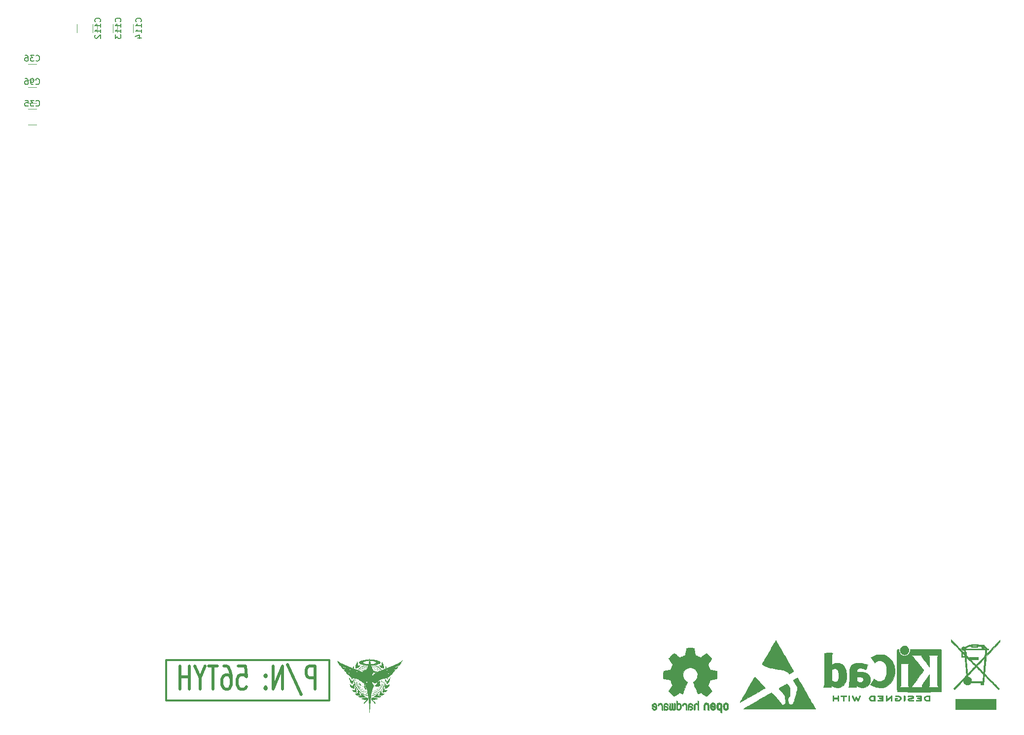
<source format=gbr>
%TF.GenerationSoftware,KiCad,Pcbnew,9.0.0*%
%TF.CreationDate,2025-04-28T14:03:09-07:00*%
%TF.ProjectId,ControlBoard,436f6e74-726f-46c4-926f-6172642e6b69,rev?*%
%TF.SameCoordinates,Original*%
%TF.FileFunction,Legend,Bot*%
%TF.FilePolarity,Positive*%
%FSLAX46Y46*%
G04 Gerber Fmt 4.6, Leading zero omitted, Abs format (unit mm)*
G04 Created by KiCad (PCBNEW 9.0.0) date 2025-04-28 14:03:09*
%MOMM*%
%LPD*%
G01*
G04 APERTURE LIST*
%ADD10C,0.500000*%
%ADD11C,0.300000*%
%ADD12C,0.150000*%
%ADD13C,0.120000*%
%ADD14C,0.010000*%
%ADD15C,0.000000*%
G04 APERTURE END LIST*
D10*
X139589285Y-169516976D02*
X139589285Y-165516976D01*
X139589285Y-165516976D02*
X138541666Y-165516976D01*
X138541666Y-165516976D02*
X138279761Y-165707452D01*
X138279761Y-165707452D02*
X138148808Y-165897928D01*
X138148808Y-165897928D02*
X138017856Y-166278880D01*
X138017856Y-166278880D02*
X138017856Y-166850309D01*
X138017856Y-166850309D02*
X138148808Y-167231261D01*
X138148808Y-167231261D02*
X138279761Y-167421738D01*
X138279761Y-167421738D02*
X138541666Y-167612214D01*
X138541666Y-167612214D02*
X139589285Y-167612214D01*
X134874999Y-165326500D02*
X137232142Y-170469357D01*
X133958333Y-169516976D02*
X133958333Y-165516976D01*
X133958333Y-165516976D02*
X132386904Y-169516976D01*
X132386904Y-169516976D02*
X132386904Y-165516976D01*
X131077381Y-169136023D02*
X130946428Y-169326500D01*
X130946428Y-169326500D02*
X131077381Y-169516976D01*
X131077381Y-169516976D02*
X131208333Y-169326500D01*
X131208333Y-169326500D02*
X131077381Y-169136023D01*
X131077381Y-169136023D02*
X131077381Y-169516976D01*
X131077381Y-167040785D02*
X130946428Y-167231261D01*
X130946428Y-167231261D02*
X131077381Y-167421738D01*
X131077381Y-167421738D02*
X131208333Y-167231261D01*
X131208333Y-167231261D02*
X131077381Y-167040785D01*
X131077381Y-167040785D02*
X131077381Y-167421738D01*
X126363095Y-165516976D02*
X127672619Y-165516976D01*
X127672619Y-165516976D02*
X127803571Y-167421738D01*
X127803571Y-167421738D02*
X127672619Y-167231261D01*
X127672619Y-167231261D02*
X127410714Y-167040785D01*
X127410714Y-167040785D02*
X126755952Y-167040785D01*
X126755952Y-167040785D02*
X126494047Y-167231261D01*
X126494047Y-167231261D02*
X126363095Y-167421738D01*
X126363095Y-167421738D02*
X126232142Y-167802690D01*
X126232142Y-167802690D02*
X126232142Y-168755071D01*
X126232142Y-168755071D02*
X126363095Y-169136023D01*
X126363095Y-169136023D02*
X126494047Y-169326500D01*
X126494047Y-169326500D02*
X126755952Y-169516976D01*
X126755952Y-169516976D02*
X127410714Y-169516976D01*
X127410714Y-169516976D02*
X127672619Y-169326500D01*
X127672619Y-169326500D02*
X127803571Y-169136023D01*
X123874999Y-165516976D02*
X124398809Y-165516976D01*
X124398809Y-165516976D02*
X124660713Y-165707452D01*
X124660713Y-165707452D02*
X124791666Y-165897928D01*
X124791666Y-165897928D02*
X125053571Y-166469357D01*
X125053571Y-166469357D02*
X125184523Y-167231261D01*
X125184523Y-167231261D02*
X125184523Y-168755071D01*
X125184523Y-168755071D02*
X125053571Y-169136023D01*
X125053571Y-169136023D02*
X124922618Y-169326500D01*
X124922618Y-169326500D02*
X124660713Y-169516976D01*
X124660713Y-169516976D02*
X124136904Y-169516976D01*
X124136904Y-169516976D02*
X123874999Y-169326500D01*
X123874999Y-169326500D02*
X123744047Y-169136023D01*
X123744047Y-169136023D02*
X123613094Y-168755071D01*
X123613094Y-168755071D02*
X123613094Y-167802690D01*
X123613094Y-167802690D02*
X123744047Y-167421738D01*
X123744047Y-167421738D02*
X123874999Y-167231261D01*
X123874999Y-167231261D02*
X124136904Y-167040785D01*
X124136904Y-167040785D02*
X124660713Y-167040785D01*
X124660713Y-167040785D02*
X124922618Y-167231261D01*
X124922618Y-167231261D02*
X125053571Y-167421738D01*
X125053571Y-167421738D02*
X125184523Y-167802690D01*
X122827380Y-165516976D02*
X121255951Y-165516976D01*
X122041665Y-169516976D02*
X122041665Y-165516976D01*
X119815475Y-167612214D02*
X119815475Y-169516976D01*
X120732142Y-165516976D02*
X119815475Y-167612214D01*
X119815475Y-167612214D02*
X118898808Y-165516976D01*
X117982142Y-169516976D02*
X117982142Y-165516976D01*
X117982142Y-167421738D02*
X116410713Y-167421738D01*
X116410713Y-169516976D02*
X116410713Y-165516976D01*
D11*
X114000000Y-164500000D02*
X142000000Y-164500000D01*
X142000000Y-171500000D01*
X114000000Y-171500000D01*
X114000000Y-164500000D01*
D12*
X109659580Y-54880952D02*
X109707200Y-54833333D01*
X109707200Y-54833333D02*
X109754819Y-54690476D01*
X109754819Y-54690476D02*
X109754819Y-54595238D01*
X109754819Y-54595238D02*
X109707200Y-54452381D01*
X109707200Y-54452381D02*
X109611961Y-54357143D01*
X109611961Y-54357143D02*
X109516723Y-54309524D01*
X109516723Y-54309524D02*
X109326247Y-54261905D01*
X109326247Y-54261905D02*
X109183390Y-54261905D01*
X109183390Y-54261905D02*
X108992914Y-54309524D01*
X108992914Y-54309524D02*
X108897676Y-54357143D01*
X108897676Y-54357143D02*
X108802438Y-54452381D01*
X108802438Y-54452381D02*
X108754819Y-54595238D01*
X108754819Y-54595238D02*
X108754819Y-54690476D01*
X108754819Y-54690476D02*
X108802438Y-54833333D01*
X108802438Y-54833333D02*
X108850057Y-54880952D01*
X109754819Y-55833333D02*
X109754819Y-55261905D01*
X109754819Y-55547619D02*
X108754819Y-55547619D01*
X108754819Y-55547619D02*
X108897676Y-55452381D01*
X108897676Y-55452381D02*
X108992914Y-55357143D01*
X108992914Y-55357143D02*
X109040533Y-55261905D01*
X109754819Y-56785714D02*
X109754819Y-56214286D01*
X109754819Y-56500000D02*
X108754819Y-56500000D01*
X108754819Y-56500000D02*
X108897676Y-56404762D01*
X108897676Y-56404762D02*
X108992914Y-56309524D01*
X108992914Y-56309524D02*
X109040533Y-56214286D01*
X109088152Y-57642857D02*
X109754819Y-57642857D01*
X108707200Y-57404762D02*
X109421485Y-57166667D01*
X109421485Y-57166667D02*
X109421485Y-57785714D01*
X91642857Y-61559580D02*
X91690476Y-61607200D01*
X91690476Y-61607200D02*
X91833333Y-61654819D01*
X91833333Y-61654819D02*
X91928571Y-61654819D01*
X91928571Y-61654819D02*
X92071428Y-61607200D01*
X92071428Y-61607200D02*
X92166666Y-61511961D01*
X92166666Y-61511961D02*
X92214285Y-61416723D01*
X92214285Y-61416723D02*
X92261904Y-61226247D01*
X92261904Y-61226247D02*
X92261904Y-61083390D01*
X92261904Y-61083390D02*
X92214285Y-60892914D01*
X92214285Y-60892914D02*
X92166666Y-60797676D01*
X92166666Y-60797676D02*
X92071428Y-60702438D01*
X92071428Y-60702438D02*
X91928571Y-60654819D01*
X91928571Y-60654819D02*
X91833333Y-60654819D01*
X91833333Y-60654819D02*
X91690476Y-60702438D01*
X91690476Y-60702438D02*
X91642857Y-60750057D01*
X91309523Y-60654819D02*
X90690476Y-60654819D01*
X90690476Y-60654819D02*
X91023809Y-61035771D01*
X91023809Y-61035771D02*
X90880952Y-61035771D01*
X90880952Y-61035771D02*
X90785714Y-61083390D01*
X90785714Y-61083390D02*
X90738095Y-61131009D01*
X90738095Y-61131009D02*
X90690476Y-61226247D01*
X90690476Y-61226247D02*
X90690476Y-61464342D01*
X90690476Y-61464342D02*
X90738095Y-61559580D01*
X90738095Y-61559580D02*
X90785714Y-61607200D01*
X90785714Y-61607200D02*
X90880952Y-61654819D01*
X90880952Y-61654819D02*
X91166666Y-61654819D01*
X91166666Y-61654819D02*
X91261904Y-61607200D01*
X91261904Y-61607200D02*
X91309523Y-61559580D01*
X89833333Y-60654819D02*
X90023809Y-60654819D01*
X90023809Y-60654819D02*
X90119047Y-60702438D01*
X90119047Y-60702438D02*
X90166666Y-60750057D01*
X90166666Y-60750057D02*
X90261904Y-60892914D01*
X90261904Y-60892914D02*
X90309523Y-61083390D01*
X90309523Y-61083390D02*
X90309523Y-61464342D01*
X90309523Y-61464342D02*
X90261904Y-61559580D01*
X90261904Y-61559580D02*
X90214285Y-61607200D01*
X90214285Y-61607200D02*
X90119047Y-61654819D01*
X90119047Y-61654819D02*
X89928571Y-61654819D01*
X89928571Y-61654819D02*
X89833333Y-61607200D01*
X89833333Y-61607200D02*
X89785714Y-61559580D01*
X89785714Y-61559580D02*
X89738095Y-61464342D01*
X89738095Y-61464342D02*
X89738095Y-61226247D01*
X89738095Y-61226247D02*
X89785714Y-61131009D01*
X89785714Y-61131009D02*
X89833333Y-61083390D01*
X89833333Y-61083390D02*
X89928571Y-61035771D01*
X89928571Y-61035771D02*
X90119047Y-61035771D01*
X90119047Y-61035771D02*
X90214285Y-61083390D01*
X90214285Y-61083390D02*
X90261904Y-61131009D01*
X90261904Y-61131009D02*
X90309523Y-61226247D01*
X102659580Y-54880952D02*
X102707200Y-54833333D01*
X102707200Y-54833333D02*
X102754819Y-54690476D01*
X102754819Y-54690476D02*
X102754819Y-54595238D01*
X102754819Y-54595238D02*
X102707200Y-54452381D01*
X102707200Y-54452381D02*
X102611961Y-54357143D01*
X102611961Y-54357143D02*
X102516723Y-54309524D01*
X102516723Y-54309524D02*
X102326247Y-54261905D01*
X102326247Y-54261905D02*
X102183390Y-54261905D01*
X102183390Y-54261905D02*
X101992914Y-54309524D01*
X101992914Y-54309524D02*
X101897676Y-54357143D01*
X101897676Y-54357143D02*
X101802438Y-54452381D01*
X101802438Y-54452381D02*
X101754819Y-54595238D01*
X101754819Y-54595238D02*
X101754819Y-54690476D01*
X101754819Y-54690476D02*
X101802438Y-54833333D01*
X101802438Y-54833333D02*
X101850057Y-54880952D01*
X102754819Y-55833333D02*
X102754819Y-55261905D01*
X102754819Y-55547619D02*
X101754819Y-55547619D01*
X101754819Y-55547619D02*
X101897676Y-55452381D01*
X101897676Y-55452381D02*
X101992914Y-55357143D01*
X101992914Y-55357143D02*
X102040533Y-55261905D01*
X102754819Y-56785714D02*
X102754819Y-56214286D01*
X102754819Y-56500000D02*
X101754819Y-56500000D01*
X101754819Y-56500000D02*
X101897676Y-56404762D01*
X101897676Y-56404762D02*
X101992914Y-56309524D01*
X101992914Y-56309524D02*
X102040533Y-56214286D01*
X101850057Y-57166667D02*
X101802438Y-57214286D01*
X101802438Y-57214286D02*
X101754819Y-57309524D01*
X101754819Y-57309524D02*
X101754819Y-57547619D01*
X101754819Y-57547619D02*
X101802438Y-57642857D01*
X101802438Y-57642857D02*
X101850057Y-57690476D01*
X101850057Y-57690476D02*
X101945295Y-57738095D01*
X101945295Y-57738095D02*
X102040533Y-57738095D01*
X102040533Y-57738095D02*
X102183390Y-57690476D01*
X102183390Y-57690476D02*
X102754819Y-57119048D01*
X102754819Y-57119048D02*
X102754819Y-57738095D01*
X106159580Y-54880952D02*
X106207200Y-54833333D01*
X106207200Y-54833333D02*
X106254819Y-54690476D01*
X106254819Y-54690476D02*
X106254819Y-54595238D01*
X106254819Y-54595238D02*
X106207200Y-54452381D01*
X106207200Y-54452381D02*
X106111961Y-54357143D01*
X106111961Y-54357143D02*
X106016723Y-54309524D01*
X106016723Y-54309524D02*
X105826247Y-54261905D01*
X105826247Y-54261905D02*
X105683390Y-54261905D01*
X105683390Y-54261905D02*
X105492914Y-54309524D01*
X105492914Y-54309524D02*
X105397676Y-54357143D01*
X105397676Y-54357143D02*
X105302438Y-54452381D01*
X105302438Y-54452381D02*
X105254819Y-54595238D01*
X105254819Y-54595238D02*
X105254819Y-54690476D01*
X105254819Y-54690476D02*
X105302438Y-54833333D01*
X105302438Y-54833333D02*
X105350057Y-54880952D01*
X106254819Y-55833333D02*
X106254819Y-55261905D01*
X106254819Y-55547619D02*
X105254819Y-55547619D01*
X105254819Y-55547619D02*
X105397676Y-55452381D01*
X105397676Y-55452381D02*
X105492914Y-55357143D01*
X105492914Y-55357143D02*
X105540533Y-55261905D01*
X106254819Y-56785714D02*
X106254819Y-56214286D01*
X106254819Y-56500000D02*
X105254819Y-56500000D01*
X105254819Y-56500000D02*
X105397676Y-56404762D01*
X105397676Y-56404762D02*
X105492914Y-56309524D01*
X105492914Y-56309524D02*
X105540533Y-56214286D01*
X105254819Y-57119048D02*
X105254819Y-57738095D01*
X105254819Y-57738095D02*
X105635771Y-57404762D01*
X105635771Y-57404762D02*
X105635771Y-57547619D01*
X105635771Y-57547619D02*
X105683390Y-57642857D01*
X105683390Y-57642857D02*
X105731009Y-57690476D01*
X105731009Y-57690476D02*
X105826247Y-57738095D01*
X105826247Y-57738095D02*
X106064342Y-57738095D01*
X106064342Y-57738095D02*
X106159580Y-57690476D01*
X106159580Y-57690476D02*
X106207200Y-57642857D01*
X106207200Y-57642857D02*
X106254819Y-57547619D01*
X106254819Y-57547619D02*
X106254819Y-57261905D01*
X106254819Y-57261905D02*
X106207200Y-57166667D01*
X106207200Y-57166667D02*
X106159580Y-57119048D01*
X91642857Y-69309580D02*
X91690476Y-69357200D01*
X91690476Y-69357200D02*
X91833333Y-69404819D01*
X91833333Y-69404819D02*
X91928571Y-69404819D01*
X91928571Y-69404819D02*
X92071428Y-69357200D01*
X92071428Y-69357200D02*
X92166666Y-69261961D01*
X92166666Y-69261961D02*
X92214285Y-69166723D01*
X92214285Y-69166723D02*
X92261904Y-68976247D01*
X92261904Y-68976247D02*
X92261904Y-68833390D01*
X92261904Y-68833390D02*
X92214285Y-68642914D01*
X92214285Y-68642914D02*
X92166666Y-68547676D01*
X92166666Y-68547676D02*
X92071428Y-68452438D01*
X92071428Y-68452438D02*
X91928571Y-68404819D01*
X91928571Y-68404819D02*
X91833333Y-68404819D01*
X91833333Y-68404819D02*
X91690476Y-68452438D01*
X91690476Y-68452438D02*
X91642857Y-68500057D01*
X91309523Y-68404819D02*
X90690476Y-68404819D01*
X90690476Y-68404819D02*
X91023809Y-68785771D01*
X91023809Y-68785771D02*
X90880952Y-68785771D01*
X90880952Y-68785771D02*
X90785714Y-68833390D01*
X90785714Y-68833390D02*
X90738095Y-68881009D01*
X90738095Y-68881009D02*
X90690476Y-68976247D01*
X90690476Y-68976247D02*
X90690476Y-69214342D01*
X90690476Y-69214342D02*
X90738095Y-69309580D01*
X90738095Y-69309580D02*
X90785714Y-69357200D01*
X90785714Y-69357200D02*
X90880952Y-69404819D01*
X90880952Y-69404819D02*
X91166666Y-69404819D01*
X91166666Y-69404819D02*
X91261904Y-69357200D01*
X91261904Y-69357200D02*
X91309523Y-69309580D01*
X89785714Y-68404819D02*
X90261904Y-68404819D01*
X90261904Y-68404819D02*
X90309523Y-68881009D01*
X90309523Y-68881009D02*
X90261904Y-68833390D01*
X90261904Y-68833390D02*
X90166666Y-68785771D01*
X90166666Y-68785771D02*
X89928571Y-68785771D01*
X89928571Y-68785771D02*
X89833333Y-68833390D01*
X89833333Y-68833390D02*
X89785714Y-68881009D01*
X89785714Y-68881009D02*
X89738095Y-68976247D01*
X89738095Y-68976247D02*
X89738095Y-69214342D01*
X89738095Y-69214342D02*
X89785714Y-69309580D01*
X89785714Y-69309580D02*
X89833333Y-69357200D01*
X89833333Y-69357200D02*
X89928571Y-69404819D01*
X89928571Y-69404819D02*
X90166666Y-69404819D01*
X90166666Y-69404819D02*
X90261904Y-69357200D01*
X90261904Y-69357200D02*
X90309523Y-69309580D01*
X91642857Y-65559580D02*
X91690476Y-65607200D01*
X91690476Y-65607200D02*
X91833333Y-65654819D01*
X91833333Y-65654819D02*
X91928571Y-65654819D01*
X91928571Y-65654819D02*
X92071428Y-65607200D01*
X92071428Y-65607200D02*
X92166666Y-65511961D01*
X92166666Y-65511961D02*
X92214285Y-65416723D01*
X92214285Y-65416723D02*
X92261904Y-65226247D01*
X92261904Y-65226247D02*
X92261904Y-65083390D01*
X92261904Y-65083390D02*
X92214285Y-64892914D01*
X92214285Y-64892914D02*
X92166666Y-64797676D01*
X92166666Y-64797676D02*
X92071428Y-64702438D01*
X92071428Y-64702438D02*
X91928571Y-64654819D01*
X91928571Y-64654819D02*
X91833333Y-64654819D01*
X91833333Y-64654819D02*
X91690476Y-64702438D01*
X91690476Y-64702438D02*
X91642857Y-64750057D01*
X91166666Y-65654819D02*
X90976190Y-65654819D01*
X90976190Y-65654819D02*
X90880952Y-65607200D01*
X90880952Y-65607200D02*
X90833333Y-65559580D01*
X90833333Y-65559580D02*
X90738095Y-65416723D01*
X90738095Y-65416723D02*
X90690476Y-65226247D01*
X90690476Y-65226247D02*
X90690476Y-64845295D01*
X90690476Y-64845295D02*
X90738095Y-64750057D01*
X90738095Y-64750057D02*
X90785714Y-64702438D01*
X90785714Y-64702438D02*
X90880952Y-64654819D01*
X90880952Y-64654819D02*
X91071428Y-64654819D01*
X91071428Y-64654819D02*
X91166666Y-64702438D01*
X91166666Y-64702438D02*
X91214285Y-64750057D01*
X91214285Y-64750057D02*
X91261904Y-64845295D01*
X91261904Y-64845295D02*
X91261904Y-65083390D01*
X91261904Y-65083390D02*
X91214285Y-65178628D01*
X91214285Y-65178628D02*
X91166666Y-65226247D01*
X91166666Y-65226247D02*
X91071428Y-65273866D01*
X91071428Y-65273866D02*
X90880952Y-65273866D01*
X90880952Y-65273866D02*
X90785714Y-65226247D01*
X90785714Y-65226247D02*
X90738095Y-65178628D01*
X90738095Y-65178628D02*
X90690476Y-65083390D01*
X89833333Y-64654819D02*
X90023809Y-64654819D01*
X90023809Y-64654819D02*
X90119047Y-64702438D01*
X90119047Y-64702438D02*
X90166666Y-64750057D01*
X90166666Y-64750057D02*
X90261904Y-64892914D01*
X90261904Y-64892914D02*
X90309523Y-65083390D01*
X90309523Y-65083390D02*
X90309523Y-65464342D01*
X90309523Y-65464342D02*
X90261904Y-65559580D01*
X90261904Y-65559580D02*
X90214285Y-65607200D01*
X90214285Y-65607200D02*
X90119047Y-65654819D01*
X90119047Y-65654819D02*
X89928571Y-65654819D01*
X89928571Y-65654819D02*
X89833333Y-65607200D01*
X89833333Y-65607200D02*
X89785714Y-65559580D01*
X89785714Y-65559580D02*
X89738095Y-65464342D01*
X89738095Y-65464342D02*
X89738095Y-65226247D01*
X89738095Y-65226247D02*
X89785714Y-65131009D01*
X89785714Y-65131009D02*
X89833333Y-65083390D01*
X89833333Y-65083390D02*
X89928571Y-65035771D01*
X89928571Y-65035771D02*
X90119047Y-65035771D01*
X90119047Y-65035771D02*
X90214285Y-65083390D01*
X90214285Y-65083390D02*
X90261904Y-65131009D01*
X90261904Y-65131009D02*
X90309523Y-65226247D01*
D13*
%TO.C,C114*%
X105640000Y-56711252D02*
X105640000Y-55288748D01*
X108360000Y-56711252D02*
X108360000Y-55288748D01*
%TO.C,C36*%
X91711252Y-62140000D02*
X90288748Y-62140000D01*
X91711252Y-64860000D02*
X90288748Y-64860000D01*
D14*
%TO.C,REF\u002A\u002A*%
X198936725Y-171924619D02*
X199057261Y-171969393D01*
X199107388Y-172003034D01*
X199158152Y-172051236D01*
X199194362Y-172112551D01*
X199218393Y-172196024D01*
X199232618Y-172310697D01*
X199239412Y-172465613D01*
X199241149Y-172669814D01*
X199240809Y-172775341D01*
X199239101Y-172919541D01*
X199236201Y-173034620D01*
X199232384Y-173110822D01*
X199227925Y-173138391D01*
X199198909Y-173129272D01*
X199140339Y-173104509D01*
X199138581Y-173103707D01*
X199108167Y-173087785D01*
X199087712Y-173065938D01*
X199075240Y-173027672D01*
X199068777Y-172962495D01*
X199066348Y-172859913D01*
X199065977Y-172709433D01*
X199065229Y-172613974D01*
X199057256Y-172434571D01*
X199038998Y-172303163D01*
X199008526Y-172212859D01*
X198963912Y-172156767D01*
X198903226Y-172127994D01*
X198894807Y-172125989D01*
X198781139Y-172124423D01*
X198692492Y-172175348D01*
X198631265Y-172277445D01*
X198620346Y-172306961D01*
X198595458Y-172372283D01*
X198582854Y-172402300D01*
X198556969Y-172398164D01*
X198500439Y-172375717D01*
X198447715Y-172338647D01*
X198423678Y-172268587D01*
X198430847Y-172218406D01*
X198474897Y-172116618D01*
X198546123Y-172021235D01*
X198629415Y-171955269D01*
X198664310Y-171940018D01*
X198796443Y-171914521D01*
X198936725Y-171924619D01*
G36*
X198936725Y-171924619D02*
G01*
X199057261Y-171969393D01*
X199107388Y-172003034D01*
X199158152Y-172051236D01*
X199194362Y-172112551D01*
X199218393Y-172196024D01*
X199232618Y-172310697D01*
X199239412Y-172465613D01*
X199241149Y-172669814D01*
X199240809Y-172775341D01*
X199239101Y-172919541D01*
X199236201Y-173034620D01*
X199232384Y-173110822D01*
X199227925Y-173138391D01*
X199198909Y-173129272D01*
X199140339Y-173104509D01*
X199138581Y-173103707D01*
X199108167Y-173087785D01*
X199087712Y-173065938D01*
X199075240Y-173027672D01*
X199068777Y-172962495D01*
X199066348Y-172859913D01*
X199065977Y-172709433D01*
X199065229Y-172613974D01*
X199057256Y-172434571D01*
X199038998Y-172303163D01*
X199008526Y-172212859D01*
X198963912Y-172156767D01*
X198903226Y-172127994D01*
X198894807Y-172125989D01*
X198781139Y-172124423D01*
X198692492Y-172175348D01*
X198631265Y-172277445D01*
X198620346Y-172306961D01*
X198595458Y-172372283D01*
X198582854Y-172402300D01*
X198556969Y-172398164D01*
X198500439Y-172375717D01*
X198447715Y-172338647D01*
X198423678Y-172268587D01*
X198430847Y-172218406D01*
X198474897Y-172116618D01*
X198546123Y-172021235D01*
X198629415Y-171955269D01*
X198664310Y-171940018D01*
X198796443Y-171914521D01*
X198936725Y-171924619D01*
G37*
X206878487Y-171857689D02*
X207014848Y-171921770D01*
X207126598Y-172032584D01*
X207149761Y-172067273D01*
X207168973Y-172106590D01*
X207182598Y-172156145D01*
X207191877Y-172225568D01*
X207198050Y-172324490D01*
X207202357Y-172462539D01*
X207206038Y-172649346D01*
X207215180Y-173167542D01*
X207138383Y-173138344D01*
X207068068Y-173111520D01*
X207015424Y-173085706D01*
X206981060Y-173052431D01*
X206961093Y-173001510D01*
X206951639Y-172922761D01*
X206948814Y-172805999D01*
X206948736Y-172641042D01*
X206948336Y-172509558D01*
X206945951Y-172383394D01*
X206940259Y-172297223D01*
X206929961Y-172240672D01*
X206913755Y-172203370D01*
X206890345Y-172174943D01*
X206832793Y-172134827D01*
X206736112Y-172119706D01*
X206640465Y-172157917D01*
X206634152Y-172162810D01*
X206614477Y-172185413D01*
X206599963Y-172221664D01*
X206589394Y-172280511D01*
X206581555Y-172370901D01*
X206575227Y-172501779D01*
X206569195Y-172682095D01*
X206554598Y-173164907D01*
X206430517Y-173109283D01*
X206306437Y-173053659D01*
X206306437Y-172612851D01*
X206306951Y-172493098D01*
X206311380Y-172326506D01*
X206322594Y-172202468D01*
X206343272Y-172110987D01*
X206376093Y-172042066D01*
X206423736Y-171985707D01*
X206488877Y-171931914D01*
X206582571Y-171877719D01*
X206730175Y-171842339D01*
X206878487Y-171857689D01*
G36*
X206878487Y-171857689D02*
G01*
X207014848Y-171921770D01*
X207126598Y-172032584D01*
X207149761Y-172067273D01*
X207168973Y-172106590D01*
X207182598Y-172156145D01*
X207191877Y-172225568D01*
X207198050Y-172324490D01*
X207202357Y-172462539D01*
X207206038Y-172649346D01*
X207215180Y-173167542D01*
X207138383Y-173138344D01*
X207068068Y-173111520D01*
X207015424Y-173085706D01*
X206981060Y-173052431D01*
X206961093Y-173001510D01*
X206951639Y-172922761D01*
X206948814Y-172805999D01*
X206948736Y-172641042D01*
X206948336Y-172509558D01*
X206945951Y-172383394D01*
X206940259Y-172297223D01*
X206929961Y-172240672D01*
X206913755Y-172203370D01*
X206890345Y-172174943D01*
X206832793Y-172134827D01*
X206736112Y-172119706D01*
X206640465Y-172157917D01*
X206634152Y-172162810D01*
X206614477Y-172185413D01*
X206599963Y-172221664D01*
X206589394Y-172280511D01*
X206581555Y-172370901D01*
X206575227Y-172501779D01*
X206569195Y-172682095D01*
X206554598Y-173164907D01*
X206430517Y-173109283D01*
X206306437Y-173053659D01*
X206306437Y-172612851D01*
X206306951Y-172493098D01*
X206311380Y-172326506D01*
X206322594Y-172202468D01*
X206343272Y-172110987D01*
X206376093Y-172042066D01*
X206423736Y-171985707D01*
X206488877Y-171931914D01*
X206582571Y-171877719D01*
X206730175Y-171842339D01*
X206878487Y-171857689D01*
G37*
X203210872Y-171955536D02*
X203220090Y-171960638D01*
X203295381Y-172019080D01*
X203362698Y-172094215D01*
X203374439Y-172111196D01*
X203396883Y-172150825D01*
X203412918Y-172197858D01*
X203423945Y-172262492D01*
X203431365Y-172354923D01*
X203436579Y-172485349D01*
X203440989Y-172663965D01*
X203441614Y-172694162D01*
X203443620Y-172889941D01*
X203440792Y-173028603D01*
X203433088Y-173111103D01*
X203420466Y-173138391D01*
X203382267Y-173130220D01*
X203317374Y-173105463D01*
X203302094Y-173098223D01*
X203278227Y-173081835D01*
X203261769Y-173054893D01*
X203251005Y-173007833D01*
X203244219Y-172931088D01*
X203239693Y-172815095D01*
X203235713Y-172650287D01*
X203234622Y-172602112D01*
X203230407Y-172449960D01*
X203224936Y-172343476D01*
X203216554Y-172272565D01*
X203203606Y-172227129D01*
X203184439Y-172197072D01*
X203157398Y-172172296D01*
X203077337Y-172128861D01*
X202978846Y-172120498D01*
X202890719Y-172153734D01*
X202827314Y-172222548D01*
X202802988Y-172320920D01*
X202802311Y-172347658D01*
X202789024Y-172396065D01*
X202749796Y-172403450D01*
X202672983Y-172374624D01*
X202655192Y-172365378D01*
X202607109Y-172311006D01*
X202606157Y-172230161D01*
X202651968Y-172118352D01*
X202693990Y-172057419D01*
X202801435Y-171970859D01*
X202934057Y-171921920D01*
X203075867Y-171915260D01*
X203210872Y-171955536D01*
G36*
X203210872Y-171955536D02*
G01*
X203220090Y-171960638D01*
X203295381Y-172019080D01*
X203362698Y-172094215D01*
X203374439Y-172111196D01*
X203396883Y-172150825D01*
X203412918Y-172197858D01*
X203423945Y-172262492D01*
X203431365Y-172354923D01*
X203436579Y-172485349D01*
X203440989Y-172663965D01*
X203441614Y-172694162D01*
X203443620Y-172889941D01*
X203440792Y-173028603D01*
X203433088Y-173111103D01*
X203420466Y-173138391D01*
X203382267Y-173130220D01*
X203317374Y-173105463D01*
X203302094Y-173098223D01*
X203278227Y-173081835D01*
X203261769Y-173054893D01*
X203251005Y-173007833D01*
X203244219Y-172931088D01*
X203239693Y-172815095D01*
X203235713Y-172650287D01*
X203234622Y-172602112D01*
X203230407Y-172449960D01*
X203224936Y-172343476D01*
X203216554Y-172272565D01*
X203203606Y-172227129D01*
X203184439Y-172197072D01*
X203157398Y-172172296D01*
X203077337Y-172128861D01*
X202978846Y-172120498D01*
X202890719Y-172153734D01*
X202827314Y-172222548D01*
X202802988Y-172320920D01*
X202802311Y-172347658D01*
X202789024Y-172396065D01*
X202749796Y-172403450D01*
X202672983Y-172374624D01*
X202655192Y-172365378D01*
X202607109Y-172311006D01*
X202606157Y-172230161D01*
X202651968Y-172118352D01*
X202693990Y-172057419D01*
X202801435Y-171970859D01*
X202934057Y-171921920D01*
X203075867Y-171915260D01*
X203210872Y-171955536D01*
G37*
X201292410Y-171920970D02*
X201356442Y-171946066D01*
X201430805Y-171979947D01*
X201430805Y-172958727D01*
X201338415Y-173051117D01*
X201317310Y-173071835D01*
X201258847Y-173117885D01*
X201199886Y-173132801D01*
X201112150Y-173125934D01*
X201076429Y-173121494D01*
X200984301Y-173112102D01*
X200919885Y-173108361D01*
X200900778Y-173108933D01*
X200822390Y-173115126D01*
X200727620Y-173125934D01*
X200697298Y-173129647D01*
X200620911Y-173131107D01*
X200565022Y-173108047D01*
X200501355Y-173051117D01*
X200408965Y-172958727D01*
X200408965Y-172435455D01*
X200409685Y-172280821D01*
X200411929Y-172133391D01*
X200415421Y-172016653D01*
X200419876Y-171939840D01*
X200425013Y-171912184D01*
X200426090Y-171912258D01*
X200463407Y-171926019D01*
X200526457Y-171956344D01*
X200611854Y-172000505D01*
X200619893Y-172459965D01*
X200627931Y-172919425D01*
X200803103Y-172919425D01*
X200811092Y-172415805D01*
X200813624Y-172278904D01*
X200817249Y-172132579D01*
X200821177Y-172016411D01*
X200825080Y-171939809D01*
X200828632Y-171912184D01*
X200829653Y-171912281D01*
X200865051Y-171922443D01*
X200930126Y-171944235D01*
X201022069Y-171976287D01*
X201022516Y-172418661D01*
X201022964Y-172495507D01*
X201026069Y-172644834D01*
X201031622Y-172769544D01*
X201039033Y-172858379D01*
X201047714Y-172900083D01*
X201078771Y-172922389D01*
X201142152Y-172929278D01*
X201211839Y-172919425D01*
X201219827Y-172415805D01*
X201222686Y-172287828D01*
X201228614Y-172136348D01*
X201236365Y-172017530D01*
X201245343Y-171939950D01*
X201254948Y-171912184D01*
X201292410Y-171920970D01*
G36*
X201292410Y-171920970D02*
G01*
X201356442Y-171946066D01*
X201430805Y-171979947D01*
X201430805Y-172958727D01*
X201338415Y-173051117D01*
X201317310Y-173071835D01*
X201258847Y-173117885D01*
X201199886Y-173132801D01*
X201112150Y-173125934D01*
X201076429Y-173121494D01*
X200984301Y-173112102D01*
X200919885Y-173108361D01*
X200900778Y-173108933D01*
X200822390Y-173115126D01*
X200727620Y-173125934D01*
X200697298Y-173129647D01*
X200620911Y-173131107D01*
X200565022Y-173108047D01*
X200501355Y-173051117D01*
X200408965Y-172958727D01*
X200408965Y-172435455D01*
X200409685Y-172280821D01*
X200411929Y-172133391D01*
X200415421Y-172016653D01*
X200419876Y-171939840D01*
X200425013Y-171912184D01*
X200426090Y-171912258D01*
X200463407Y-171926019D01*
X200526457Y-171956344D01*
X200611854Y-172000505D01*
X200619893Y-172459965D01*
X200627931Y-172919425D01*
X200803103Y-172919425D01*
X200811092Y-172415805D01*
X200813624Y-172278904D01*
X200817249Y-172132579D01*
X200821177Y-172016411D01*
X200825080Y-171939809D01*
X200828632Y-171912184D01*
X200829653Y-171912281D01*
X200865051Y-171922443D01*
X200930126Y-171944235D01*
X201022069Y-171976287D01*
X201022516Y-172418661D01*
X201022964Y-172495507D01*
X201026069Y-172644834D01*
X201031622Y-172769544D01*
X201039033Y-172858379D01*
X201047714Y-172900083D01*
X201078771Y-172922389D01*
X201142152Y-172929278D01*
X201211839Y-172919425D01*
X201219827Y-172415805D01*
X201222686Y-172287828D01*
X201228614Y-172136348D01*
X201236365Y-172017530D01*
X201245343Y-171939950D01*
X201254948Y-171912184D01*
X201292410Y-171920970D01*
G37*
X205364885Y-171518997D02*
X205459770Y-171559020D01*
X205459770Y-172348706D01*
X205459769Y-172357920D01*
X205459377Y-172565083D01*
X205458329Y-172751432D01*
X205456722Y-172909453D01*
X205454655Y-173031630D01*
X205452225Y-173110448D01*
X205449529Y-173138391D01*
X205448475Y-173138297D01*
X205412647Y-173128144D01*
X205347345Y-173106339D01*
X205255402Y-173074288D01*
X205255402Y-172662991D01*
X205254818Y-172501385D01*
X205252104Y-172384177D01*
X205245858Y-172304415D01*
X205234680Y-172251531D01*
X205217168Y-172214957D01*
X205191922Y-172184123D01*
X205174710Y-172167725D01*
X205081636Y-172122307D01*
X204979051Y-172126328D01*
X204885043Y-172180032D01*
X204871358Y-172193359D01*
X204849439Y-172221032D01*
X204834440Y-172257614D01*
X204825053Y-172313000D01*
X204819968Y-172397088D01*
X204817877Y-172519773D01*
X204817471Y-172690951D01*
X204817276Y-172777769D01*
X204816010Y-172920565D01*
X204813761Y-173034923D01*
X204810758Y-173110860D01*
X204807230Y-173138391D01*
X204806176Y-173138297D01*
X204770348Y-173128144D01*
X204705046Y-173106339D01*
X204613103Y-173074288D01*
X204613149Y-172661109D01*
X204613218Y-172624326D01*
X204617081Y-172432580D01*
X204628950Y-172287586D01*
X204651725Y-172179510D01*
X204688307Y-172098519D01*
X204741595Y-172034778D01*
X204814490Y-171978455D01*
X204885586Y-171943199D01*
X204999255Y-171915946D01*
X205111060Y-171914398D01*
X205197011Y-171940910D01*
X205203473Y-171944571D01*
X205223401Y-171944179D01*
X205237019Y-171913506D01*
X205246846Y-171843188D01*
X205255402Y-171723857D01*
X205270000Y-171478973D01*
X205364885Y-171518997D01*
G36*
X205364885Y-171518997D02*
G01*
X205459770Y-171559020D01*
X205459770Y-172348706D01*
X205459769Y-172357920D01*
X205459377Y-172565083D01*
X205458329Y-172751432D01*
X205456722Y-172909453D01*
X205454655Y-173031630D01*
X205452225Y-173110448D01*
X205449529Y-173138391D01*
X205448475Y-173138297D01*
X205412647Y-173128144D01*
X205347345Y-173106339D01*
X205255402Y-173074288D01*
X205255402Y-172662991D01*
X205254818Y-172501385D01*
X205252104Y-172384177D01*
X205245858Y-172304415D01*
X205234680Y-172251531D01*
X205217168Y-172214957D01*
X205191922Y-172184123D01*
X205174710Y-172167725D01*
X205081636Y-172122307D01*
X204979051Y-172126328D01*
X204885043Y-172180032D01*
X204871358Y-172193359D01*
X204849439Y-172221032D01*
X204834440Y-172257614D01*
X204825053Y-172313000D01*
X204819968Y-172397088D01*
X204817877Y-172519773D01*
X204817471Y-172690951D01*
X204817276Y-172777769D01*
X204816010Y-172920565D01*
X204813761Y-173034923D01*
X204810758Y-173110860D01*
X204807230Y-173138391D01*
X204806176Y-173138297D01*
X204770348Y-173128144D01*
X204705046Y-173106339D01*
X204613103Y-173074288D01*
X204613149Y-172661109D01*
X204613218Y-172624326D01*
X204617081Y-172432580D01*
X204628950Y-172287586D01*
X204651725Y-172179510D01*
X204688307Y-172098519D01*
X204741595Y-172034778D01*
X204814490Y-171978455D01*
X204885586Y-171943199D01*
X204999255Y-171915946D01*
X205111060Y-171914398D01*
X205197011Y-171940910D01*
X205203473Y-171944571D01*
X205223401Y-171944179D01*
X205237019Y-171913506D01*
X205246846Y-171843188D01*
X205255402Y-171723857D01*
X205270000Y-171478973D01*
X205364885Y-171518997D01*
G37*
X210568965Y-172496092D02*
X210568938Y-172527744D01*
X210567355Y-172668918D01*
X210561916Y-172767285D01*
X210550643Y-172835990D01*
X210531561Y-172888181D01*
X210502694Y-172937004D01*
X210495592Y-172947135D01*
X210420444Y-173027012D01*
X210334820Y-173087253D01*
X210290852Y-173106802D01*
X210132861Y-173139408D01*
X209976613Y-173118317D01*
X209832618Y-173046249D01*
X209711385Y-172925922D01*
X209701150Y-172909803D01*
X209667847Y-172816205D01*
X209645405Y-172685879D01*
X209634516Y-172535371D01*
X209635740Y-172396147D01*
X209930384Y-172396147D01*
X209932706Y-172589020D01*
X209933639Y-172601433D01*
X209947242Y-172707857D01*
X209971465Y-172775346D01*
X210012365Y-172821584D01*
X210080941Y-172864895D01*
X210148764Y-172867172D01*
X210218621Y-172817241D01*
X210230771Y-172804102D01*
X210254575Y-172764785D01*
X210268628Y-172707674D01*
X210275313Y-172619256D01*
X210277011Y-172486019D01*
X210274101Y-172361222D01*
X210259582Y-172242326D01*
X210229610Y-172167184D01*
X210180589Y-172127893D01*
X210108924Y-172116552D01*
X210081632Y-172118807D01*
X210005176Y-172160160D01*
X209954650Y-172252900D01*
X209930384Y-172396147D01*
X209635740Y-172396147D01*
X209635871Y-172381227D01*
X209650161Y-172239992D01*
X209678075Y-172128213D01*
X209713949Y-172053766D01*
X209814939Y-171937968D01*
X209951779Y-171866015D01*
X210119283Y-171841281D01*
X210164019Y-171842619D01*
X210295758Y-171870008D01*
X210403968Y-171939007D01*
X210503276Y-172057864D01*
X210509184Y-172066681D01*
X210535921Y-172114108D01*
X210553312Y-172167714D01*
X210563312Y-172240549D01*
X210567878Y-172345659D01*
X210568893Y-172486019D01*
X210568965Y-172496092D01*
G36*
X210568965Y-172496092D02*
G01*
X210568938Y-172527744D01*
X210567355Y-172668918D01*
X210561916Y-172767285D01*
X210550643Y-172835990D01*
X210531561Y-172888181D01*
X210502694Y-172937004D01*
X210495592Y-172947135D01*
X210420444Y-173027012D01*
X210334820Y-173087253D01*
X210290852Y-173106802D01*
X210132861Y-173139408D01*
X209976613Y-173118317D01*
X209832618Y-173046249D01*
X209711385Y-172925922D01*
X209701150Y-172909803D01*
X209667847Y-172816205D01*
X209645405Y-172685879D01*
X209634516Y-172535371D01*
X209635740Y-172396147D01*
X209930384Y-172396147D01*
X209932706Y-172589020D01*
X209933639Y-172601433D01*
X209947242Y-172707857D01*
X209971465Y-172775346D01*
X210012365Y-172821584D01*
X210080941Y-172864895D01*
X210148764Y-172867172D01*
X210218621Y-172817241D01*
X210230771Y-172804102D01*
X210254575Y-172764785D01*
X210268628Y-172707674D01*
X210275313Y-172619256D01*
X210277011Y-172486019D01*
X210274101Y-172361222D01*
X210259582Y-172242326D01*
X210229610Y-172167184D01*
X210180589Y-172127893D01*
X210108924Y-172116552D01*
X210081632Y-172118807D01*
X210005176Y-172160160D01*
X209954650Y-172252900D01*
X209930384Y-172396147D01*
X209635740Y-172396147D01*
X209635871Y-172381227D01*
X209650161Y-172239992D01*
X209678075Y-172128213D01*
X209713949Y-172053766D01*
X209814939Y-171937968D01*
X209951779Y-171866015D01*
X210119283Y-171841281D01*
X210164019Y-171842619D01*
X210295758Y-171870008D01*
X210403968Y-171939007D01*
X210503276Y-172057864D01*
X210509184Y-172066681D01*
X210535921Y-172114108D01*
X210553312Y-172167714D01*
X210563312Y-172240549D01*
X210567878Y-172345659D01*
X210568893Y-172486019D01*
X210568965Y-172496092D01*
G37*
X198248313Y-172531136D02*
X198247744Y-172608946D01*
X198240612Y-172762254D01*
X198221948Y-172874441D01*
X198187537Y-172957554D01*
X198133162Y-173023641D01*
X198054610Y-173084747D01*
X198004630Y-173112535D01*
X197924513Y-173131251D01*
X197811970Y-173129774D01*
X197749050Y-173123845D01*
X197673153Y-173105742D01*
X197612487Y-173066391D01*
X197541912Y-172993066D01*
X197532482Y-172982356D01*
X197469034Y-172899938D01*
X197438762Y-172828156D01*
X197431034Y-172743034D01*
X197431034Y-172617946D01*
X197518447Y-172650940D01*
X197582175Y-172689509D01*
X197637567Y-172780008D01*
X197649131Y-172808983D01*
X197713788Y-172891041D01*
X197801804Y-172932347D01*
X197897637Y-172928633D01*
X197985747Y-172875632D01*
X198016028Y-172842582D01*
X198043489Y-172792720D01*
X198034899Y-172747416D01*
X197985463Y-172700790D01*
X197890389Y-172646958D01*
X197744885Y-172580039D01*
X197445632Y-172449056D01*
X197437691Y-172319298D01*
X197440676Y-172236649D01*
X197635652Y-172236649D01*
X197650453Y-172287815D01*
X197717797Y-172342442D01*
X197840027Y-172404597D01*
X197860253Y-172413601D01*
X197956970Y-172455493D01*
X198029334Y-172484958D01*
X198062961Y-172496092D01*
X198068056Y-172487896D01*
X198070101Y-172437853D01*
X198062812Y-172357414D01*
X198044452Y-172278753D01*
X197987188Y-172179651D01*
X197904524Y-172123808D01*
X197805784Y-172116250D01*
X197700289Y-172162000D01*
X197671053Y-172184876D01*
X197635652Y-172236649D01*
X197440676Y-172236649D01*
X197441196Y-172222255D01*
X197485336Y-172099617D01*
X197541050Y-172032034D01*
X197656561Y-171956540D01*
X197793588Y-171918403D01*
X197935237Y-171921422D01*
X198064617Y-171969393D01*
X198093099Y-171987813D01*
X198158428Y-172044811D01*
X198203106Y-172116916D01*
X198230641Y-172214853D01*
X198244541Y-172349351D01*
X198246378Y-172437853D01*
X198248313Y-172531136D01*
G36*
X198248313Y-172531136D02*
G01*
X198247744Y-172608946D01*
X198240612Y-172762254D01*
X198221948Y-172874441D01*
X198187537Y-172957554D01*
X198133162Y-173023641D01*
X198054610Y-173084747D01*
X198004630Y-173112535D01*
X197924513Y-173131251D01*
X197811970Y-173129774D01*
X197749050Y-173123845D01*
X197673153Y-173105742D01*
X197612487Y-173066391D01*
X197541912Y-172993066D01*
X197532482Y-172982356D01*
X197469034Y-172899938D01*
X197438762Y-172828156D01*
X197431034Y-172743034D01*
X197431034Y-172617946D01*
X197518447Y-172650940D01*
X197582175Y-172689509D01*
X197637567Y-172780008D01*
X197649131Y-172808983D01*
X197713788Y-172891041D01*
X197801804Y-172932347D01*
X197897637Y-172928633D01*
X197985747Y-172875632D01*
X198016028Y-172842582D01*
X198043489Y-172792720D01*
X198034899Y-172747416D01*
X197985463Y-172700790D01*
X197890389Y-172646958D01*
X197744885Y-172580039D01*
X197445632Y-172449056D01*
X197437691Y-172319298D01*
X197440676Y-172236649D01*
X197635652Y-172236649D01*
X197650453Y-172287815D01*
X197717797Y-172342442D01*
X197840027Y-172404597D01*
X197860253Y-172413601D01*
X197956970Y-172455493D01*
X198029334Y-172484958D01*
X198062961Y-172496092D01*
X198068056Y-172487896D01*
X198070101Y-172437853D01*
X198062812Y-172357414D01*
X198044452Y-172278753D01*
X197987188Y-172179651D01*
X197904524Y-172123808D01*
X197805784Y-172116250D01*
X197700289Y-172162000D01*
X197671053Y-172184876D01*
X197635652Y-172236649D01*
X197440676Y-172236649D01*
X197441196Y-172222255D01*
X197485336Y-172099617D01*
X197541050Y-172032034D01*
X197656561Y-171956540D01*
X197793588Y-171918403D01*
X197935237Y-171921422D01*
X198064617Y-171969393D01*
X198093099Y-171987813D01*
X198158428Y-172044811D01*
X198203106Y-172116916D01*
X198230641Y-172214853D01*
X198244541Y-172349351D01*
X198246378Y-172437853D01*
X198248313Y-172531136D01*
G37*
X202452553Y-172525287D02*
X202450219Y-172639135D01*
X202433739Y-172794320D01*
X202397883Y-172910612D01*
X202338455Y-172999411D01*
X202251257Y-173072119D01*
X202168195Y-173114150D01*
X202028709Y-173137538D01*
X201889412Y-173111965D01*
X201763510Y-173040694D01*
X201664210Y-172926991D01*
X201652219Y-172906024D01*
X201636384Y-172869291D01*
X201624638Y-172822415D01*
X201616378Y-172757355D01*
X201610998Y-172666070D01*
X201607892Y-172540519D01*
X201607797Y-172529379D01*
X201810345Y-172529379D01*
X201811035Y-172635644D01*
X201815400Y-172731762D01*
X201826192Y-172793811D01*
X201846126Y-172835502D01*
X201877916Y-172870543D01*
X201885364Y-172877279D01*
X201981060Y-172926992D01*
X202082312Y-172921905D01*
X202176614Y-172862362D01*
X202204694Y-172831514D01*
X202228196Y-172790618D01*
X202241322Y-172734080D01*
X202247030Y-172647657D01*
X202248276Y-172517106D01*
X202247661Y-172417487D01*
X202243407Y-172320251D01*
X202232682Y-172257502D01*
X202212707Y-172215382D01*
X202180704Y-172180032D01*
X202161905Y-172164114D01*
X202064492Y-172121235D01*
X201962437Y-172127985D01*
X201873825Y-172184123D01*
X201854749Y-172206382D01*
X201831486Y-172248293D01*
X201818036Y-172306822D01*
X201811841Y-172395880D01*
X201810345Y-172529379D01*
X201607797Y-172529379D01*
X201606457Y-172372661D01*
X201606086Y-172154455D01*
X201605977Y-171477072D01*
X201700862Y-171516819D01*
X201725949Y-171527699D01*
X201765881Y-171552268D01*
X201788739Y-171589475D01*
X201801301Y-171654541D01*
X201810345Y-171762687D01*
X201818605Y-171859788D01*
X201829523Y-171923535D01*
X201845165Y-171947323D01*
X201868736Y-171940943D01*
X201928801Y-171918525D01*
X202036145Y-171912967D01*
X202151624Y-171933728D01*
X202251257Y-171978455D01*
X202306072Y-172019856D01*
X202376452Y-172100632D01*
X202421528Y-172204195D01*
X202445496Y-172341947D01*
X202452239Y-172517106D01*
X202452553Y-172525287D01*
G36*
X202452553Y-172525287D02*
G01*
X202450219Y-172639135D01*
X202433739Y-172794320D01*
X202397883Y-172910612D01*
X202338455Y-172999411D01*
X202251257Y-173072119D01*
X202168195Y-173114150D01*
X202028709Y-173137538D01*
X201889412Y-173111965D01*
X201763510Y-173040694D01*
X201664210Y-172926991D01*
X201652219Y-172906024D01*
X201636384Y-172869291D01*
X201624638Y-172822415D01*
X201616378Y-172757355D01*
X201610998Y-172666070D01*
X201607892Y-172540519D01*
X201607797Y-172529379D01*
X201810345Y-172529379D01*
X201811035Y-172635644D01*
X201815400Y-172731762D01*
X201826192Y-172793811D01*
X201846126Y-172835502D01*
X201877916Y-172870543D01*
X201885364Y-172877279D01*
X201981060Y-172926992D01*
X202082312Y-172921905D01*
X202176614Y-172862362D01*
X202204694Y-172831514D01*
X202228196Y-172790618D01*
X202241322Y-172734080D01*
X202247030Y-172647657D01*
X202248276Y-172517106D01*
X202247661Y-172417487D01*
X202243407Y-172320251D01*
X202232682Y-172257502D01*
X202212707Y-172215382D01*
X202180704Y-172180032D01*
X202161905Y-172164114D01*
X202064492Y-172121235D01*
X201962437Y-172127985D01*
X201873825Y-172184123D01*
X201854749Y-172206382D01*
X201831486Y-172248293D01*
X201818036Y-172306822D01*
X201811841Y-172395880D01*
X201810345Y-172529379D01*
X201607797Y-172529379D01*
X201606457Y-172372661D01*
X201606086Y-172154455D01*
X201605977Y-171477072D01*
X201700862Y-171516819D01*
X201725949Y-171527699D01*
X201765881Y-171552268D01*
X201788739Y-171589475D01*
X201801301Y-171654541D01*
X201810345Y-171762687D01*
X201818605Y-171859788D01*
X201829523Y-171923535D01*
X201845165Y-171947323D01*
X201868736Y-171940943D01*
X201928801Y-171918525D01*
X202036145Y-171912967D01*
X202151624Y-171933728D01*
X202251257Y-171978455D01*
X202306072Y-172019856D01*
X202376452Y-172100632D01*
X202421528Y-172204195D01*
X202445496Y-172341947D01*
X202452239Y-172517106D01*
X202452553Y-172525287D01*
G37*
X208349452Y-172413329D02*
X208340168Y-172634639D01*
X208334926Y-172681526D01*
X208295868Y-172848409D01*
X208225290Y-172975326D01*
X208117955Y-173072602D01*
X208111888Y-173076616D01*
X207975440Y-173133706D01*
X207832973Y-173138786D01*
X207695696Y-173095311D01*
X207574819Y-173006734D01*
X207481552Y-172876509D01*
X207479986Y-172873369D01*
X207448993Y-172792501D01*
X207426292Y-172700593D01*
X207414250Y-172614311D01*
X207415237Y-172550321D01*
X207431623Y-172525287D01*
X207446179Y-172526809D01*
X207515792Y-172554496D01*
X207594697Y-172605409D01*
X207661820Y-172664343D01*
X207696087Y-172716094D01*
X207731707Y-172786291D01*
X207804711Y-172850138D01*
X207889485Y-172875632D01*
X207920558Y-172868261D01*
X207981891Y-172831154D01*
X208035315Y-172779644D01*
X208058161Y-172732913D01*
X208058154Y-172732740D01*
X208032233Y-172711280D01*
X207963127Y-172672565D01*
X207861249Y-172622037D01*
X207737011Y-172565134D01*
X207736328Y-172564833D01*
X207601355Y-172504738D01*
X207510884Y-172461440D01*
X207456039Y-172428179D01*
X207427944Y-172398194D01*
X207417724Y-172364726D01*
X207416503Y-172321015D01*
X207424996Y-172238244D01*
X207713219Y-172238244D01*
X207742970Y-172264265D01*
X207817101Y-172303256D01*
X207819274Y-172304359D01*
X207906733Y-172346009D01*
X207984974Y-172379235D01*
X208034611Y-172393291D01*
X208054521Y-172374503D01*
X208058161Y-172310124D01*
X208043035Y-172230001D01*
X207990597Y-172157189D01*
X207914677Y-172119439D01*
X207830040Y-172123251D01*
X207751447Y-172175121D01*
X207720555Y-172210965D01*
X207713219Y-172238244D01*
X207424996Y-172238244D01*
X207427251Y-172216265D01*
X207480389Y-172073949D01*
X207569342Y-171962111D01*
X207684448Y-171884676D01*
X207816045Y-171845568D01*
X207954472Y-171848711D01*
X208090065Y-171898030D01*
X208213164Y-171997447D01*
X208281366Y-172095829D01*
X208330356Y-172236261D01*
X208338322Y-172310124D01*
X208349452Y-172413329D01*
G36*
X208349452Y-172413329D02*
G01*
X208340168Y-172634639D01*
X208334926Y-172681526D01*
X208295868Y-172848409D01*
X208225290Y-172975326D01*
X208117955Y-173072602D01*
X208111888Y-173076616D01*
X207975440Y-173133706D01*
X207832973Y-173138786D01*
X207695696Y-173095311D01*
X207574819Y-173006734D01*
X207481552Y-172876509D01*
X207479986Y-172873369D01*
X207448993Y-172792501D01*
X207426292Y-172700593D01*
X207414250Y-172614311D01*
X207415237Y-172550321D01*
X207431623Y-172525287D01*
X207446179Y-172526809D01*
X207515792Y-172554496D01*
X207594697Y-172605409D01*
X207661820Y-172664343D01*
X207696087Y-172716094D01*
X207731707Y-172786291D01*
X207804711Y-172850138D01*
X207889485Y-172875632D01*
X207920558Y-172868261D01*
X207981891Y-172831154D01*
X208035315Y-172779644D01*
X208058161Y-172732913D01*
X208058154Y-172732740D01*
X208032233Y-172711280D01*
X207963127Y-172672565D01*
X207861249Y-172622037D01*
X207737011Y-172565134D01*
X207736328Y-172564833D01*
X207601355Y-172504738D01*
X207510884Y-172461440D01*
X207456039Y-172428179D01*
X207427944Y-172398194D01*
X207417724Y-172364726D01*
X207416503Y-172321015D01*
X207424996Y-172238244D01*
X207713219Y-172238244D01*
X207742970Y-172264265D01*
X207817101Y-172303256D01*
X207819274Y-172304359D01*
X207906733Y-172346009D01*
X207984974Y-172379235D01*
X208034611Y-172393291D01*
X208054521Y-172374503D01*
X208058161Y-172310124D01*
X208043035Y-172230001D01*
X207990597Y-172157189D01*
X207914677Y-172119439D01*
X207830040Y-172123251D01*
X207751447Y-172175121D01*
X207720555Y-172210965D01*
X207713219Y-172238244D01*
X207424996Y-172238244D01*
X207427251Y-172216265D01*
X207480389Y-172073949D01*
X207569342Y-171962111D01*
X207684448Y-171884676D01*
X207816045Y-171845568D01*
X207954472Y-171848711D01*
X208090065Y-171898030D01*
X208213164Y-171997447D01*
X208281366Y-172095829D01*
X208330356Y-172236261D01*
X208338322Y-172310124D01*
X208349452Y-172413329D01*
G37*
X204179995Y-171943674D02*
X204280355Y-172002191D01*
X204324505Y-172047784D01*
X204409347Y-172184072D01*
X204437931Y-172332658D01*
X204437931Y-172434882D01*
X204343963Y-172395372D01*
X204278977Y-172355504D01*
X204227763Y-172272734D01*
X204222504Y-172255669D01*
X204165903Y-172168724D01*
X204080594Y-172121758D01*
X203982641Y-172119741D01*
X203888106Y-172167644D01*
X203873993Y-172179998D01*
X203826797Y-172233683D01*
X203819003Y-172280488D01*
X203854706Y-172326446D01*
X203938003Y-172377588D01*
X204072988Y-172439948D01*
X204082118Y-172443897D01*
X204231969Y-172513772D01*
X204334316Y-172575672D01*
X204397320Y-172637476D01*
X204429138Y-172707062D01*
X204437931Y-172792308D01*
X204426409Y-172886816D01*
X204368228Y-173007785D01*
X204265875Y-173094688D01*
X204191843Y-173120778D01*
X204087367Y-173135055D01*
X203985917Y-173132006D01*
X203913472Y-173110467D01*
X203905777Y-173105104D01*
X203885341Y-173067632D01*
X203899522Y-173001591D01*
X203924161Y-172949753D01*
X203963670Y-172928172D01*
X204038602Y-172929246D01*
X204142630Y-172923055D01*
X204210605Y-172880311D01*
X204233563Y-172801189D01*
X204233542Y-172798916D01*
X204219629Y-172752986D01*
X204172303Y-172710845D01*
X204080287Y-172662272D01*
X203955151Y-172603790D01*
X203872268Y-172571975D01*
X203824420Y-172574025D01*
X203802063Y-172616051D01*
X203795649Y-172704162D01*
X203795632Y-172844469D01*
X203794917Y-172931081D01*
X203791635Y-173038041D01*
X203786300Y-173111250D01*
X203779585Y-173138391D01*
X203777790Y-173138206D01*
X203738982Y-173123498D01*
X203674709Y-173092456D01*
X203585880Y-173046521D01*
X203596436Y-172632628D01*
X203597171Y-172605179D01*
X203605555Y-172412517D01*
X203620366Y-172267309D01*
X203644629Y-172159887D01*
X203681364Y-172080584D01*
X203733597Y-172019730D01*
X203804348Y-171967658D01*
X203805657Y-171966842D01*
X203920056Y-171924360D01*
X204052365Y-171917184D01*
X204179995Y-171943674D01*
G36*
X204179995Y-171943674D02*
G01*
X204280355Y-172002191D01*
X204324505Y-172047784D01*
X204409347Y-172184072D01*
X204437931Y-172332658D01*
X204437931Y-172434882D01*
X204343963Y-172395372D01*
X204278977Y-172355504D01*
X204227763Y-172272734D01*
X204222504Y-172255669D01*
X204165903Y-172168724D01*
X204080594Y-172121758D01*
X203982641Y-172119741D01*
X203888106Y-172167644D01*
X203873993Y-172179998D01*
X203826797Y-172233683D01*
X203819003Y-172280488D01*
X203854706Y-172326446D01*
X203938003Y-172377588D01*
X204072988Y-172439948D01*
X204082118Y-172443897D01*
X204231969Y-172513772D01*
X204334316Y-172575672D01*
X204397320Y-172637476D01*
X204429138Y-172707062D01*
X204437931Y-172792308D01*
X204426409Y-172886816D01*
X204368228Y-173007785D01*
X204265875Y-173094688D01*
X204191843Y-173120778D01*
X204087367Y-173135055D01*
X203985917Y-173132006D01*
X203913472Y-173110467D01*
X203905777Y-173105104D01*
X203885341Y-173067632D01*
X203899522Y-173001591D01*
X203924161Y-172949753D01*
X203963670Y-172928172D01*
X204038602Y-172929246D01*
X204142630Y-172923055D01*
X204210605Y-172880311D01*
X204233563Y-172801189D01*
X204233542Y-172798916D01*
X204219629Y-172752986D01*
X204172303Y-172710845D01*
X204080287Y-172662272D01*
X203955151Y-172603790D01*
X203872268Y-172571975D01*
X203824420Y-172574025D01*
X203802063Y-172616051D01*
X203795649Y-172704162D01*
X203795632Y-172844469D01*
X203794917Y-172931081D01*
X203791635Y-173038041D01*
X203786300Y-173111250D01*
X203779585Y-173138391D01*
X203777790Y-173138206D01*
X203738982Y-173123498D01*
X203674709Y-173092456D01*
X203585880Y-173046521D01*
X203596436Y-172632628D01*
X203597171Y-172605179D01*
X203605555Y-172412517D01*
X203620366Y-172267309D01*
X203644629Y-172159887D01*
X203681364Y-172080584D01*
X203733597Y-172019730D01*
X203804348Y-171967658D01*
X203805657Y-171966842D01*
X203920056Y-171924360D01*
X204052365Y-171917184D01*
X204179995Y-171943674D01*
G37*
X199911628Y-171914810D02*
X199974194Y-171930702D01*
X200032446Y-171970322D01*
X200107418Y-172044076D01*
X200155633Y-172096163D01*
X200205858Y-172163786D01*
X200228510Y-172227168D01*
X200233793Y-172307584D01*
X200233793Y-172439201D01*
X200144035Y-172392785D01*
X200072904Y-172336225D01*
X200024183Y-172260040D01*
X200015814Y-172239326D01*
X199952056Y-172159041D01*
X199863470Y-172118784D01*
X199766873Y-172122702D01*
X199679080Y-172174943D01*
X199641936Y-172217370D01*
X199620300Y-172271647D01*
X199643461Y-172319954D01*
X199715479Y-172368545D01*
X199840410Y-172423677D01*
X199859368Y-172431292D01*
X199973105Y-172481125D01*
X200070706Y-172530265D01*
X200132803Y-172569080D01*
X200194999Y-172638411D01*
X200236346Y-172749051D01*
X200231957Y-172867782D01*
X200183037Y-172980148D01*
X200090797Y-173071690D01*
X200016110Y-173110658D01*
X199871832Y-173137944D01*
X199791656Y-173134263D01*
X199717435Y-173114360D01*
X199688960Y-173072598D01*
X199699608Y-173003820D01*
X199702705Y-172994726D01*
X199727268Y-172946498D01*
X199768165Y-172928245D01*
X199846079Y-172929466D01*
X199901091Y-172931126D01*
X199965459Y-172916881D01*
X200009561Y-172874292D01*
X200034680Y-172821857D01*
X200037481Y-172766929D01*
X200037352Y-172766608D01*
X200004785Y-172736928D01*
X199935083Y-172693735D01*
X199844898Y-172645461D01*
X199750883Y-172600539D01*
X199669689Y-172567402D01*
X199617968Y-172554483D01*
X199610274Y-172567134D01*
X199600588Y-172626668D01*
X199593954Y-172723887D01*
X199591494Y-172846437D01*
X199590922Y-172931263D01*
X199588225Y-173038094D01*
X199583821Y-173111257D01*
X199578270Y-173138391D01*
X199549254Y-173129272D01*
X199490684Y-173104509D01*
X199416322Y-173070627D01*
X199416322Y-172635933D01*
X199416797Y-172524508D01*
X199421293Y-172355301D01*
X199432747Y-172229769D01*
X199453828Y-172138363D01*
X199487206Y-172071532D01*
X199535550Y-172019726D01*
X199601531Y-171973393D01*
X199685594Y-171935156D01*
X199840807Y-171912184D01*
X199911628Y-171914810D01*
G36*
X199911628Y-171914810D02*
G01*
X199974194Y-171930702D01*
X200032446Y-171970322D01*
X200107418Y-172044076D01*
X200155633Y-172096163D01*
X200205858Y-172163786D01*
X200228510Y-172227168D01*
X200233793Y-172307584D01*
X200233793Y-172439201D01*
X200144035Y-172392785D01*
X200072904Y-172336225D01*
X200024183Y-172260040D01*
X200015814Y-172239326D01*
X199952056Y-172159041D01*
X199863470Y-172118784D01*
X199766873Y-172122702D01*
X199679080Y-172174943D01*
X199641936Y-172217370D01*
X199620300Y-172271647D01*
X199643461Y-172319954D01*
X199715479Y-172368545D01*
X199840410Y-172423677D01*
X199859368Y-172431292D01*
X199973105Y-172481125D01*
X200070706Y-172530265D01*
X200132803Y-172569080D01*
X200194999Y-172638411D01*
X200236346Y-172749051D01*
X200231957Y-172867782D01*
X200183037Y-172980148D01*
X200090797Y-173071690D01*
X200016110Y-173110658D01*
X199871832Y-173137944D01*
X199791656Y-173134263D01*
X199717435Y-173114360D01*
X199688960Y-173072598D01*
X199699608Y-173003820D01*
X199702705Y-172994726D01*
X199727268Y-172946498D01*
X199768165Y-172928245D01*
X199846079Y-172929466D01*
X199901091Y-172931126D01*
X199965459Y-172916881D01*
X200009561Y-172874292D01*
X200034680Y-172821857D01*
X200037481Y-172766929D01*
X200037352Y-172766608D01*
X200004785Y-172736928D01*
X199935083Y-172693735D01*
X199844898Y-172645461D01*
X199750883Y-172600539D01*
X199669689Y-172567402D01*
X199617968Y-172554483D01*
X199610274Y-172567134D01*
X199600588Y-172626668D01*
X199593954Y-172723887D01*
X199591494Y-172846437D01*
X199590922Y-172931263D01*
X199588225Y-173038094D01*
X199583821Y-173111257D01*
X199578270Y-173138391D01*
X199549254Y-173129272D01*
X199490684Y-173104509D01*
X199416322Y-173070627D01*
X199416322Y-172635933D01*
X199416797Y-172524508D01*
X199421293Y-172355301D01*
X199432747Y-172229769D01*
X199453828Y-172138363D01*
X199487206Y-172071532D01*
X199535550Y-172019726D01*
X199601531Y-171973393D01*
X199685594Y-171935156D01*
X199840807Y-171912184D01*
X199911628Y-171914810D01*
G37*
X209450778Y-172629502D02*
X209453668Y-172853736D01*
X209454471Y-172918785D01*
X209457040Y-173136260D01*
X209457556Y-173302672D01*
X209454437Y-173423846D01*
X209446100Y-173505607D01*
X209430962Y-173553781D01*
X209407441Y-173574194D01*
X209373956Y-173572672D01*
X209328923Y-173555039D01*
X209270761Y-173527121D01*
X209258332Y-173521164D01*
X209206578Y-173492006D01*
X209179550Y-173457314D01*
X209169207Y-173399470D01*
X209167509Y-173300857D01*
X209167433Y-173123793D01*
X208985038Y-173123793D01*
X208872840Y-173118880D01*
X208784620Y-173098953D01*
X208711358Y-173058678D01*
X208705896Y-173054741D01*
X208631558Y-172988243D01*
X208579823Y-172907908D01*
X208547196Y-172802758D01*
X208530182Y-172661815D01*
X208526030Y-172502588D01*
X208817241Y-172502588D01*
X208817291Y-172529276D01*
X208820064Y-172649738D01*
X208828967Y-172728484D01*
X208846617Y-172779618D01*
X208875632Y-172817241D01*
X208877440Y-172819038D01*
X208948753Y-172867720D01*
X209017865Y-172862921D01*
X209095925Y-172803971D01*
X209115019Y-172783823D01*
X209143142Y-172742515D01*
X209159000Y-172688787D01*
X209166009Y-172607326D01*
X209167586Y-172482821D01*
X209166220Y-172407445D01*
X209151402Y-172270362D01*
X209117579Y-172180548D01*
X209061389Y-172131460D01*
X208979472Y-172116552D01*
X208944956Y-172119729D01*
X208885235Y-172151254D01*
X208845752Y-172221505D01*
X208823942Y-172336583D01*
X208817241Y-172502588D01*
X208526030Y-172502588D01*
X208525287Y-172474101D01*
X208526371Y-172337122D01*
X208531307Y-172233364D01*
X208542272Y-172161412D01*
X208561438Y-172107500D01*
X208590977Y-172057864D01*
X208618092Y-172019931D01*
X208716550Y-171917522D01*
X208828100Y-171861903D01*
X208968246Y-171844297D01*
X209128635Y-171861847D01*
X209267288Y-171924797D01*
X209376951Y-172035824D01*
X209385218Y-172047578D01*
X209404499Y-172078813D01*
X209419269Y-172114507D01*
X209430254Y-172162364D01*
X209438174Y-172230087D01*
X209443753Y-172325382D01*
X209447713Y-172455952D01*
X209448188Y-172482821D01*
X209450778Y-172629502D01*
G36*
X209450778Y-172629502D02*
G01*
X209453668Y-172853736D01*
X209454471Y-172918785D01*
X209457040Y-173136260D01*
X209457556Y-173302672D01*
X209454437Y-173423846D01*
X209446100Y-173505607D01*
X209430962Y-173553781D01*
X209407441Y-173574194D01*
X209373956Y-173572672D01*
X209328923Y-173555039D01*
X209270761Y-173527121D01*
X209258332Y-173521164D01*
X209206578Y-173492006D01*
X209179550Y-173457314D01*
X209169207Y-173399470D01*
X209167509Y-173300857D01*
X209167433Y-173123793D01*
X208985038Y-173123793D01*
X208872840Y-173118880D01*
X208784620Y-173098953D01*
X208711358Y-173058678D01*
X208705896Y-173054741D01*
X208631558Y-172988243D01*
X208579823Y-172907908D01*
X208547196Y-172802758D01*
X208530182Y-172661815D01*
X208526030Y-172502588D01*
X208817241Y-172502588D01*
X208817291Y-172529276D01*
X208820064Y-172649738D01*
X208828967Y-172728484D01*
X208846617Y-172779618D01*
X208875632Y-172817241D01*
X208877440Y-172819038D01*
X208948753Y-172867720D01*
X209017865Y-172862921D01*
X209095925Y-172803971D01*
X209115019Y-172783823D01*
X209143142Y-172742515D01*
X209159000Y-172688787D01*
X209166009Y-172607326D01*
X209167586Y-172482821D01*
X209166220Y-172407445D01*
X209151402Y-172270362D01*
X209117579Y-172180548D01*
X209061389Y-172131460D01*
X208979472Y-172116552D01*
X208944956Y-172119729D01*
X208885235Y-172151254D01*
X208845752Y-172221505D01*
X208823942Y-172336583D01*
X208817241Y-172502588D01*
X208526030Y-172502588D01*
X208525287Y-172474101D01*
X208526371Y-172337122D01*
X208531307Y-172233364D01*
X208542272Y-172161412D01*
X208561438Y-172107500D01*
X208590977Y-172057864D01*
X208618092Y-172019931D01*
X208716550Y-171917522D01*
X208828100Y-171861903D01*
X208968246Y-171844297D01*
X209128635Y-171861847D01*
X209267288Y-171924797D01*
X209376951Y-172035824D01*
X209385218Y-172047578D01*
X209404499Y-172078813D01*
X209419269Y-172114507D01*
X209430254Y-172162364D01*
X209438174Y-172230087D01*
X209443753Y-172325382D01*
X209447713Y-172455952D01*
X209448188Y-172482821D01*
X209450778Y-172629502D01*
G37*
X204229175Y-162453045D02*
X204381895Y-162454039D01*
X204491792Y-162456593D01*
X204566235Y-162461445D01*
X204612594Y-162469331D01*
X204638239Y-162480988D01*
X204650539Y-162497153D01*
X204656865Y-162518563D01*
X204657047Y-162519332D01*
X204667441Y-162569663D01*
X204686339Y-162666888D01*
X204711802Y-162800810D01*
X204741890Y-162961235D01*
X204774664Y-163137967D01*
X204777337Y-163152428D01*
X204810010Y-163323959D01*
X204840413Y-163474625D01*
X204866568Y-163595267D01*
X204886496Y-163676729D01*
X204898220Y-163709852D01*
X204898282Y-163709905D01*
X204935229Y-163728229D01*
X205011057Y-163758677D01*
X205109425Y-163794685D01*
X205114965Y-163796640D01*
X205240724Y-163844170D01*
X205387011Y-163903783D01*
X205523293Y-163963056D01*
X205747390Y-164064765D01*
X206243618Y-163725897D01*
X206278570Y-163702063D01*
X206428280Y-163600755D01*
X206561867Y-163511575D01*
X206671343Y-163439773D01*
X206748718Y-163390603D01*
X206786004Y-163369317D01*
X206811552Y-163374196D01*
X206869555Y-163412002D01*
X206959195Y-163486870D01*
X207082957Y-163600903D01*
X207243328Y-163756205D01*
X207257679Y-163770341D01*
X207384933Y-163896999D01*
X207497969Y-164011745D01*
X207589867Y-164107391D01*
X207653707Y-164176746D01*
X207682570Y-164212620D01*
X207682664Y-164212794D01*
X207686331Y-164240106D01*
X207672808Y-164284408D01*
X207638684Y-164351761D01*
X207580548Y-164448226D01*
X207494988Y-164579863D01*
X207378594Y-164752734D01*
X207358759Y-164781912D01*
X207258445Y-164929726D01*
X207169923Y-165060577D01*
X207098465Y-165166643D01*
X207049343Y-165240102D01*
X207027831Y-165273130D01*
X207026208Y-165280126D01*
X207036387Y-165332326D01*
X207066879Y-165417561D01*
X207112712Y-165521291D01*
X207175000Y-165656951D01*
X207244548Y-165817921D01*
X207303609Y-165963621D01*
X207318252Y-166001333D01*
X207356600Y-166097622D01*
X207384770Y-166164704D01*
X207397497Y-166189885D01*
X207411545Y-166191767D01*
X207474681Y-166202651D01*
X207578019Y-166221449D01*
X207710809Y-166246115D01*
X207862297Y-166274604D01*
X208021732Y-166304873D01*
X208178361Y-166334875D01*
X208321433Y-166362566D01*
X208440195Y-166385900D01*
X208523896Y-166402833D01*
X208561782Y-166411320D01*
X208568063Y-166413713D01*
X208583373Y-166426619D01*
X208594763Y-166454096D01*
X208602803Y-166503446D01*
X208608064Y-166581973D01*
X208611116Y-166696980D01*
X208612529Y-166855770D01*
X208612873Y-167065645D01*
X208612873Y-167703906D01*
X208459598Y-167734160D01*
X208441057Y-167737785D01*
X208342596Y-167756569D01*
X208206448Y-167782093D01*
X208048087Y-167811468D01*
X207882988Y-167841806D01*
X207817973Y-167854009D01*
X207672697Y-167883697D01*
X207551626Y-167911770D01*
X207465886Y-167935536D01*
X207426601Y-167952301D01*
X207408799Y-167979694D01*
X207376389Y-168052174D01*
X207343234Y-168145977D01*
X207331564Y-168181103D01*
X207288604Y-168296409D01*
X207233192Y-168432876D01*
X207174353Y-168567954D01*
X207142884Y-168638509D01*
X207098051Y-168743895D01*
X207067240Y-168822818D01*
X207055785Y-168862053D01*
X207056422Y-168865014D01*
X207078150Y-168906639D01*
X207127146Y-168986969D01*
X207198438Y-169098220D01*
X207287054Y-169232605D01*
X207388023Y-169382340D01*
X207720261Y-169869931D01*
X207283771Y-170307149D01*
X207241555Y-170349221D01*
X207112470Y-170475153D01*
X206997107Y-170583754D01*
X206902224Y-170668903D01*
X206834582Y-170724482D01*
X206800938Y-170744368D01*
X206764402Y-170729238D01*
X206687890Y-170685801D01*
X206580196Y-170619270D01*
X206449767Y-170534867D01*
X206305052Y-170437816D01*
X206162910Y-170341964D01*
X206034678Y-170257557D01*
X205930054Y-170190850D01*
X205857171Y-170147024D01*
X205824158Y-170131264D01*
X205822223Y-170131408D01*
X205778369Y-170146945D01*
X205700598Y-170183121D01*
X205604392Y-170232785D01*
X205603381Y-170233329D01*
X205475605Y-170297326D01*
X205388051Y-170328591D01*
X205333726Y-170328677D01*
X205305641Y-170299138D01*
X205293752Y-170270061D01*
X205261668Y-170192188D01*
X205212247Y-170072475D01*
X205148118Y-169917286D01*
X205071911Y-169732984D01*
X204986255Y-169525933D01*
X204893781Y-169302496D01*
X204809962Y-169099226D01*
X204724678Y-168890649D01*
X204649222Y-168704263D01*
X204586126Y-168546407D01*
X204537923Y-168423419D01*
X204507144Y-168341639D01*
X204496322Y-168307406D01*
X204516991Y-168276015D01*
X204574409Y-168223602D01*
X204655688Y-168162704D01*
X204850820Y-168003387D01*
X205025445Y-167799807D01*
X205153235Y-167575808D01*
X205233402Y-167338003D01*
X205265160Y-167093007D01*
X205247722Y-166847433D01*
X205180301Y-166607895D01*
X205062111Y-166381007D01*
X204892364Y-166173383D01*
X204803856Y-166092527D01*
X204591804Y-165949559D01*
X204364905Y-165856352D01*
X204129791Y-165810687D01*
X203893094Y-165810344D01*
X203661446Y-165853105D01*
X203441478Y-165936750D01*
X203239822Y-166059061D01*
X203063111Y-166217817D01*
X202917977Y-166410801D01*
X202811050Y-166635793D01*
X202748964Y-166890575D01*
X202737569Y-167013377D01*
X202753246Y-167279434D01*
X202823846Y-167531856D01*
X202947282Y-167766182D01*
X203121466Y-167977952D01*
X203344311Y-168162704D01*
X203422561Y-168221123D01*
X203481244Y-168274110D01*
X203503678Y-168307356D01*
X203494732Y-168336339D01*
X203465703Y-168413996D01*
X203419026Y-168533451D01*
X203357231Y-168688362D01*
X203282850Y-168872392D01*
X203198412Y-169079200D01*
X203106449Y-169302446D01*
X203022771Y-169504742D01*
X202936366Y-169713686D01*
X202859138Y-169900498D01*
X202793716Y-170058814D01*
X202742731Y-170182269D01*
X202708812Y-170264498D01*
X202694590Y-170299138D01*
X202694425Y-170299548D01*
X202665972Y-170328798D01*
X202611382Y-170328463D01*
X202523609Y-170296980D01*
X202395608Y-170232785D01*
X202385532Y-170227380D01*
X202290481Y-170178750D01*
X202215424Y-170144328D01*
X202175842Y-170131264D01*
X202143400Y-170146702D01*
X202070895Y-170190258D01*
X201966565Y-170256751D01*
X201838539Y-170340998D01*
X201694948Y-170437816D01*
X201553468Y-170532734D01*
X201422611Y-170617490D01*
X201314292Y-170684496D01*
X201236960Y-170728529D01*
X201199062Y-170744368D01*
X201192607Y-170742357D01*
X201147609Y-170710658D01*
X201070727Y-170645181D01*
X200968721Y-170552048D01*
X200848351Y-170437381D01*
X200716379Y-170307300D01*
X200280039Y-169870232D01*
X200959733Y-168870440D01*
X200856402Y-168646886D01*
X200856096Y-168646225D01*
X200794046Y-168503714D01*
X200730640Y-168345018D01*
X200679558Y-168204368D01*
X200671827Y-168181683D01*
X200632852Y-168076370D01*
X200597707Y-167994534D01*
X200573195Y-167952301D01*
X200563212Y-167946337D01*
X200503286Y-167926329D01*
X200401532Y-167900442D01*
X200269068Y-167871370D01*
X200117011Y-167841806D01*
X200071466Y-167833467D01*
X199906685Y-167803107D01*
X199752930Y-167774509D01*
X199625678Y-167750564D01*
X199540402Y-167734160D01*
X199387126Y-167703906D01*
X199387126Y-167065645D01*
X199387160Y-166987165D01*
X199387808Y-166795703D01*
X199389720Y-166652812D01*
X199393469Y-166551189D01*
X199399622Y-166483531D01*
X199408751Y-166442536D01*
X199421427Y-166420900D01*
X199438218Y-166411320D01*
X199454474Y-166407439D01*
X199520748Y-166393710D01*
X199626479Y-166372745D01*
X199760915Y-166346588D01*
X199913302Y-166317283D01*
X200072890Y-166286877D01*
X200228925Y-166257413D01*
X200370657Y-166230937D01*
X200487331Y-166209494D01*
X200568197Y-166195128D01*
X200602503Y-166189885D01*
X200604822Y-166186720D01*
X200623474Y-166145642D01*
X200655753Y-166067044D01*
X200696391Y-165963621D01*
X200752788Y-165824273D01*
X200822214Y-165663226D01*
X200887288Y-165521291D01*
X200902202Y-165489432D01*
X200944047Y-165389669D01*
X200969118Y-165312721D01*
X200972426Y-165273130D01*
X200970720Y-165270325D01*
X200943631Y-165229005D01*
X200889927Y-165148740D01*
X200814877Y-165037350D01*
X200723746Y-164902655D01*
X200621800Y-164752476D01*
X200506930Y-164581851D01*
X200420761Y-164449311D01*
X200362131Y-164352112D01*
X200327650Y-164284234D01*
X200313926Y-164239656D01*
X200317568Y-164212361D01*
X200318794Y-164210313D01*
X200351747Y-164170536D01*
X200418927Y-164098052D01*
X200513419Y-164000046D01*
X200628306Y-163883702D01*
X200756672Y-163756205D01*
X200889831Y-163626821D01*
X201020269Y-163505209D01*
X201116119Y-163423156D01*
X201179866Y-163378560D01*
X201213996Y-163369317D01*
X201218456Y-163371393D01*
X201265421Y-163399385D01*
X201350685Y-163454084D01*
X201466259Y-163530237D01*
X201604154Y-163622592D01*
X201756381Y-163725897D01*
X202252610Y-164064765D01*
X202476707Y-163963056D01*
X202483219Y-163960109D01*
X202620804Y-163900504D01*
X202766767Y-163841222D01*
X202890575Y-163794685D01*
X202891122Y-163794493D01*
X202989414Y-163758497D01*
X203065081Y-163728095D01*
X203101780Y-163709852D01*
X203102374Y-163709190D01*
X203114833Y-163671831D01*
X203135336Y-163586871D01*
X203161907Y-163463469D01*
X203192567Y-163310782D01*
X203225336Y-163137967D01*
X203226478Y-163131774D01*
X203259193Y-162955431D01*
X203289155Y-162795743D01*
X203314425Y-162662905D01*
X203333065Y-162567113D01*
X203343135Y-162518563D01*
X203343779Y-162515873D01*
X203350408Y-162495088D01*
X203363841Y-162479466D01*
X203391446Y-162468270D01*
X203440593Y-162460762D01*
X203518653Y-162456205D01*
X203632994Y-162453863D01*
X203790986Y-162452998D01*
X204000000Y-162452874D01*
X204026262Y-162452874D01*
X204229175Y-162453045D01*
G36*
X204229175Y-162453045D02*
G01*
X204381895Y-162454039D01*
X204491792Y-162456593D01*
X204566235Y-162461445D01*
X204612594Y-162469331D01*
X204638239Y-162480988D01*
X204650539Y-162497153D01*
X204656865Y-162518563D01*
X204657047Y-162519332D01*
X204667441Y-162569663D01*
X204686339Y-162666888D01*
X204711802Y-162800810D01*
X204741890Y-162961235D01*
X204774664Y-163137967D01*
X204777337Y-163152428D01*
X204810010Y-163323959D01*
X204840413Y-163474625D01*
X204866568Y-163595267D01*
X204886496Y-163676729D01*
X204898220Y-163709852D01*
X204898282Y-163709905D01*
X204935229Y-163728229D01*
X205011057Y-163758677D01*
X205109425Y-163794685D01*
X205114965Y-163796640D01*
X205240724Y-163844170D01*
X205387011Y-163903783D01*
X205523293Y-163963056D01*
X205747390Y-164064765D01*
X206243618Y-163725897D01*
X206278570Y-163702063D01*
X206428280Y-163600755D01*
X206561867Y-163511575D01*
X206671343Y-163439773D01*
X206748718Y-163390603D01*
X206786004Y-163369317D01*
X206811552Y-163374196D01*
X206869555Y-163412002D01*
X206959195Y-163486870D01*
X207082957Y-163600903D01*
X207243328Y-163756205D01*
X207257679Y-163770341D01*
X207384933Y-163896999D01*
X207497969Y-164011745D01*
X207589867Y-164107391D01*
X207653707Y-164176746D01*
X207682570Y-164212620D01*
X207682664Y-164212794D01*
X207686331Y-164240106D01*
X207672808Y-164284408D01*
X207638684Y-164351761D01*
X207580548Y-164448226D01*
X207494988Y-164579863D01*
X207378594Y-164752734D01*
X207358759Y-164781912D01*
X207258445Y-164929726D01*
X207169923Y-165060577D01*
X207098465Y-165166643D01*
X207049343Y-165240102D01*
X207027831Y-165273130D01*
X207026208Y-165280126D01*
X207036387Y-165332326D01*
X207066879Y-165417561D01*
X207112712Y-165521291D01*
X207175000Y-165656951D01*
X207244548Y-165817921D01*
X207303609Y-165963621D01*
X207318252Y-166001333D01*
X207356600Y-166097622D01*
X207384770Y-166164704D01*
X207397497Y-166189885D01*
X207411545Y-166191767D01*
X207474681Y-166202651D01*
X207578019Y-166221449D01*
X207710809Y-166246115D01*
X207862297Y-166274604D01*
X208021732Y-166304873D01*
X208178361Y-166334875D01*
X208321433Y-166362566D01*
X208440195Y-166385900D01*
X208523896Y-166402833D01*
X208561782Y-166411320D01*
X208568063Y-166413713D01*
X208583373Y-166426619D01*
X208594763Y-166454096D01*
X208602803Y-166503446D01*
X208608064Y-166581973D01*
X208611116Y-166696980D01*
X208612529Y-166855770D01*
X208612873Y-167065645D01*
X208612873Y-167703906D01*
X208459598Y-167734160D01*
X208441057Y-167737785D01*
X208342596Y-167756569D01*
X208206448Y-167782093D01*
X208048087Y-167811468D01*
X207882988Y-167841806D01*
X207817973Y-167854009D01*
X207672697Y-167883697D01*
X207551626Y-167911770D01*
X207465886Y-167935536D01*
X207426601Y-167952301D01*
X207408799Y-167979694D01*
X207376389Y-168052174D01*
X207343234Y-168145977D01*
X207331564Y-168181103D01*
X207288604Y-168296409D01*
X207233192Y-168432876D01*
X207174353Y-168567954D01*
X207142884Y-168638509D01*
X207098051Y-168743895D01*
X207067240Y-168822818D01*
X207055785Y-168862053D01*
X207056422Y-168865014D01*
X207078150Y-168906639D01*
X207127146Y-168986969D01*
X207198438Y-169098220D01*
X207287054Y-169232605D01*
X207388023Y-169382340D01*
X207720261Y-169869931D01*
X207283771Y-170307149D01*
X207241555Y-170349221D01*
X207112470Y-170475153D01*
X206997107Y-170583754D01*
X206902224Y-170668903D01*
X206834582Y-170724482D01*
X206800938Y-170744368D01*
X206764402Y-170729238D01*
X206687890Y-170685801D01*
X206580196Y-170619270D01*
X206449767Y-170534867D01*
X206305052Y-170437816D01*
X206162910Y-170341964D01*
X206034678Y-170257557D01*
X205930054Y-170190850D01*
X205857171Y-170147024D01*
X205824158Y-170131264D01*
X205822223Y-170131408D01*
X205778369Y-170146945D01*
X205700598Y-170183121D01*
X205604392Y-170232785D01*
X205603381Y-170233329D01*
X205475605Y-170297326D01*
X205388051Y-170328591D01*
X205333726Y-170328677D01*
X205305641Y-170299138D01*
X205293752Y-170270061D01*
X205261668Y-170192188D01*
X205212247Y-170072475D01*
X205148118Y-169917286D01*
X205071911Y-169732984D01*
X204986255Y-169525933D01*
X204893781Y-169302496D01*
X204809962Y-169099226D01*
X204724678Y-168890649D01*
X204649222Y-168704263D01*
X204586126Y-168546407D01*
X204537923Y-168423419D01*
X204507144Y-168341639D01*
X204496322Y-168307406D01*
X204516991Y-168276015D01*
X204574409Y-168223602D01*
X204655688Y-168162704D01*
X204850820Y-168003387D01*
X205025445Y-167799807D01*
X205153235Y-167575808D01*
X205233402Y-167338003D01*
X205265160Y-167093007D01*
X205247722Y-166847433D01*
X205180301Y-166607895D01*
X205062111Y-166381007D01*
X204892364Y-166173383D01*
X204803856Y-166092527D01*
X204591804Y-165949559D01*
X204364905Y-165856352D01*
X204129791Y-165810687D01*
X203893094Y-165810344D01*
X203661446Y-165853105D01*
X203441478Y-165936750D01*
X203239822Y-166059061D01*
X203063111Y-166217817D01*
X202917977Y-166410801D01*
X202811050Y-166635793D01*
X202748964Y-166890575D01*
X202737569Y-167013377D01*
X202753246Y-167279434D01*
X202823846Y-167531856D01*
X202947282Y-167766182D01*
X203121466Y-167977952D01*
X203344311Y-168162704D01*
X203422561Y-168221123D01*
X203481244Y-168274110D01*
X203503678Y-168307356D01*
X203494732Y-168336339D01*
X203465703Y-168413996D01*
X203419026Y-168533451D01*
X203357231Y-168688362D01*
X203282850Y-168872392D01*
X203198412Y-169079200D01*
X203106449Y-169302446D01*
X203022771Y-169504742D01*
X202936366Y-169713686D01*
X202859138Y-169900498D01*
X202793716Y-170058814D01*
X202742731Y-170182269D01*
X202708812Y-170264498D01*
X202694590Y-170299138D01*
X202694425Y-170299548D01*
X202665972Y-170328798D01*
X202611382Y-170328463D01*
X202523609Y-170296980D01*
X202395608Y-170232785D01*
X202385532Y-170227380D01*
X202290481Y-170178750D01*
X202215424Y-170144328D01*
X202175842Y-170131264D01*
X202143400Y-170146702D01*
X202070895Y-170190258D01*
X201966565Y-170256751D01*
X201838539Y-170340998D01*
X201694948Y-170437816D01*
X201553468Y-170532734D01*
X201422611Y-170617490D01*
X201314292Y-170684496D01*
X201236960Y-170728529D01*
X201199062Y-170744368D01*
X201192607Y-170742357D01*
X201147609Y-170710658D01*
X201070727Y-170645181D01*
X200968721Y-170552048D01*
X200848351Y-170437381D01*
X200716379Y-170307300D01*
X200280039Y-169870232D01*
X200959733Y-168870440D01*
X200856402Y-168646886D01*
X200856096Y-168646225D01*
X200794046Y-168503714D01*
X200730640Y-168345018D01*
X200679558Y-168204368D01*
X200671827Y-168181683D01*
X200632852Y-168076370D01*
X200597707Y-167994534D01*
X200573195Y-167952301D01*
X200563212Y-167946337D01*
X200503286Y-167926329D01*
X200401532Y-167900442D01*
X200269068Y-167871370D01*
X200117011Y-167841806D01*
X200071466Y-167833467D01*
X199906685Y-167803107D01*
X199752930Y-167774509D01*
X199625678Y-167750564D01*
X199540402Y-167734160D01*
X199387126Y-167703906D01*
X199387126Y-167065645D01*
X199387160Y-166987165D01*
X199387808Y-166795703D01*
X199389720Y-166652812D01*
X199393469Y-166551189D01*
X199399622Y-166483531D01*
X199408751Y-166442536D01*
X199421427Y-166420900D01*
X199438218Y-166411320D01*
X199454474Y-166407439D01*
X199520748Y-166393710D01*
X199626479Y-166372745D01*
X199760915Y-166346588D01*
X199913302Y-166317283D01*
X200072890Y-166286877D01*
X200228925Y-166257413D01*
X200370657Y-166230937D01*
X200487331Y-166209494D01*
X200568197Y-166195128D01*
X200602503Y-166189885D01*
X200604822Y-166186720D01*
X200623474Y-166145642D01*
X200655753Y-166067044D01*
X200696391Y-165963621D01*
X200752788Y-165824273D01*
X200822214Y-165663226D01*
X200887288Y-165521291D01*
X200902202Y-165489432D01*
X200944047Y-165389669D01*
X200969118Y-165312721D01*
X200972426Y-165273130D01*
X200970720Y-165270325D01*
X200943631Y-165229005D01*
X200889927Y-165148740D01*
X200814877Y-165037350D01*
X200723746Y-164902655D01*
X200621800Y-164752476D01*
X200506930Y-164581851D01*
X200420761Y-164449311D01*
X200362131Y-164352112D01*
X200327650Y-164284234D01*
X200313926Y-164239656D01*
X200317568Y-164212361D01*
X200318794Y-164210313D01*
X200351747Y-164170536D01*
X200418927Y-164098052D01*
X200513419Y-164000046D01*
X200628306Y-163883702D01*
X200756672Y-163756205D01*
X200889831Y-163626821D01*
X201020269Y-163505209D01*
X201116119Y-163423156D01*
X201179866Y-163378560D01*
X201213996Y-163369317D01*
X201218456Y-163371393D01*
X201265421Y-163399385D01*
X201350685Y-163454084D01*
X201466259Y-163530237D01*
X201604154Y-163622592D01*
X201756381Y-163725897D01*
X202252610Y-164064765D01*
X202476707Y-163963056D01*
X202483219Y-163960109D01*
X202620804Y-163900504D01*
X202766767Y-163841222D01*
X202890575Y-163794685D01*
X202891122Y-163794493D01*
X202989414Y-163758497D01*
X203065081Y-163728095D01*
X203101780Y-163709852D01*
X203102374Y-163709190D01*
X203114833Y-163671831D01*
X203135336Y-163586871D01*
X203161907Y-163463469D01*
X203192567Y-163310782D01*
X203225336Y-163137967D01*
X203226478Y-163131774D01*
X203259193Y-162955431D01*
X203289155Y-162795743D01*
X203314425Y-162662905D01*
X203333065Y-162567113D01*
X203343135Y-162518563D01*
X203343779Y-162515873D01*
X203350408Y-162495088D01*
X203363841Y-162479466D01*
X203391446Y-162468270D01*
X203440593Y-162460762D01*
X203518653Y-162456205D01*
X203632994Y-162453863D01*
X203790986Y-162452998D01*
X204000000Y-162452874D01*
X204026262Y-162452874D01*
X204229175Y-162453045D01*
G37*
X215165672Y-167484726D02*
X215194047Y-167512065D01*
X215276784Y-167595439D01*
X215386214Y-167708945D01*
X215517021Y-167846795D01*
X215663886Y-168003198D01*
X215821492Y-168172365D01*
X215984521Y-168348506D01*
X216147655Y-168525832D01*
X216305576Y-168698553D01*
X216452966Y-168860879D01*
X216584508Y-169007020D01*
X216694883Y-169131188D01*
X216778773Y-169227591D01*
X216830862Y-169290441D01*
X216845830Y-169313948D01*
X216840693Y-169316544D01*
X216791570Y-169343957D01*
X216694409Y-169399227D01*
X216553304Y-169479996D01*
X216372347Y-169583910D01*
X216155630Y-169708610D01*
X215907248Y-169851743D01*
X215631291Y-170010950D01*
X215331853Y-170183877D01*
X215013026Y-170368167D01*
X214678903Y-170561464D01*
X214554016Y-170633735D01*
X214225767Y-170823613D01*
X213914716Y-171003428D01*
X213624909Y-171170848D01*
X213360391Y-171323542D01*
X213125208Y-171459178D01*
X212923405Y-171575422D01*
X212759027Y-171669942D01*
X212636119Y-171740407D01*
X212558728Y-171784484D01*
X212530898Y-171799841D01*
X212532150Y-171791663D01*
X212554986Y-171744661D01*
X212596987Y-171669573D01*
X212622752Y-171625128D01*
X212677545Y-171530347D01*
X212758174Y-171390755D01*
X212862019Y-171210889D01*
X212986462Y-170995284D01*
X213128886Y-170748480D01*
X213286670Y-170475012D01*
X213457197Y-170179418D01*
X213637848Y-169866235D01*
X213826005Y-169540000D01*
X214010243Y-169220646D01*
X214189360Y-168910374D01*
X214357787Y-168618824D01*
X214512994Y-168350367D01*
X214652451Y-168109370D01*
X214773628Y-167900204D01*
X214873996Y-167727238D01*
X214951025Y-167594843D01*
X215002184Y-167507386D01*
X215024944Y-167469238D01*
X215071641Y-167396403D01*
X215165672Y-167484726D01*
G36*
X215165672Y-167484726D02*
G01*
X215194047Y-167512065D01*
X215276784Y-167595439D01*
X215386214Y-167708945D01*
X215517021Y-167846795D01*
X215663886Y-168003198D01*
X215821492Y-168172365D01*
X215984521Y-168348506D01*
X216147655Y-168525832D01*
X216305576Y-168698553D01*
X216452966Y-168860879D01*
X216584508Y-169007020D01*
X216694883Y-169131188D01*
X216778773Y-169227591D01*
X216830862Y-169290441D01*
X216845830Y-169313948D01*
X216840693Y-169316544D01*
X216791570Y-169343957D01*
X216694409Y-169399227D01*
X216553304Y-169479996D01*
X216372347Y-169583910D01*
X216155630Y-169708610D01*
X215907248Y-169851743D01*
X215631291Y-170010950D01*
X215331853Y-170183877D01*
X215013026Y-170368167D01*
X214678903Y-170561464D01*
X214554016Y-170633735D01*
X214225767Y-170823613D01*
X213914716Y-171003428D01*
X213624909Y-171170848D01*
X213360391Y-171323542D01*
X213125208Y-171459178D01*
X212923405Y-171575422D01*
X212759027Y-171669942D01*
X212636119Y-171740407D01*
X212558728Y-171784484D01*
X212530898Y-171799841D01*
X212532150Y-171791663D01*
X212554986Y-171744661D01*
X212596987Y-171669573D01*
X212622752Y-171625128D01*
X212677545Y-171530347D01*
X212758174Y-171390755D01*
X212862019Y-171210889D01*
X212986462Y-170995284D01*
X213128886Y-170748480D01*
X213286670Y-170475012D01*
X213457197Y-170179418D01*
X213637848Y-169866235D01*
X213826005Y-169540000D01*
X214010243Y-169220646D01*
X214189360Y-168910374D01*
X214357787Y-168618824D01*
X214512994Y-168350367D01*
X214652451Y-168109370D01*
X214773628Y-167900204D01*
X214873996Y-167727238D01*
X214951025Y-167594843D01*
X215002184Y-167507386D01*
X215024944Y-167469238D01*
X215071641Y-167396403D01*
X215165672Y-167484726D01*
G37*
X218691121Y-161146350D02*
X218714186Y-161181023D01*
X218765001Y-161264324D01*
X218841015Y-161391823D01*
X218939674Y-161559091D01*
X219058426Y-161761699D01*
X219194719Y-161995218D01*
X219346001Y-162255216D01*
X219509719Y-162537266D01*
X219683320Y-162836937D01*
X219864253Y-163149801D01*
X220049964Y-163471427D01*
X220237902Y-163797386D01*
X220425515Y-164123248D01*
X220610249Y-164444584D01*
X220789552Y-164756965D01*
X220960872Y-165055961D01*
X221121657Y-165337143D01*
X221269354Y-165596080D01*
X221401411Y-165828344D01*
X221515275Y-166029505D01*
X221608395Y-166195134D01*
X221678217Y-166320800D01*
X221722189Y-166402075D01*
X221737759Y-166434529D01*
X221737774Y-166434776D01*
X221712666Y-166468832D01*
X221640517Y-166526559D01*
X221528834Y-166602494D01*
X221385122Y-166691175D01*
X221288746Y-166747905D01*
X221150065Y-166826793D01*
X221053469Y-166876509D01*
X220992485Y-166899849D01*
X220960640Y-166899612D01*
X220951464Y-166878594D01*
X220950765Y-166875167D01*
X220924537Y-166833364D01*
X220868000Y-166762279D01*
X220791572Y-166675167D01*
X220756311Y-166637750D01*
X220646964Y-166537024D01*
X220526044Y-166450931D01*
X220386365Y-166376947D01*
X220220741Y-166312546D01*
X220021985Y-166255204D01*
X219782910Y-166202397D01*
X219496332Y-166151600D01*
X219155063Y-166100290D01*
X218762269Y-166042454D01*
X218382549Y-165980346D01*
X218050521Y-165918088D01*
X217758764Y-165853884D01*
X217499854Y-165785938D01*
X217266367Y-165712453D01*
X217050881Y-165631635D01*
X216845971Y-165541687D01*
X216695377Y-165467509D01*
X216551530Y-165389450D01*
X216437773Y-165319764D01*
X216362998Y-165263930D01*
X216336098Y-165227429D01*
X216336892Y-165224740D01*
X216358561Y-165181724D01*
X216407690Y-165091645D01*
X216481371Y-164959544D01*
X216576695Y-164790466D01*
X216690753Y-164589455D01*
X216820637Y-164361552D01*
X216963438Y-164111802D01*
X217116248Y-163845248D01*
X217276158Y-163566934D01*
X217440260Y-163281902D01*
X217605644Y-162995197D01*
X217769403Y-162711860D01*
X217928627Y-162436937D01*
X218080408Y-162175469D01*
X218221838Y-161932501D01*
X218350008Y-161713076D01*
X218462009Y-161522237D01*
X218554933Y-161365028D01*
X218625871Y-161246491D01*
X218671915Y-161171671D01*
X218690155Y-161145610D01*
X218691121Y-161146350D01*
G36*
X218691121Y-161146350D02*
G01*
X218714186Y-161181023D01*
X218765001Y-161264324D01*
X218841015Y-161391823D01*
X218939674Y-161559091D01*
X219058426Y-161761699D01*
X219194719Y-161995218D01*
X219346001Y-162255216D01*
X219509719Y-162537266D01*
X219683320Y-162836937D01*
X219864253Y-163149801D01*
X220049964Y-163471427D01*
X220237902Y-163797386D01*
X220425515Y-164123248D01*
X220610249Y-164444584D01*
X220789552Y-164756965D01*
X220960872Y-165055961D01*
X221121657Y-165337143D01*
X221269354Y-165596080D01*
X221401411Y-165828344D01*
X221515275Y-166029505D01*
X221608395Y-166195134D01*
X221678217Y-166320800D01*
X221722189Y-166402075D01*
X221737759Y-166434529D01*
X221737774Y-166434776D01*
X221712666Y-166468832D01*
X221640517Y-166526559D01*
X221528834Y-166602494D01*
X221385122Y-166691175D01*
X221288746Y-166747905D01*
X221150065Y-166826793D01*
X221053469Y-166876509D01*
X220992485Y-166899849D01*
X220960640Y-166899612D01*
X220951464Y-166878594D01*
X220950765Y-166875167D01*
X220924537Y-166833364D01*
X220868000Y-166762279D01*
X220791572Y-166675167D01*
X220756311Y-166637750D01*
X220646964Y-166537024D01*
X220526044Y-166450931D01*
X220386365Y-166376947D01*
X220220741Y-166312546D01*
X220021985Y-166255204D01*
X219782910Y-166202397D01*
X219496332Y-166151600D01*
X219155063Y-166100290D01*
X218762269Y-166042454D01*
X218382549Y-165980346D01*
X218050521Y-165918088D01*
X217758764Y-165853884D01*
X217499854Y-165785938D01*
X217266367Y-165712453D01*
X217050881Y-165631635D01*
X216845971Y-165541687D01*
X216695377Y-165467509D01*
X216551530Y-165389450D01*
X216437773Y-165319764D01*
X216362998Y-165263930D01*
X216336098Y-165227429D01*
X216336892Y-165224740D01*
X216358561Y-165181724D01*
X216407690Y-165091645D01*
X216481371Y-164959544D01*
X216576695Y-164790466D01*
X216690753Y-164589455D01*
X216820637Y-164361552D01*
X216963438Y-164111802D01*
X217116248Y-163845248D01*
X217276158Y-163566934D01*
X217440260Y-163281902D01*
X217605644Y-162995197D01*
X217769403Y-162711860D01*
X217928627Y-162436937D01*
X218080408Y-162175469D01*
X218221838Y-161932501D01*
X218350008Y-161713076D01*
X218462009Y-161522237D01*
X218554933Y-161365028D01*
X218625871Y-161246491D01*
X218671915Y-161171671D01*
X218690155Y-161145610D01*
X218691121Y-161146350D01*
G37*
X222420095Y-167592080D02*
X222431604Y-167609250D01*
X222472730Y-167676692D01*
X222540359Y-167790401D01*
X222631901Y-167945937D01*
X222744767Y-168138864D01*
X222876368Y-168364743D01*
X223024116Y-168619136D01*
X223185422Y-168897606D01*
X223357696Y-169195715D01*
X223538351Y-169509025D01*
X223587895Y-169595043D01*
X223783800Y-169935151D01*
X223981018Y-170277509D01*
X224175520Y-170615125D01*
X224363277Y-170941007D01*
X224540262Y-171248164D01*
X224702444Y-171529603D01*
X224845796Y-171778332D01*
X224966289Y-171987360D01*
X225059894Y-172149695D01*
X225502061Y-172916342D01*
X219302152Y-172916342D01*
X219045843Y-172916319D01*
X218435000Y-172916085D01*
X217842864Y-172915604D01*
X217272319Y-172914889D01*
X216726247Y-172913952D01*
X216207531Y-172912807D01*
X215719054Y-172911464D01*
X215263699Y-172909937D01*
X214844348Y-172908238D01*
X214463886Y-172906379D01*
X214125194Y-172904373D01*
X213831156Y-172902231D01*
X213584654Y-172899966D01*
X213388572Y-172897592D01*
X213245792Y-172895118D01*
X213159197Y-172892560D01*
X213131671Y-172889927D01*
X213152109Y-172876608D01*
X213222622Y-172834167D01*
X213338443Y-172765841D01*
X213494861Y-172674342D01*
X213687166Y-172562380D01*
X213910646Y-172432666D01*
X214160592Y-172287908D01*
X214432292Y-172130819D01*
X214721036Y-171964109D01*
X215022112Y-171790487D01*
X215330811Y-171612665D01*
X215642421Y-171433352D01*
X215952232Y-171255259D01*
X216255533Y-171081097D01*
X216547613Y-170913576D01*
X216823762Y-170755406D01*
X217079268Y-170609298D01*
X217309422Y-170477962D01*
X217509512Y-170364109D01*
X217674828Y-170270449D01*
X217800659Y-170199692D01*
X217882294Y-170154548D01*
X217915022Y-170137729D01*
X217936379Y-170141898D01*
X218000716Y-170179817D01*
X218092443Y-170250065D01*
X218201480Y-170345339D01*
X218299690Y-170440713D01*
X218424778Y-170570633D01*
X218564737Y-170722311D01*
X218712393Y-170887396D01*
X218860571Y-171057536D01*
X219002097Y-171224381D01*
X219129797Y-171379578D01*
X219236495Y-171514778D01*
X219315018Y-171621628D01*
X219358191Y-171691778D01*
X219387012Y-171743010D01*
X219465287Y-171849032D01*
X219565917Y-171961825D01*
X219674553Y-172066924D01*
X219776848Y-172149861D01*
X219858455Y-172196172D01*
X219948584Y-172206876D01*
X220068853Y-172177291D01*
X220183158Y-172109453D01*
X220271866Y-172012106D01*
X220287227Y-171986850D01*
X220306784Y-171945487D01*
X220319531Y-171895708D01*
X220326285Y-171826819D01*
X220327863Y-171728124D01*
X220325082Y-171588929D01*
X220318762Y-171398537D01*
X220314233Y-171288404D01*
X220304609Y-171114234D01*
X220293251Y-170961799D01*
X220281217Y-170844498D01*
X220269566Y-170775732D01*
X220241358Y-170697176D01*
X220157733Y-170542480D01*
X220027790Y-170359183D01*
X219849941Y-170145134D01*
X219622600Y-169898180D01*
X219523944Y-169794132D01*
X219409876Y-169671393D01*
X219315729Y-169567330D01*
X219249248Y-169490533D01*
X219218178Y-169449593D01*
X219214984Y-169443092D01*
X219211154Y-169415107D01*
X219230290Y-169384078D01*
X219280230Y-169343319D01*
X219368813Y-169286143D01*
X219503876Y-169205864D01*
X219618695Y-169138844D01*
X219829984Y-169016247D01*
X219996342Y-168921018D01*
X220123356Y-168850066D01*
X220216613Y-168800299D01*
X220281701Y-168768626D01*
X220324208Y-168751954D01*
X220368194Y-168733456D01*
X220393903Y-168708615D01*
X220396308Y-168702756D01*
X220433923Y-168670168D01*
X220502670Y-168628196D01*
X220611438Y-168569621D01*
X220691748Y-168644384D01*
X220720115Y-168674673D01*
X220786111Y-168756987D01*
X220866693Y-168866891D01*
X220950365Y-168989062D01*
X221128672Y-169258978D01*
X221114678Y-170658470D01*
X221012787Y-170757467D01*
X220978549Y-170792759D01*
X220868753Y-170951320D01*
X220804661Y-171139870D01*
X220782824Y-171367561D01*
X220788247Y-171489559D01*
X220826522Y-171704756D01*
X220896282Y-171901166D01*
X220991484Y-172058764D01*
X221057590Y-172116228D01*
X221175099Y-172159875D01*
X221308122Y-172164909D01*
X221439632Y-172133656D01*
X221552603Y-172068440D01*
X221630007Y-171971586D01*
X221632540Y-171966337D01*
X221679327Y-171870451D01*
X221728879Y-171770244D01*
X221770945Y-171676174D01*
X221831288Y-171517621D01*
X221897864Y-171322145D01*
X221968359Y-171098457D01*
X222040458Y-170855269D01*
X222111850Y-170601290D01*
X222180220Y-170345232D01*
X222243254Y-170095804D01*
X222298640Y-169861719D01*
X222344064Y-169651687D01*
X222377212Y-169474418D01*
X222395771Y-169338624D01*
X222397428Y-169253014D01*
X222393695Y-169233565D01*
X222357317Y-169135112D01*
X222289814Y-169003398D01*
X222197110Y-168850331D01*
X222161529Y-168795170D01*
X222018565Y-168570245D01*
X221897040Y-168373544D01*
X221799634Y-168209665D01*
X221729029Y-168083210D01*
X221687904Y-167998780D01*
X221678939Y-167960974D01*
X221679977Y-167959641D01*
X221717090Y-167932410D01*
X221796404Y-167882638D01*
X221907053Y-167816952D01*
X222038168Y-167741977D01*
X222049253Y-167735752D01*
X222191615Y-167657425D01*
X222290763Y-167607473D01*
X222355813Y-167582317D01*
X222395885Y-167578379D01*
X222420095Y-167592080D01*
G36*
X222420095Y-167592080D02*
G01*
X222431604Y-167609250D01*
X222472730Y-167676692D01*
X222540359Y-167790401D01*
X222631901Y-167945937D01*
X222744767Y-168138864D01*
X222876368Y-168364743D01*
X223024116Y-168619136D01*
X223185422Y-168897606D01*
X223357696Y-169195715D01*
X223538351Y-169509025D01*
X223587895Y-169595043D01*
X223783800Y-169935151D01*
X223981018Y-170277509D01*
X224175520Y-170615125D01*
X224363277Y-170941007D01*
X224540262Y-171248164D01*
X224702444Y-171529603D01*
X224845796Y-171778332D01*
X224966289Y-171987360D01*
X225059894Y-172149695D01*
X225502061Y-172916342D01*
X219302152Y-172916342D01*
X219045843Y-172916319D01*
X218435000Y-172916085D01*
X217842864Y-172915604D01*
X217272319Y-172914889D01*
X216726247Y-172913952D01*
X216207531Y-172912807D01*
X215719054Y-172911464D01*
X215263699Y-172909937D01*
X214844348Y-172908238D01*
X214463886Y-172906379D01*
X214125194Y-172904373D01*
X213831156Y-172902231D01*
X213584654Y-172899966D01*
X213388572Y-172897592D01*
X213245792Y-172895118D01*
X213159197Y-172892560D01*
X213131671Y-172889927D01*
X213152109Y-172876608D01*
X213222622Y-172834167D01*
X213338443Y-172765841D01*
X213494861Y-172674342D01*
X213687166Y-172562380D01*
X213910646Y-172432666D01*
X214160592Y-172287908D01*
X214432292Y-172130819D01*
X214721036Y-171964109D01*
X215022112Y-171790487D01*
X215330811Y-171612665D01*
X215642421Y-171433352D01*
X215952232Y-171255259D01*
X216255533Y-171081097D01*
X216547613Y-170913576D01*
X216823762Y-170755406D01*
X217079268Y-170609298D01*
X217309422Y-170477962D01*
X217509512Y-170364109D01*
X217674828Y-170270449D01*
X217800659Y-170199692D01*
X217882294Y-170154548D01*
X217915022Y-170137729D01*
X217936379Y-170141898D01*
X218000716Y-170179817D01*
X218092443Y-170250065D01*
X218201480Y-170345339D01*
X218299690Y-170440713D01*
X218424778Y-170570633D01*
X218564737Y-170722311D01*
X218712393Y-170887396D01*
X218860571Y-171057536D01*
X219002097Y-171224381D01*
X219129797Y-171379578D01*
X219236495Y-171514778D01*
X219315018Y-171621628D01*
X219358191Y-171691778D01*
X219387012Y-171743010D01*
X219465287Y-171849032D01*
X219565917Y-171961825D01*
X219674553Y-172066924D01*
X219776848Y-172149861D01*
X219858455Y-172196172D01*
X219948584Y-172206876D01*
X220068853Y-172177291D01*
X220183158Y-172109453D01*
X220271866Y-172012106D01*
X220287227Y-171986850D01*
X220306784Y-171945487D01*
X220319531Y-171895708D01*
X220326285Y-171826819D01*
X220327863Y-171728124D01*
X220325082Y-171588929D01*
X220318762Y-171398537D01*
X220314233Y-171288404D01*
X220304609Y-171114234D01*
X220293251Y-170961799D01*
X220281217Y-170844498D01*
X220269566Y-170775732D01*
X220241358Y-170697176D01*
X220157733Y-170542480D01*
X220027790Y-170359183D01*
X219849941Y-170145134D01*
X219622600Y-169898180D01*
X219523944Y-169794132D01*
X219409876Y-169671393D01*
X219315729Y-169567330D01*
X219249248Y-169490533D01*
X219218178Y-169449593D01*
X219214984Y-169443092D01*
X219211154Y-169415107D01*
X219230290Y-169384078D01*
X219280230Y-169343319D01*
X219368813Y-169286143D01*
X219503876Y-169205864D01*
X219618695Y-169138844D01*
X219829984Y-169016247D01*
X219996342Y-168921018D01*
X220123356Y-168850066D01*
X220216613Y-168800299D01*
X220281701Y-168768626D01*
X220324208Y-168751954D01*
X220368194Y-168733456D01*
X220393903Y-168708615D01*
X220396308Y-168702756D01*
X220433923Y-168670168D01*
X220502670Y-168628196D01*
X220611438Y-168569621D01*
X220691748Y-168644384D01*
X220720115Y-168674673D01*
X220786111Y-168756987D01*
X220866693Y-168866891D01*
X220950365Y-168989062D01*
X221128672Y-169258978D01*
X221114678Y-170658470D01*
X221012787Y-170757467D01*
X220978549Y-170792759D01*
X220868753Y-170951320D01*
X220804661Y-171139870D01*
X220782824Y-171367561D01*
X220788247Y-171489559D01*
X220826522Y-171704756D01*
X220896282Y-171901166D01*
X220991484Y-172058764D01*
X221057590Y-172116228D01*
X221175099Y-172159875D01*
X221308122Y-172164909D01*
X221439632Y-172133656D01*
X221552603Y-172068440D01*
X221630007Y-171971586D01*
X221632540Y-171966337D01*
X221679327Y-171870451D01*
X221728879Y-171770244D01*
X221770945Y-171676174D01*
X221831288Y-171517621D01*
X221897864Y-171322145D01*
X221968359Y-171098457D01*
X222040458Y-170855269D01*
X222111850Y-170601290D01*
X222180220Y-170345232D01*
X222243254Y-170095804D01*
X222298640Y-169861719D01*
X222344064Y-169651687D01*
X222377212Y-169474418D01*
X222395771Y-169338624D01*
X222397428Y-169253014D01*
X222393695Y-169233565D01*
X222357317Y-169135112D01*
X222289814Y-169003398D01*
X222197110Y-168850331D01*
X222161529Y-168795170D01*
X222018565Y-168570245D01*
X221897040Y-168373544D01*
X221799634Y-168209665D01*
X221729029Y-168083210D01*
X221687904Y-167998780D01*
X221678939Y-167960974D01*
X221679977Y-167959641D01*
X221717090Y-167932410D01*
X221796404Y-167882638D01*
X221907053Y-167816952D01*
X222038168Y-167741977D01*
X222049253Y-167735752D01*
X222191615Y-167657425D01*
X222290763Y-167607473D01*
X222355813Y-167582317D01*
X222395885Y-167578379D01*
X222420095Y-167592080D01*
G37*
D15*
%TO.C,G\u002A\u002A\u002A*%
G36*
X147447743Y-168358731D02*
G01*
X147456462Y-168396614D01*
X147452447Y-168417792D01*
X147436923Y-168423615D01*
X147426104Y-168410345D01*
X147417385Y-168372463D01*
X147421400Y-168351284D01*
X147436923Y-168345461D01*
X147447743Y-168358731D01*
G37*
G36*
X147582681Y-168573460D02*
G01*
X147593231Y-168599461D01*
X147591027Y-168612944D01*
X147573692Y-168628769D01*
X147564704Y-168625462D01*
X147554154Y-168599461D01*
X147556358Y-168585979D01*
X147573692Y-168570154D01*
X147582681Y-168573460D01*
G37*
G36*
X149642787Y-165815798D02*
G01*
X149663699Y-165831927D01*
X149651813Y-165860289D01*
X149643679Y-165865240D01*
X149618620Y-165859130D01*
X149605692Y-165833616D01*
X149608990Y-165825169D01*
X149635000Y-165815231D01*
X149642787Y-165815798D01*
G37*
G36*
X149766890Y-169961784D02*
G01*
X149781539Y-169985259D01*
X149774421Y-170003588D01*
X149740834Y-170016000D01*
X149729146Y-170014921D01*
X149709120Y-169999728D01*
X149716397Y-169977153D01*
X149748965Y-169960836D01*
X149766890Y-169961784D01*
G37*
G36*
X146968895Y-168766987D02*
G01*
X146975077Y-168780331D01*
X146975327Y-168808567D01*
X146969986Y-168815533D01*
X146944286Y-168821947D01*
X146922098Y-168795472D01*
X146921172Y-168792847D01*
X146923873Y-168762809D01*
X146944913Y-168751065D01*
X146968895Y-168766987D01*
G37*
G36*
X149616180Y-166931036D02*
G01*
X149631278Y-166954092D01*
X149633671Y-166993726D01*
X149627837Y-167005800D01*
X149609138Y-167017064D01*
X149593015Y-166997512D01*
X149586154Y-166952891D01*
X149586930Y-166927120D01*
X149594553Y-166913719D01*
X149616180Y-166931036D01*
G37*
G36*
X149683892Y-170014334D02*
G01*
X149670821Y-170042051D01*
X149658153Y-170048966D01*
X149620346Y-170055077D01*
X149601037Y-170051750D01*
X149590564Y-170034963D01*
X149605468Y-170013932D01*
X149641415Y-169999987D01*
X149663898Y-169999640D01*
X149683892Y-170014334D01*
G37*
G36*
X147365463Y-169392307D02*
G01*
X147383236Y-169426784D01*
X147384891Y-169454539D01*
X147384706Y-169454826D01*
X147364624Y-169455368D01*
X147332735Y-169432034D01*
X147330787Y-169430067D01*
X147305909Y-169394975D01*
X147313307Y-169369801D01*
X147313981Y-169369139D01*
X147337206Y-169363465D01*
X147365463Y-169392307D01*
G37*
G36*
X149463651Y-165765939D02*
G01*
X149485397Y-165770182D01*
X149537751Y-165783713D01*
X149559215Y-165798042D01*
X149556012Y-165816581D01*
X149553454Y-165820003D01*
X149520572Y-165832993D01*
X149473544Y-165828525D01*
X149428521Y-165810240D01*
X149401652Y-165781778D01*
X149399287Y-165765568D01*
X149416664Y-165759458D01*
X149463651Y-165765939D01*
G37*
G36*
X149752499Y-165856101D02*
G01*
X149794054Y-165870519D01*
X149824261Y-165892553D01*
X149829779Y-165913903D01*
X149827671Y-165917289D01*
X149815947Y-165929850D01*
X149795920Y-165928587D01*
X149753503Y-165913406D01*
X149738731Y-165906903D01*
X149709015Y-165883719D01*
X149706433Y-165863169D01*
X149733977Y-165854307D01*
X149752499Y-165856101D01*
G37*
G36*
X150965833Y-168885998D02*
G01*
X150954207Y-168930005D01*
X150926039Y-168992382D01*
X150901921Y-169035351D01*
X150870756Y-169076385D01*
X150850418Y-169080233D01*
X150844322Y-169069207D01*
X150847302Y-169026752D01*
X150871653Y-168968180D01*
X150914109Y-168902599D01*
X150941961Y-168871898D01*
X150961543Y-168865062D01*
X150965833Y-168885998D01*
G37*
G36*
X151173338Y-167829895D02*
G01*
X151184033Y-167857635D01*
X151188308Y-167906999D01*
X151187942Y-167924162D01*
X151181597Y-167965436D01*
X151168769Y-167974231D01*
X151167046Y-167972904D01*
X151154408Y-167943590D01*
X151149231Y-167894924D01*
X151149369Y-167886940D01*
X151155767Y-167844847D01*
X151168769Y-167827692D01*
X151173338Y-167829895D01*
G37*
G36*
X147056310Y-167951870D02*
G01*
X147085956Y-167975496D01*
X147112687Y-168007497D01*
X147124308Y-168035874D01*
X147122609Y-168046560D01*
X147104769Y-168062154D01*
X147096588Y-168059665D01*
X147085231Y-168035238D01*
X147080541Y-168016893D01*
X147055451Y-167983608D01*
X147040083Y-167967405D01*
X147035793Y-167948771D01*
X147035946Y-167948623D01*
X147056310Y-167951870D01*
G37*
G36*
X150313184Y-166164098D02*
G01*
X150364980Y-166205145D01*
X150383006Y-166221895D01*
X150412063Y-166258324D01*
X150417509Y-166282583D01*
X150416674Y-166283721D01*
X150393881Y-166284707D01*
X150356563Y-166266010D01*
X150315975Y-166235885D01*
X150283370Y-166202588D01*
X150270000Y-166174373D01*
X150271110Y-166161572D01*
X150283443Y-166150076D01*
X150313184Y-166164098D01*
G37*
G36*
X147445402Y-169475447D02*
G01*
X147480479Y-169504091D01*
X147524195Y-169546597D01*
X147567109Y-169593096D01*
X147599781Y-169633722D01*
X147612769Y-169658606D01*
X147608998Y-169677650D01*
X147591254Y-169679511D01*
X147555905Y-169654227D01*
X147499607Y-169600068D01*
X147466467Y-169564298D01*
X147428755Y-169514137D01*
X147416296Y-169480933D01*
X147431299Y-169468923D01*
X147445402Y-169475447D01*
G37*
G36*
X147733100Y-168940880D02*
G01*
X147760869Y-168980908D01*
X147772601Y-169000619D01*
X147770483Y-169036801D01*
X147763296Y-169057838D01*
X147764666Y-169102471D01*
X147766691Y-169129466D01*
X147747617Y-169132957D01*
X147737525Y-169125343D01*
X147723117Y-169084721D01*
X147716300Y-169008225D01*
X147715806Y-168956792D01*
X147718422Y-168923497D01*
X147723734Y-168921846D01*
X147733100Y-168940880D01*
G37*
G36*
X150423916Y-169595032D02*
G01*
X150419060Y-169615629D01*
X150391228Y-169645305D01*
X150335771Y-169690539D01*
X150319121Y-169703195D01*
X150259819Y-169740608D01*
X150223631Y-169748269D01*
X150211385Y-169725940D01*
X150224568Y-169707396D01*
X150259874Y-169676363D01*
X150306924Y-169640751D01*
X150355310Y-169607996D01*
X150394624Y-169585539D01*
X150414457Y-169580816D01*
X150423916Y-169595032D01*
G37*
G36*
X150584416Y-169423831D02*
G01*
X150587304Y-169429249D01*
X150577527Y-169459650D01*
X150541318Y-169504190D01*
X150501804Y-169543583D01*
X150477281Y-169562342D01*
X150467287Y-169556334D01*
X150465385Y-169527538D01*
X150470824Y-169504750D01*
X150494692Y-169488461D01*
X150508335Y-169485204D01*
X150524000Y-169460307D01*
X150530790Y-169434899D01*
X150555715Y-169415502D01*
X150584416Y-169423831D01*
G37*
G36*
X145847717Y-167599209D02*
G01*
X145888883Y-167617894D01*
X145938543Y-167642546D01*
X145982715Y-167666188D01*
X146007420Y-167681840D01*
X146006085Y-167693115D01*
X145992461Y-167731398D01*
X145968822Y-167786252D01*
X145923651Y-167884716D01*
X145901070Y-167812242D01*
X145899416Y-167807005D01*
X145874487Y-167736155D01*
X145846598Y-167666500D01*
X145839133Y-167648246D01*
X145827364Y-167608910D01*
X145829912Y-167593231D01*
X145847717Y-167599209D01*
G37*
G36*
X151127794Y-168450181D02*
G01*
X151124201Y-168491435D01*
X151102192Y-168554837D01*
X151097721Y-168565639D01*
X151073728Y-168632145D01*
X151052561Y-168702038D01*
X151048823Y-168715113D01*
X151026027Y-168766567D01*
X151000592Y-168785077D01*
X150981348Y-168777074D01*
X150983677Y-168744353D01*
X151026351Y-168614716D01*
X151061414Y-168519232D01*
X151088105Y-168460480D01*
X151106690Y-168437795D01*
X151112763Y-168436490D01*
X151127794Y-168450181D01*
G37*
G36*
X151170651Y-168082411D02*
G01*
X151182855Y-168094932D01*
X151185465Y-168129401D01*
X151179629Y-168194038D01*
X151173501Y-168241798D01*
X151163958Y-168303610D01*
X151155899Y-168342543D01*
X151143917Y-168369755D01*
X151132605Y-168367511D01*
X151124615Y-168336968D01*
X151121337Y-168283775D01*
X151124161Y-168213577D01*
X151125409Y-168199146D01*
X151134367Y-168129894D01*
X151146604Y-168092742D01*
X151163926Y-168081692D01*
X151170651Y-168082411D01*
G37*
G36*
X147804454Y-166050481D02*
G01*
X147809662Y-166066426D01*
X147787055Y-166099891D01*
X147739879Y-166146925D01*
X147671385Y-166203578D01*
X147637180Y-166229727D01*
X147576649Y-166273940D01*
X147539282Y-166296700D01*
X147520338Y-166300572D01*
X147515077Y-166288119D01*
X147523893Y-166270704D01*
X147557074Y-166233608D01*
X147606807Y-166186877D01*
X147664428Y-166137815D01*
X147721269Y-166093728D01*
X147768665Y-166061918D01*
X147797949Y-166049692D01*
X147804454Y-166050481D01*
G37*
G36*
X146774093Y-167847411D02*
G01*
X146786941Y-167867507D01*
X146792293Y-167910731D01*
X146793760Y-167954777D01*
X146798325Y-168027322D01*
X146804888Y-168106115D01*
X146809000Y-168164102D01*
X146807459Y-168219241D01*
X146797070Y-168238000D01*
X146785534Y-168233963D01*
X146764937Y-168207094D01*
X146758541Y-168175840D01*
X146754220Y-168118717D01*
X146752861Y-168048684D01*
X146754243Y-167976131D01*
X146758144Y-167911445D01*
X146764342Y-167865016D01*
X146772616Y-167847231D01*
X146774093Y-167847411D01*
G37*
G36*
X148105506Y-169921854D02*
G01*
X148133285Y-169936359D01*
X148193181Y-169961118D01*
X148262423Y-169984935D01*
X148301473Y-169998232D01*
X148355889Y-170024752D01*
X148374769Y-170049216D01*
X148371450Y-170062681D01*
X148349973Y-170069281D01*
X148349087Y-170068943D01*
X148317281Y-170057537D01*
X148260820Y-170037811D01*
X148191319Y-170013827D01*
X148145669Y-169997045D01*
X148075519Y-169963175D01*
X148043249Y-169932381D01*
X148049361Y-169905049D01*
X148069017Y-169904747D01*
X148105506Y-169921854D01*
G37*
G36*
X148511289Y-165767985D02*
G01*
X148511539Y-165784227D01*
X148501320Y-165799699D01*
X148458864Y-165824446D01*
X148389423Y-165850549D01*
X148388917Y-165850710D01*
X148314453Y-165874088D01*
X148269679Y-165886479D01*
X148247046Y-165888595D01*
X148239003Y-165881152D01*
X148238000Y-165864862D01*
X148247385Y-165849425D01*
X148291089Y-165824076D01*
X148367058Y-165796477D01*
X148376107Y-165793680D01*
X148445532Y-165772343D01*
X148486037Y-165761386D01*
X148505372Y-165760153D01*
X148511289Y-165767985D01*
G37*
G36*
X150816839Y-169126852D02*
G01*
X150819284Y-169128630D01*
X150824654Y-169148918D01*
X150808974Y-169186182D01*
X150770197Y-169244118D01*
X150706275Y-169326421D01*
X150683139Y-169353572D01*
X150640008Y-169391280D01*
X150608301Y-169396445D01*
X150595261Y-169390663D01*
X150589518Y-169377432D01*
X150614334Y-169353332D01*
X150620699Y-169347718D01*
X150657970Y-169306154D01*
X150695494Y-169254000D01*
X150738294Y-169189005D01*
X150773087Y-169144102D01*
X150797795Y-169124928D01*
X150816839Y-169126852D01*
G37*
G36*
X152094842Y-167611200D02*
G01*
X152080481Y-167652629D01*
X152056875Y-167710461D01*
X152037338Y-167759034D01*
X152017386Y-167818279D01*
X152009097Y-167857000D01*
X152004621Y-167867087D01*
X151987740Y-167849621D01*
X151959645Y-167798384D01*
X151940207Y-167757686D01*
X151919515Y-167710608D01*
X151911410Y-167686527D01*
X151914272Y-167681904D01*
X151941097Y-167663297D01*
X151985697Y-167639238D01*
X152035164Y-167615968D01*
X152076591Y-167599729D01*
X152097069Y-167596760D01*
X152094842Y-167611200D01*
G37*
G36*
X148149001Y-165877157D02*
G01*
X148159846Y-165903154D01*
X148159730Y-165906331D01*
X148141462Y-165932067D01*
X148095077Y-165934352D01*
X148090280Y-165934890D01*
X148059772Y-165950341D01*
X148016924Y-165980668D01*
X147985283Y-166002651D01*
X147936455Y-166025322D01*
X147900384Y-166028783D01*
X147886308Y-166010896D01*
X147886344Y-166010437D01*
X147903723Y-165993036D01*
X147945444Y-165965702D01*
X148000708Y-165934275D01*
X148058715Y-165904597D01*
X148108662Y-165882507D01*
X148139751Y-165873846D01*
X148149001Y-165877157D01*
G37*
G36*
X147010909Y-168866239D02*
G01*
X147026616Y-168889405D01*
X147036039Y-168913553D01*
X147063279Y-168963344D01*
X147104038Y-169030900D01*
X147153996Y-169108784D01*
X147197907Y-169177977D01*
X147239205Y-169249922D01*
X147264460Y-169303038D01*
X147270293Y-169330873D01*
X147256261Y-169340296D01*
X147230174Y-169321752D01*
X147190808Y-169273216D01*
X147136809Y-169193012D01*
X147066821Y-169079467D01*
X147017455Y-168994757D01*
X146984536Y-168930668D01*
X146971140Y-168890293D01*
X146975865Y-168869269D01*
X146997308Y-168863231D01*
X147010909Y-168866239D01*
G37*
G36*
X147719491Y-169702187D02*
G01*
X147735035Y-169716414D01*
X147776674Y-169745388D01*
X147832990Y-169779996D01*
X147838819Y-169783389D01*
X147910285Y-169825452D01*
X147953952Y-169853112D01*
X147975559Y-169871066D01*
X147980845Y-169884009D01*
X147975548Y-169896637D01*
X147975484Y-169896741D01*
X147964032Y-169906841D01*
X147944154Y-169905666D01*
X147909849Y-169890583D01*
X147855118Y-169858958D01*
X147773962Y-169808158D01*
X147726920Y-169774941D01*
X147686808Y-169738736D01*
X147671385Y-169713396D01*
X147674410Y-169697517D01*
X147694628Y-169684313D01*
X147719491Y-169702187D01*
G37*
G36*
X149959660Y-165946495D02*
G01*
X150030654Y-165983140D01*
X150099098Y-166021070D01*
X150172457Y-166063526D01*
X150218965Y-166093728D01*
X150243381Y-166114857D01*
X150250462Y-166130093D01*
X150242576Y-166144578D01*
X150212281Y-166146332D01*
X150169509Y-166130057D01*
X150125308Y-166098538D01*
X150117919Y-166091843D01*
X150079801Y-166061869D01*
X150055187Y-166049692D01*
X150040052Y-166046850D01*
X149997999Y-166027119D01*
X149951653Y-165996406D01*
X149914186Y-165964012D01*
X149898769Y-165939239D01*
X149899725Y-165934380D01*
X149917248Y-165930651D01*
X149959660Y-165946495D01*
G37*
G36*
X149594672Y-166022932D02*
G01*
X149672650Y-166049680D01*
X149767359Y-166090507D01*
X149871902Y-166141887D01*
X149979381Y-166200295D01*
X150082899Y-166262203D01*
X150175558Y-166324088D01*
X150250462Y-166382422D01*
X150286659Y-166414650D01*
X150318736Y-166446653D01*
X150321028Y-166455894D01*
X150294500Y-166442708D01*
X150240116Y-166407433D01*
X150158841Y-166350407D01*
X150121024Y-166323784D01*
X149880017Y-166178675D01*
X149625231Y-166067256D01*
X149616838Y-166064166D01*
X149561954Y-166041350D01*
X149531223Y-166023656D01*
X149531108Y-166014692D01*
X149540323Y-166013789D01*
X149594672Y-166022932D01*
G37*
G36*
X150159129Y-169780082D02*
G01*
X150167408Y-169790003D01*
X150171005Y-169807043D01*
X150170340Y-169807558D01*
X150135702Y-169829980D01*
X150084527Y-169858808D01*
X150029376Y-169887501D01*
X149982811Y-169909515D01*
X149957395Y-169918307D01*
X149939436Y-169923552D01*
X149905747Y-169947615D01*
X149883325Y-169965089D01*
X149841468Y-169975824D01*
X149810593Y-169956975D01*
X149809505Y-169952507D01*
X149825928Y-169931256D01*
X149866631Y-169908462D01*
X149900678Y-169892890D01*
X149967988Y-169858414D01*
X150036891Y-169819818D01*
X150081002Y-169795460D01*
X150132033Y-169775640D01*
X150159129Y-169780082D01*
G37*
G36*
X146827176Y-168330626D02*
G01*
X146846004Y-168374738D01*
X146861003Y-168442754D01*
X146862370Y-168451036D01*
X146878432Y-168520082D01*
X146898866Y-168579923D01*
X146920143Y-168632196D01*
X146937836Y-168682500D01*
X146941693Y-168715612D01*
X146921986Y-168726461D01*
X146910995Y-168721635D01*
X146887489Y-168691462D01*
X146866334Y-168646836D01*
X146854176Y-168603272D01*
X146857661Y-168576288D01*
X146858884Y-168565117D01*
X146841232Y-168538286D01*
X146825162Y-168510415D01*
X146808962Y-168458890D01*
X146797657Y-168400355D01*
X146793971Y-168349422D01*
X146800632Y-168320701D01*
X146807637Y-168316716D01*
X146827176Y-168330626D01*
G37*
G36*
X151732885Y-165523284D02*
G01*
X151760956Y-165557062D01*
X151802281Y-165625657D01*
X151835445Y-165689465D01*
X151869301Y-165769765D01*
X151887314Y-165834481D01*
X151887987Y-165877684D01*
X151869826Y-165893445D01*
X151841922Y-165900686D01*
X151789589Y-165921289D01*
X151725616Y-165950563D01*
X151666374Y-165979358D01*
X151622729Y-166000498D01*
X151604729Y-166009117D01*
X151602896Y-166007296D01*
X151604524Y-165979823D01*
X151613556Y-165926256D01*
X151628079Y-165854940D01*
X151646177Y-165774220D01*
X151665934Y-165692443D01*
X151685436Y-165617954D01*
X151702767Y-165559098D01*
X151716011Y-165524221D01*
X151716819Y-165522852D01*
X151732885Y-165523284D01*
G37*
G36*
X146200363Y-165510605D02*
G01*
X146213175Y-165542176D01*
X146231189Y-165599814D01*
X146251702Y-165673469D01*
X146272016Y-165753095D01*
X146289430Y-165828645D01*
X146301244Y-165890069D01*
X146307917Y-165930750D01*
X146311050Y-165965835D01*
X146302135Y-165981692D01*
X146274991Y-165979823D01*
X146223437Y-165961727D01*
X146141293Y-165928905D01*
X146124673Y-165922253D01*
X146069936Y-165898489D01*
X146042304Y-165878781D01*
X146034107Y-165854988D01*
X146037673Y-165818973D01*
X146046036Y-165788438D01*
X146067445Y-165734530D01*
X146096679Y-165671510D01*
X146129078Y-165608378D01*
X146159979Y-165554130D01*
X146184720Y-165517764D01*
X146198639Y-165508280D01*
X146200363Y-165510605D01*
G37*
G36*
X148412528Y-166015109D02*
G01*
X148398092Y-166029610D01*
X148354752Y-166051567D01*
X148286846Y-166078337D01*
X148195145Y-166115192D01*
X148043504Y-166189283D01*
X147892679Y-166276760D01*
X147759308Y-166368473D01*
X147730951Y-166389752D01*
X147673453Y-166430616D01*
X147631541Y-166457195D01*
X147612769Y-166464540D01*
X147612797Y-166457543D01*
X147634956Y-166430879D01*
X147680615Y-166390380D01*
X147743789Y-166340871D01*
X147818489Y-166287175D01*
X147898729Y-166234117D01*
X147949324Y-166204284D01*
X148030514Y-166161303D01*
X148120712Y-166117421D01*
X148211234Y-166076524D01*
X148293399Y-166042499D01*
X148358526Y-166019234D01*
X148397933Y-166010615D01*
X148412528Y-166015109D01*
G37*
G36*
X149922366Y-165434075D02*
G01*
X149962361Y-165442275D01*
X150013862Y-165461186D01*
X150084542Y-165493335D01*
X150182077Y-165541248D01*
X150392276Y-165657824D01*
X150652243Y-165839474D01*
X150885462Y-166048769D01*
X150910323Y-166074214D01*
X150963893Y-166131712D01*
X150993241Y-166169561D01*
X151001780Y-166192768D01*
X150992923Y-166206338D01*
X150976392Y-166215486D01*
X150946715Y-166225239D01*
X150928763Y-166214269D01*
X150888171Y-166181178D01*
X150831620Y-166131260D01*
X150765375Y-166069883D01*
X150679929Y-165992954D01*
X150485510Y-165840878D01*
X150276009Y-165703723D01*
X150062188Y-165588210D01*
X149854808Y-165501062D01*
X149839332Y-165495311D01*
X149798086Y-165476252D01*
X149781539Y-165462186D01*
X149784557Y-165458255D01*
X149813971Y-165447007D01*
X149864577Y-165436707D01*
X149886198Y-165434058D01*
X149922366Y-165434075D01*
G37*
G36*
X148068141Y-165436742D02*
G01*
X148100962Y-165442317D01*
X148138403Y-165453206D01*
X148146294Y-165463352D01*
X148139685Y-165467493D01*
X148102463Y-165485290D01*
X148042056Y-165511327D01*
X147967720Y-165541551D01*
X147854127Y-165591137D01*
X147653744Y-165698037D01*
X147454135Y-165826648D01*
X147267349Y-165968929D01*
X147105437Y-166116842D01*
X147064108Y-166158222D01*
X147017274Y-166200383D01*
X146984160Y-166219734D01*
X146957224Y-166220044D01*
X146928923Y-166205084D01*
X146927586Y-166204110D01*
X146921740Y-166190673D01*
X146931964Y-166167695D01*
X146961532Y-166131059D01*
X147013718Y-166076650D01*
X147091797Y-166000351D01*
X147123037Y-165970677D01*
X147331273Y-165792950D01*
X147548844Y-165643579D01*
X147788617Y-165513576D01*
X147870623Y-165474841D01*
X147933228Y-165448797D01*
X147980421Y-165435578D01*
X148022095Y-165432466D01*
X148068141Y-165436742D01*
G37*
G36*
X148597028Y-165533365D02*
G01*
X148604018Y-165547596D01*
X148591278Y-165557757D01*
X148547125Y-165577166D01*
X148479467Y-165600506D01*
X148396550Y-165624711D01*
X148204808Y-165683012D01*
X147982123Y-165772140D01*
X147769077Y-165883908D01*
X147701651Y-165926103D01*
X147604758Y-165992756D01*
X147502935Y-166067938D01*
X147405705Y-166144349D01*
X147322593Y-166214692D01*
X147263122Y-166271666D01*
X147235875Y-166296431D01*
X147205279Y-166310710D01*
X147191569Y-166300176D01*
X147201960Y-166265552D01*
X147209822Y-166253990D01*
X147247628Y-166212943D01*
X147306832Y-166157345D01*
X147380371Y-166093248D01*
X147461183Y-166026702D01*
X147542206Y-165963761D01*
X147616375Y-165910474D01*
X147717909Y-165847143D01*
X147875678Y-165763687D01*
X148047719Y-165686242D01*
X148222809Y-165619378D01*
X148389727Y-165567661D01*
X148537250Y-165535659D01*
X148558958Y-165532761D01*
X148597028Y-165533365D01*
G37*
G36*
X149416015Y-165537965D02*
G01*
X149514653Y-165559366D01*
X149644769Y-165593868D01*
X149665480Y-165599963D01*
X149781665Y-165640880D01*
X149914169Y-165696260D01*
X150052267Y-165760882D01*
X150185235Y-165829526D01*
X150302347Y-165896972D01*
X150392881Y-165958000D01*
X150418643Y-165977837D01*
X150497938Y-166041328D01*
X150576022Y-166106960D01*
X150647005Y-166169459D01*
X150704999Y-166223551D01*
X150744115Y-166263961D01*
X150758462Y-166285415D01*
X150754042Y-166299876D01*
X150734709Y-166299811D01*
X150697034Y-166278229D01*
X150637808Y-166233207D01*
X150553820Y-166162822D01*
X150524033Y-166137530D01*
X150292101Y-165961502D01*
X150054718Y-165819686D01*
X149803996Y-165707908D01*
X149532046Y-165621993D01*
X149461560Y-165602351D01*
X149388783Y-165578888D01*
X149337835Y-165558635D01*
X149316810Y-165544505D01*
X149318844Y-165535321D01*
X149350273Y-165529879D01*
X149416015Y-165537965D01*
G37*
G36*
X150983276Y-168091461D02*
G01*
X150974648Y-168212863D01*
X150928091Y-168476076D01*
X150844643Y-168729121D01*
X150725422Y-168969553D01*
X150571544Y-169194926D01*
X150384126Y-169402795D01*
X150360730Y-169425297D01*
X150184856Y-169576747D01*
X150002631Y-169700346D01*
X149803474Y-169802472D01*
X149576805Y-169889505D01*
X149566154Y-169893067D01*
X149501215Y-169914726D01*
X149454224Y-169930300D01*
X149434731Y-169936623D01*
X149433830Y-169936537D01*
X149429846Y-169919694D01*
X149441889Y-169908072D01*
X149482623Y-169889116D01*
X149542192Y-169869172D01*
X149624479Y-169843244D01*
X149865319Y-169741001D01*
X150092179Y-169605329D01*
X150300983Y-169439756D01*
X150487654Y-169247814D01*
X150648115Y-169033030D01*
X150778291Y-168798935D01*
X150835442Y-168665090D01*
X150890312Y-168498529D01*
X150931867Y-168317188D01*
X150963283Y-168109231D01*
X150991597Y-167876538D01*
X150983276Y-168091461D01*
G37*
G36*
X146959384Y-167942749D02*
G01*
X146965758Y-167983328D01*
X146975527Y-168060586D01*
X146989082Y-168175609D01*
X147001584Y-168266131D01*
X147063841Y-168536718D01*
X147160188Y-168791727D01*
X147288504Y-169028527D01*
X147446668Y-169244483D01*
X147632559Y-169436963D01*
X147844057Y-169603333D01*
X148079039Y-169740959D01*
X148335386Y-169847208D01*
X148345383Y-169850599D01*
X148412831Y-169874866D01*
X148463811Y-169895520D01*
X148487953Y-169908402D01*
X148490902Y-169913115D01*
X148476282Y-169916596D01*
X148433826Y-169908172D01*
X148369747Y-169889572D01*
X148290258Y-169862523D01*
X148201575Y-169828755D01*
X147981807Y-169723911D01*
X147769885Y-169585242D01*
X147567542Y-169411796D01*
X147466399Y-169307820D01*
X147294088Y-169091391D01*
X147156135Y-168859294D01*
X147053575Y-168613775D01*
X146987444Y-168357082D01*
X146958780Y-168091461D01*
X146956719Y-168030209D01*
X146955256Y-167967276D01*
X146956014Y-167937761D01*
X146959384Y-167942749D01*
G37*
G36*
X147205012Y-168473027D02*
G01*
X147221598Y-168489993D01*
X147234885Y-168477346D01*
X147248688Y-168457600D01*
X147270232Y-168457607D01*
X147280616Y-168488481D01*
X147282536Y-168499665D01*
X147303123Y-168541693D01*
X147338998Y-168589431D01*
X147340506Y-168591139D01*
X147379275Y-168643088D01*
X147424511Y-168714816D01*
X147466733Y-168791337D01*
X147477282Y-168812464D01*
X147502617Y-168867601D01*
X147514676Y-168901569D01*
X147510927Y-168907701D01*
X147488009Y-168893435D01*
X147441808Y-168874074D01*
X147407730Y-168870323D01*
X147397846Y-168891222D01*
X147397382Y-168899526D01*
X147384789Y-168920469D01*
X147362529Y-168912146D01*
X147340783Y-168877081D01*
X147324781Y-168845646D01*
X147293537Y-168807231D01*
X147276815Y-168783527D01*
X147252769Y-168733152D01*
X147226649Y-168667557D01*
X147201995Y-168596949D01*
X147182343Y-168531537D01*
X147171232Y-168481529D01*
X147172199Y-168457134D01*
X147182467Y-168454811D01*
X147205012Y-168473027D01*
G37*
G36*
X151446050Y-169342968D02*
G01*
X151460116Y-169396609D01*
X151479863Y-169494557D01*
X151492464Y-169586154D01*
X151495854Y-169623141D01*
X151503588Y-169693536D01*
X151513628Y-169732995D01*
X151530637Y-169747218D01*
X151559277Y-169741905D01*
X151604212Y-169722756D01*
X151647829Y-169705138D01*
X151739911Y-169675730D01*
X151833505Y-169653916D01*
X151916156Y-169642347D01*
X151975412Y-169643678D01*
X152029823Y-169654538D01*
X151923390Y-169782581D01*
X151875015Y-169838191D01*
X151763007Y-169944748D01*
X151650821Y-170017552D01*
X151532786Y-170059788D01*
X151403231Y-170074639D01*
X151363070Y-170076757D01*
X151291039Y-170086732D01*
X151237154Y-170101725D01*
X151201630Y-170114678D01*
X151176997Y-170111868D01*
X151173138Y-170082629D01*
X151186959Y-170022049D01*
X151196269Y-169974310D01*
X151204518Y-169896707D01*
X151207737Y-169815114D01*
X151218179Y-169690894D01*
X151265142Y-169516367D01*
X151349410Y-169336437D01*
X151411295Y-169226783D01*
X151446050Y-169342968D01*
G37*
G36*
X148965648Y-164122992D02*
G01*
X148975409Y-164161522D01*
X148987122Y-164225248D01*
X148999137Y-164305884D01*
X149004062Y-164339752D01*
X149019632Y-164433827D01*
X149040925Y-164552292D01*
X149066134Y-164685852D01*
X149093452Y-164825209D01*
X149121073Y-164961070D01*
X149147191Y-165084137D01*
X149169998Y-165185115D01*
X149172982Y-165200185D01*
X149170276Y-165214179D01*
X149154126Y-165222718D01*
X149118122Y-165227149D01*
X149055856Y-165228819D01*
X148960922Y-165229077D01*
X148884648Y-165228960D01*
X148815495Y-165227754D01*
X148774158Y-165224115D01*
X148754278Y-165216693D01*
X148749496Y-165204143D01*
X148753452Y-165185115D01*
X148764530Y-165139803D01*
X148782479Y-165057609D01*
X148804191Y-164952207D01*
X148828072Y-164831878D01*
X148852532Y-164704901D01*
X148875978Y-164579557D01*
X148896821Y-164464124D01*
X148913467Y-164366884D01*
X148924326Y-164296115D01*
X148930737Y-164251679D01*
X148942672Y-164181632D01*
X148953399Y-164133364D01*
X148961182Y-164115384D01*
X148965648Y-164122992D01*
G37*
G36*
X146575233Y-169341391D02*
G01*
X146613361Y-169411802D01*
X146655035Y-169503272D01*
X146683258Y-169592785D01*
X146702027Y-169694010D01*
X146715337Y-169820615D01*
X146720697Y-169881134D01*
X146729620Y-169968214D01*
X146738281Y-170038789D01*
X146745386Y-170081623D01*
X146752218Y-170117184D01*
X146744059Y-170127338D01*
X146712076Y-170112662D01*
X146706371Y-170109993D01*
X146658788Y-170096287D01*
X146587963Y-170083247D01*
X146506975Y-170073379D01*
X146400343Y-170058177D01*
X146285295Y-170023102D01*
X146183130Y-169965611D01*
X146085542Y-169880783D01*
X145984227Y-169763697D01*
X145890792Y-169644769D01*
X145987723Y-169644769D01*
X146022003Y-169646726D01*
X146097592Y-169658157D01*
X146182992Y-169677049D01*
X146266071Y-169700225D01*
X146334695Y-169724504D01*
X146376731Y-169746707D01*
X146388777Y-169754400D01*
X146402102Y-169751205D01*
X146411984Y-169725846D01*
X146420242Y-169672702D01*
X146428696Y-169586154D01*
X146435553Y-169529246D01*
X146453334Y-169430382D01*
X146475155Y-169342968D01*
X146510552Y-169226783D01*
X146575233Y-169341391D01*
G37*
G36*
X145453799Y-167523695D02*
G01*
X145498017Y-167576048D01*
X145555913Y-167645927D01*
X145622158Y-167726770D01*
X145691418Y-167812016D01*
X145758364Y-167895101D01*
X145817662Y-167969464D01*
X145863983Y-168028543D01*
X145891994Y-168065775D01*
X145956810Y-168157319D01*
X146040499Y-168046236D01*
X146087053Y-167986914D01*
X146136747Y-167928136D01*
X146174864Y-167887786D01*
X146225539Y-167840419D01*
X146225539Y-167913351D01*
X146217249Y-168054145D01*
X146175960Y-168242304D01*
X146099774Y-168413846D01*
X146088472Y-168433937D01*
X146048881Y-168510158D01*
X146017845Y-168578662D01*
X146001292Y-168626646D01*
X145986759Y-168692908D01*
X145905880Y-168597355D01*
X145869581Y-168556073D01*
X145802740Y-168485091D01*
X145741191Y-168424810D01*
X145691269Y-168371226D01*
X145619325Y-168261308D01*
X145554020Y-168117573D01*
X145494073Y-167937496D01*
X145488441Y-167917259D01*
X145470427Y-167842508D01*
X145453673Y-167759748D01*
X145439319Y-167676686D01*
X145428504Y-167601028D01*
X145422369Y-167540480D01*
X145422054Y-167502748D01*
X145428699Y-167495538D01*
X145453799Y-167523695D01*
G37*
G36*
X149674918Y-166297111D02*
G01*
X149726803Y-166322768D01*
X149785913Y-166359162D01*
X149842734Y-166400668D01*
X149887757Y-166441658D01*
X149887899Y-166441812D01*
X149951590Y-166498375D01*
X150004117Y-166518043D01*
X150046285Y-166501118D01*
X150061941Y-166494659D01*
X150099806Y-166498175D01*
X150136380Y-166513887D01*
X150152769Y-166535667D01*
X150147709Y-166544989D01*
X150117718Y-166571657D01*
X150069731Y-166603891D01*
X150034489Y-166626763D01*
X149964187Y-166678351D01*
X149898769Y-166732442D01*
X149857858Y-166767672D01*
X149817481Y-166799143D01*
X149796192Y-166811387D01*
X149794268Y-166810836D01*
X149785219Y-166788429D01*
X149781539Y-166743307D01*
X149779404Y-166704216D01*
X149766338Y-166680348D01*
X149734390Y-166674923D01*
X149705013Y-166672465D01*
X149696626Y-166657084D01*
X149708975Y-166617343D01*
X149717173Y-166589376D01*
X149717829Y-166551644D01*
X149705140Y-166502171D01*
X149677135Y-166429306D01*
X149674031Y-166421699D01*
X149649798Y-166358204D01*
X149634744Y-166311204D01*
X149632018Y-166290392D01*
X149639766Y-166287816D01*
X149674918Y-166297111D01*
G37*
G36*
X151670598Y-168553350D02*
G01*
X151685850Y-168576442D01*
X151710669Y-168624056D01*
X151741120Y-168687599D01*
X151773271Y-168758479D01*
X151803189Y-168828102D01*
X151826939Y-168887874D01*
X151840590Y-168929204D01*
X151854601Y-168985407D01*
X151897570Y-168946788D01*
X151908656Y-168937190D01*
X151976756Y-168887248D01*
X152061378Y-168835398D01*
X152152841Y-168786540D01*
X152241463Y-168745575D01*
X152317564Y-168717403D01*
X152371462Y-168706923D01*
X152377041Y-168707869D01*
X152384598Y-168722746D01*
X152379709Y-168760904D01*
X152361847Y-168829038D01*
X152327063Y-168932242D01*
X152247314Y-169091965D01*
X152145260Y-169221490D01*
X152022084Y-169319456D01*
X151878969Y-169384501D01*
X151840323Y-169398574D01*
X151767332Y-169433430D01*
X151710823Y-169470359D01*
X151647594Y-169523145D01*
X151593259Y-169305534D01*
X151571508Y-169210198D01*
X151550403Y-169068969D01*
X151549388Y-168943812D01*
X151568748Y-168823587D01*
X151608767Y-168697154D01*
X151612940Y-168686170D01*
X151638326Y-168621134D01*
X151658086Y-168573408D01*
X151668242Y-168552656D01*
X151670598Y-168553350D01*
G37*
G36*
X152490223Y-167624898D02*
G01*
X152487123Y-167654413D01*
X152464634Y-167785524D01*
X152428610Y-167931667D01*
X152383193Y-168077535D01*
X152332523Y-168207820D01*
X152316202Y-168240844D01*
X152250948Y-168339664D01*
X152163339Y-168439574D01*
X152148514Y-168454594D01*
X152086038Y-168520015D01*
X152030405Y-168581288D01*
X151992183Y-168626850D01*
X151941146Y-168693316D01*
X151918597Y-168617081D01*
X151917644Y-168613960D01*
X151895061Y-168557192D01*
X151859419Y-168483599D01*
X151817990Y-168408277D01*
X151753166Y-168266030D01*
X151710876Y-168095801D01*
X151696308Y-167911411D01*
X151696308Y-167840419D01*
X151746983Y-167887786D01*
X151781059Y-167923564D01*
X151830184Y-167981219D01*
X151880396Y-168044971D01*
X151963134Y-168154788D01*
X152073425Y-168005894D01*
X152096603Y-167974870D01*
X152150466Y-167904603D01*
X152197695Y-167845304D01*
X152230137Y-167807305D01*
X152251489Y-167783340D01*
X152297624Y-167728013D01*
X152345023Y-167667916D01*
X152373127Y-167631934D01*
X152420476Y-167574256D01*
X152457946Y-167531995D01*
X152502403Y-167485769D01*
X152490223Y-167624898D01*
G37*
G36*
X146254341Y-168553642D02*
G01*
X146266120Y-168578981D01*
X146286850Y-168629864D01*
X146312558Y-168696591D01*
X146325381Y-168731633D01*
X146357635Y-168837360D01*
X146373990Y-168934557D01*
X146374801Y-169034431D01*
X146360421Y-169148188D01*
X146331205Y-169287032D01*
X146275746Y-169522623D01*
X146206681Y-169468597D01*
X146194839Y-169459799D01*
X146127146Y-169419382D01*
X146059462Y-169390733D01*
X145968635Y-169356035D01*
X145832807Y-169271785D01*
X145718935Y-169156088D01*
X145628176Y-169010234D01*
X145561686Y-168835514D01*
X145552453Y-168802304D01*
X145539329Y-168745031D01*
X145538827Y-168715379D01*
X145550384Y-168706923D01*
X145559193Y-168707395D01*
X145618454Y-168721918D01*
X145697924Y-168753124D01*
X145787922Y-168796115D01*
X145878768Y-168845989D01*
X145960780Y-168897847D01*
X146024276Y-168946788D01*
X146067245Y-168985407D01*
X146081256Y-168929204D01*
X146084652Y-168917331D01*
X146102298Y-168868548D01*
X146128662Y-168804338D01*
X146159811Y-168733295D01*
X146191814Y-168664012D01*
X146220735Y-168605082D01*
X146242643Y-168565099D01*
X146253604Y-168552656D01*
X146254341Y-168553642D01*
G37*
G36*
X146961679Y-169835147D02*
G01*
X146991562Y-169859193D01*
X147072576Y-169931381D01*
X147129732Y-169998401D01*
X147170982Y-170070881D01*
X147204273Y-170159446D01*
X147230942Y-170238357D01*
X147263401Y-170326372D01*
X147292186Y-170397000D01*
X147318814Y-170457375D01*
X147343696Y-170519620D01*
X147350575Y-170556938D01*
X147337906Y-170575851D01*
X147304143Y-170582880D01*
X147247740Y-170584547D01*
X147207067Y-170585895D01*
X147112329Y-170592242D01*
X147026616Y-170601505D01*
X146977213Y-170607394D01*
X146883727Y-170608817D01*
X146799006Y-170591541D01*
X146704011Y-170552686D01*
X146670487Y-170534514D01*
X146611677Y-170496096D01*
X146548812Y-170449513D01*
X146489163Y-170400798D01*
X146439999Y-170355984D01*
X146408589Y-170321105D01*
X146402204Y-170302195D01*
X146426493Y-170292657D01*
X146480447Y-170280180D01*
X146554163Y-170266534D01*
X146637951Y-170253253D01*
X146722121Y-170241869D01*
X146796982Y-170233915D01*
X146852845Y-170230923D01*
X146947495Y-170230923D01*
X146926953Y-170177192D01*
X146923237Y-170165293D01*
X146912461Y-170110565D01*
X146902448Y-170034026D01*
X146894969Y-169948355D01*
X146883525Y-169773248D01*
X146961679Y-169835147D01*
G37*
G36*
X146581094Y-167783528D02*
G01*
X146589443Y-167829839D01*
X146597489Y-167900449D01*
X146604163Y-167987545D01*
X146611277Y-168081009D01*
X146657468Y-168391738D01*
X146737650Y-168683941D01*
X146852506Y-168959346D01*
X147002720Y-169219682D01*
X147188975Y-169466676D01*
X147195006Y-169473743D01*
X147378246Y-169660523D01*
X147590196Y-169830010D01*
X147822641Y-169976988D01*
X148067366Y-170096237D01*
X148316154Y-170182540D01*
X148355315Y-170193357D01*
X148455124Y-170222032D01*
X148522996Y-170243992D01*
X148563526Y-170261066D01*
X148581313Y-170275083D01*
X148580953Y-170287872D01*
X148576980Y-170291700D01*
X148541530Y-170296384D01*
X148478118Y-170287324D01*
X148392745Y-170266446D01*
X148291412Y-170235675D01*
X148180119Y-170196938D01*
X148064868Y-170152161D01*
X147951658Y-170103267D01*
X147846493Y-170052185D01*
X147637881Y-169929887D01*
X147400211Y-169751683D01*
X147188073Y-169547242D01*
X147003365Y-169319669D01*
X146847984Y-169072069D01*
X146723828Y-168807548D01*
X146632796Y-168529211D01*
X146576785Y-168240163D01*
X146557692Y-167943509D01*
X146558092Y-167905501D01*
X146561278Y-167835544D01*
X146566956Y-167787152D01*
X146574294Y-167769077D01*
X146581094Y-167783528D01*
G37*
G36*
X151115879Y-164770205D02*
G01*
X151130027Y-164815819D01*
X151148779Y-164896923D01*
X151169361Y-164964158D01*
X151204905Y-165050432D01*
X151246220Y-165131384D01*
X151307368Y-165247444D01*
X151379005Y-165423582D01*
X151425093Y-165596117D01*
X151443952Y-165758146D01*
X151433901Y-165902763D01*
X151422944Y-165947236D01*
X151406601Y-165966049D01*
X151377556Y-165962878D01*
X151354290Y-165957014D01*
X151295926Y-165944890D01*
X151227385Y-165932625D01*
X151149565Y-165918281D01*
X151029423Y-165886299D01*
X150935909Y-165844206D01*
X150861032Y-165787937D01*
X150796803Y-165713422D01*
X150792383Y-165707379D01*
X150678592Y-165583964D01*
X150543968Y-165492886D01*
X150476014Y-165457927D01*
X150524430Y-165439364D01*
X150541244Y-165435286D01*
X150597639Y-165430305D01*
X150675043Y-165429045D01*
X150761633Y-165431120D01*
X150845582Y-165436146D01*
X150915069Y-165443735D01*
X150958267Y-165453504D01*
X150966618Y-165456444D01*
X150979695Y-165454469D01*
X150985615Y-165434782D01*
X150985502Y-165390321D01*
X150980479Y-165314027D01*
X150977677Y-165187081D01*
X151001242Y-165000192D01*
X151058679Y-164831084D01*
X151064159Y-164819345D01*
X151086635Y-164774664D01*
X151102645Y-164757386D01*
X151115879Y-164770205D01*
G37*
G36*
X151026878Y-169948355D02*
G01*
X151024595Y-169979377D01*
X151016002Y-170063227D01*
X151005511Y-170133392D01*
X150994893Y-170177192D01*
X150974352Y-170230923D01*
X151069001Y-170230923D01*
X151070226Y-170230926D01*
X151124459Y-170234005D01*
X151198141Y-170241864D01*
X151281555Y-170253002D01*
X151364986Y-170265917D01*
X151438718Y-170279109D01*
X151493034Y-170291077D01*
X151518218Y-170300320D01*
X151520043Y-170311442D01*
X151499748Y-170342424D01*
X151456166Y-170384790D01*
X151395957Y-170433596D01*
X151325781Y-170483900D01*
X151252297Y-170530757D01*
X151182166Y-170569226D01*
X151122048Y-170594363D01*
X151104618Y-170599439D01*
X151044835Y-170610931D01*
X151000344Y-170611290D01*
X150981649Y-170608466D01*
X150926239Y-170602623D01*
X150849019Y-170596044D01*
X150760621Y-170589687D01*
X150756169Y-170589397D01*
X150664228Y-170583500D01*
X150606581Y-170575564D01*
X150578945Y-170558779D01*
X150577034Y-170526335D01*
X150596565Y-170471422D01*
X150633253Y-170387231D01*
X150655895Y-170331604D01*
X150689736Y-170239683D01*
X150718628Y-170152133D01*
X150724797Y-170132615D01*
X150757796Y-170052143D01*
X150803112Y-169982188D01*
X150868113Y-169913080D01*
X150960168Y-169835147D01*
X151038321Y-169773248D01*
X151026878Y-169948355D01*
G37*
G36*
X151367283Y-167769084D02*
G01*
X151375651Y-167787897D01*
X151380898Y-167837523D01*
X151383092Y-167909985D01*
X151382304Y-167997301D01*
X151378603Y-168091494D01*
X151372058Y-168184583D01*
X151362739Y-168268590D01*
X151329433Y-168446786D01*
X151254623Y-168701652D01*
X151149404Y-168955897D01*
X151003056Y-169221027D01*
X150824966Y-169466354D01*
X150619543Y-169684669D01*
X150388405Y-169874646D01*
X150133166Y-170034962D01*
X149855441Y-170164292D01*
X149556846Y-170261312D01*
X149522567Y-170270203D01*
X149436000Y-170291766D01*
X149379702Y-170303493D01*
X149348093Y-170306006D01*
X149335596Y-170299925D01*
X149336632Y-170285875D01*
X149338856Y-170279933D01*
X149345700Y-170270615D01*
X149361141Y-170261328D01*
X149390997Y-170249996D01*
X149441086Y-170234548D01*
X149517225Y-170212908D01*
X149625231Y-170183004D01*
X149861047Y-170102923D01*
X150120013Y-169978201D01*
X150362197Y-169821720D01*
X150584331Y-169636602D01*
X150783148Y-169425968D01*
X150955377Y-169192941D01*
X151097752Y-168940642D01*
X151207003Y-168672193D01*
X151222527Y-168624310D01*
X151278937Y-168417718D01*
X151315972Y-168211756D01*
X151337222Y-167987545D01*
X151343054Y-167909602D01*
X151350998Y-167836740D01*
X151359367Y-167787294D01*
X151367091Y-167769077D01*
X151367283Y-167769084D01*
G37*
G36*
X146838992Y-164781348D02*
G01*
X146863167Y-164831084D01*
X146903119Y-164935047D01*
X146939534Y-165115672D01*
X146942622Y-165313534D01*
X146940655Y-165344119D01*
X146937876Y-165408490D01*
X146940238Y-165443415D01*
X146948862Y-165455915D01*
X146964866Y-165453010D01*
X146982979Y-165447797D01*
X147040828Y-165439284D01*
X147118925Y-165433116D01*
X147205453Y-165429667D01*
X147288591Y-165429310D01*
X147356518Y-165432418D01*
X147397417Y-165439364D01*
X147445833Y-165457927D01*
X147377878Y-165492886D01*
X147371925Y-165495986D01*
X147238281Y-165588273D01*
X147126023Y-165712070D01*
X147105343Y-165738853D01*
X147057662Y-165791574D01*
X147016074Y-165827303D01*
X146993432Y-165840497D01*
X146920991Y-165872815D01*
X146834990Y-165902508D01*
X146751488Y-165924406D01*
X146686544Y-165933343D01*
X146630429Y-165940554D01*
X146567462Y-165959433D01*
X146527450Y-165973997D01*
X146506808Y-165967453D01*
X146493022Y-165934129D01*
X146490044Y-165920203D01*
X146485546Y-165865372D01*
X146484649Y-165788822D01*
X146487634Y-165702593D01*
X146503729Y-165561195D01*
X146538021Y-165425011D01*
X146594079Y-165285513D01*
X146675626Y-165131384D01*
X146713823Y-165057187D01*
X146750112Y-164970618D01*
X146773068Y-164896923D01*
X146777281Y-164878101D01*
X146794839Y-164804166D01*
X146808517Y-164765193D01*
X146822005Y-164758486D01*
X146838992Y-164781348D01*
G37*
G36*
X151639620Y-167730019D02*
G01*
X151648339Y-167749391D01*
X151653935Y-167800167D01*
X151656532Y-167875042D01*
X151656252Y-167966712D01*
X151653218Y-168067870D01*
X151647551Y-168171213D01*
X151639375Y-168269435D01*
X151628811Y-168355231D01*
X151603345Y-168496928D01*
X151520776Y-168801907D01*
X151404119Y-169092061D01*
X151255658Y-169364973D01*
X151077676Y-169618225D01*
X150872459Y-169849399D01*
X150642289Y-170056079D01*
X150389451Y-170235847D01*
X150116229Y-170386286D01*
X149824907Y-170504978D01*
X149517769Y-170589506D01*
X149495700Y-170594151D01*
X149405303Y-170611728D01*
X149345912Y-170619285D01*
X149311809Y-170616553D01*
X149297278Y-170603265D01*
X149296603Y-170579154D01*
X149297101Y-170576141D01*
X149306910Y-170554346D01*
X149332084Y-170537305D01*
X149380368Y-170521398D01*
X149459506Y-170503005D01*
X149685145Y-170445041D01*
X149987167Y-170334915D01*
X150268146Y-170193376D01*
X150526433Y-170022269D01*
X150760378Y-169823440D01*
X150968331Y-169598735D01*
X151148645Y-169350000D01*
X151299669Y-169079080D01*
X151419754Y-168787820D01*
X151507252Y-168478068D01*
X151560512Y-168151668D01*
X151566533Y-168086359D01*
X151572391Y-167989255D01*
X151574033Y-167904853D01*
X151571012Y-167846172D01*
X151568350Y-167822382D01*
X151570744Y-167766531D01*
X151593060Y-167738001D01*
X151639291Y-167730000D01*
X151639620Y-167730019D01*
G37*
G36*
X146292245Y-167730385D02*
G01*
X146318059Y-167737155D01*
X146335622Y-167758912D01*
X146346561Y-167801669D01*
X146352506Y-167871437D01*
X146355083Y-167974231D01*
X146363296Y-168148660D01*
X146407098Y-168452688D01*
X146486541Y-168748020D01*
X146599570Y-169031490D01*
X146744130Y-169299929D01*
X146918166Y-169550171D01*
X147119622Y-169779047D01*
X147346443Y-169983390D01*
X147596574Y-170160033D01*
X147867960Y-170305809D01*
X147890266Y-170315996D01*
X148024696Y-170373743D01*
X148149177Y-170419181D01*
X148279983Y-170457754D01*
X148433385Y-170494902D01*
X148486959Y-170507255D01*
X148555443Y-170525319D01*
X148596591Y-170541249D01*
X148617494Y-170558159D01*
X148625244Y-170579164D01*
X148626488Y-170589744D01*
X148623797Y-170609268D01*
X148607797Y-170618801D01*
X148572285Y-170618696D01*
X148511056Y-170609308D01*
X148417907Y-170590988D01*
X148246677Y-170549335D01*
X147974596Y-170457066D01*
X147708779Y-170335764D01*
X147456483Y-170186560D01*
X147203878Y-169995136D01*
X146976982Y-169776482D01*
X146777659Y-169533193D01*
X146607775Y-169267864D01*
X146469192Y-168983090D01*
X146363775Y-168681464D01*
X146293389Y-168365582D01*
X146281635Y-168276829D01*
X146272615Y-168174276D01*
X146266873Y-168068054D01*
X146264458Y-167965259D01*
X146265419Y-167872989D01*
X146269803Y-167798341D01*
X146277660Y-167748412D01*
X146289039Y-167730299D01*
X146292245Y-167730385D01*
G37*
G36*
X149749955Y-170987188D02*
G01*
X149890420Y-171011935D01*
X150060159Y-171050240D01*
X150134234Y-171068058D01*
X150237742Y-171092524D01*
X150325959Y-171112868D01*
X150391332Y-171127359D01*
X150426308Y-171134262D01*
X150443511Y-171137330D01*
X150454412Y-171144691D01*
X150436883Y-171158429D01*
X150387231Y-171183168D01*
X150353786Y-171198970D01*
X150228642Y-171255833D01*
X150125586Y-171297127D01*
X150034785Y-171325534D01*
X149946405Y-171343731D01*
X149850614Y-171354401D01*
X149737577Y-171360221D01*
X149722900Y-171360754D01*
X149631319Y-171365502D01*
X149556836Y-171371752D01*
X149506776Y-171378754D01*
X149488462Y-171385757D01*
X149492519Y-171393700D01*
X149520678Y-171419798D01*
X149566826Y-171452210D01*
X149578836Y-171459975D01*
X149672396Y-171529806D01*
X149773204Y-171618069D01*
X149868236Y-171712711D01*
X149944468Y-171801680D01*
X150019475Y-171900240D01*
X149935184Y-171972116D01*
X149850894Y-172043992D01*
X149774546Y-171904342D01*
X149745694Y-171857031D01*
X149671941Y-171758190D01*
X149579458Y-171652687D01*
X149477365Y-171550007D01*
X149374785Y-171459631D01*
X149280837Y-171391043D01*
X149234091Y-171360298D01*
X149206263Y-171333435D01*
X149198271Y-171303078D01*
X149202837Y-171256692D01*
X149205998Y-171235061D01*
X149221527Y-171146723D01*
X149240175Y-171087648D01*
X149267244Y-171049758D01*
X149308036Y-171024970D01*
X149367853Y-171005204D01*
X149432211Y-170989610D01*
X149528049Y-170976494D01*
X149631564Y-170975530D01*
X149749955Y-170987188D01*
G37*
G36*
X148458526Y-170983939D02*
G01*
X148553095Y-171004951D01*
X148610016Y-171023586D01*
X148655213Y-171049929D01*
X148684346Y-171089689D01*
X148703318Y-171151408D01*
X148718031Y-171243628D01*
X148730063Y-171334846D01*
X148638583Y-171392520D01*
X148553982Y-171454275D01*
X148457909Y-171538417D01*
X148360171Y-171635261D01*
X148269167Y-171736003D01*
X148193301Y-171831839D01*
X148140972Y-171913965D01*
X148073252Y-172043699D01*
X147989947Y-171975437D01*
X147959757Y-171950037D01*
X147927930Y-171917360D01*
X147919422Y-171892330D01*
X147928851Y-171865241D01*
X147943357Y-171842752D01*
X147988333Y-171787697D01*
X148051378Y-171719660D01*
X148124781Y-171646245D01*
X148200829Y-171575054D01*
X148271813Y-171513689D01*
X148330019Y-171469752D01*
X148379038Y-171435267D01*
X148418322Y-171403343D01*
X148433385Y-171384958D01*
X148432954Y-171383989D01*
X148409439Y-171377233D01*
X148355270Y-171370534D01*
X148277773Y-171364621D01*
X148184269Y-171360221D01*
X148155823Y-171359155D01*
X148047692Y-171352442D01*
X147954510Y-171340256D01*
X147866445Y-171319915D01*
X147773663Y-171288740D01*
X147666331Y-171244051D01*
X147534616Y-171183168D01*
X147502561Y-171167649D01*
X147471402Y-171149656D01*
X147470293Y-171140068D01*
X147495539Y-171134262D01*
X147515217Y-171130566D01*
X147571376Y-171118392D01*
X147652876Y-171099791D01*
X147752164Y-171076496D01*
X147861688Y-171050240D01*
X147978535Y-171023159D01*
X148128132Y-170993924D01*
X148253216Y-170977956D01*
X148360957Y-170974784D01*
X148458526Y-170983939D01*
G37*
G36*
X150521397Y-170310800D02*
G01*
X150517780Y-170333978D01*
X150498417Y-170377293D01*
X150468391Y-170431904D01*
X150432789Y-170488970D01*
X150396697Y-170539650D01*
X150365199Y-170575103D01*
X150360222Y-170579647D01*
X150346470Y-170595131D01*
X150348741Y-170606550D01*
X150372656Y-170616586D01*
X150423833Y-170627925D01*
X150507893Y-170643249D01*
X150543626Y-170649876D01*
X150644852Y-170671210D01*
X150743866Y-170695306D01*
X150833448Y-170720081D01*
X150906376Y-170743448D01*
X150955429Y-170763324D01*
X150973385Y-170777624D01*
X150968072Y-170787441D01*
X150939192Y-170803413D01*
X150929666Y-170806729D01*
X150885511Y-170824328D01*
X150820278Y-170851853D01*
X150744328Y-170884966D01*
X150727156Y-170892427D01*
X150633512Y-170929455D01*
X150538760Y-170962018D01*
X150461021Y-170983796D01*
X150370532Y-170999399D01*
X150257148Y-171001955D01*
X150137919Y-170983181D01*
X150000207Y-170941929D01*
X149915912Y-170915507D01*
X149811978Y-170895327D01*
X149699149Y-170889715D01*
X149654367Y-170889894D01*
X149603672Y-170888860D01*
X149578209Y-170883111D01*
X149579340Y-170869114D01*
X149608423Y-170843336D01*
X149666819Y-170802244D01*
X149755887Y-170742305D01*
X149827251Y-170690849D01*
X149914058Y-170622198D01*
X149990349Y-170556194D01*
X149995998Y-170551014D01*
X150060843Y-170495368D01*
X150123531Y-170447349D01*
X150171219Y-170416854D01*
X150198487Y-170404426D01*
X150262076Y-170380227D01*
X150338070Y-170354795D01*
X150414243Y-170331927D01*
X150478368Y-170315422D01*
X150518219Y-170309077D01*
X150521397Y-170310800D01*
G37*
G36*
X147424126Y-170311485D02*
G01*
X147480106Y-170324424D01*
X147552973Y-170345227D01*
X147630499Y-170370098D01*
X147700460Y-170395240D01*
X147750628Y-170416854D01*
X147754063Y-170418673D01*
X147803676Y-170451203D01*
X147867102Y-170500342D01*
X147931498Y-170556194D01*
X148000267Y-170615973D01*
X148086947Y-170685032D01*
X148165959Y-170742305D01*
X148226265Y-170782818D01*
X148295655Y-170830354D01*
X148335239Y-170861291D01*
X148346374Y-170879162D01*
X148330423Y-170887501D01*
X148288744Y-170889840D01*
X148222698Y-170889715D01*
X148161878Y-170891095D01*
X148045972Y-170905658D01*
X147925385Y-170939668D01*
X147911959Y-170944262D01*
X147837942Y-170969107D01*
X147776490Y-170988980D01*
X147739769Y-170999932D01*
X147707967Y-171004350D01*
X147633635Y-171003588D01*
X147542544Y-170994276D01*
X147447545Y-170977906D01*
X147361491Y-170955974D01*
X147313295Y-170939745D01*
X147236282Y-170910822D01*
X147154845Y-170877693D01*
X147077183Y-170843952D01*
X147011494Y-170813196D01*
X146965979Y-170789020D01*
X146948834Y-170775018D01*
X146953266Y-170769361D01*
X146987122Y-170753120D01*
X147048090Y-170732151D01*
X147128713Y-170708567D01*
X147221536Y-170684481D01*
X147319101Y-170662004D01*
X147413953Y-170643249D01*
X147437077Y-170639127D01*
X147512862Y-170624986D01*
X147557091Y-170614198D01*
X147575385Y-170604077D01*
X147573364Y-170591940D01*
X147556648Y-170575103D01*
X147546961Y-170565510D01*
X147513365Y-170523993D01*
X147476870Y-170470199D01*
X147442564Y-170412970D01*
X147415531Y-170361145D01*
X147400857Y-170323567D01*
X147403627Y-170309077D01*
X147424126Y-170311485D01*
G37*
G36*
X150706125Y-168091639D02*
G01*
X150734069Y-168144202D01*
X150752080Y-168225416D01*
X150758462Y-168331125D01*
X150758242Y-168359172D01*
X150753614Y-168431170D01*
X150740933Y-168480416D01*
X150717515Y-168519247D01*
X150707764Y-168532837D01*
X150688552Y-168580116D01*
X150695781Y-168615102D01*
X150728541Y-168628769D01*
X150741364Y-168631685D01*
X150756904Y-168658881D01*
X150754106Y-168709254D01*
X150735156Y-168776166D01*
X150702235Y-168852980D01*
X150657526Y-168933060D01*
X150603214Y-169009769D01*
X150543176Y-169069153D01*
X150478541Y-169100005D01*
X150399885Y-169112252D01*
X150346678Y-169112459D01*
X150328616Y-169099009D01*
X150323382Y-169084630D01*
X150293418Y-169069530D01*
X150249735Y-169069705D01*
X150207242Y-169086671D01*
X150181885Y-169100211D01*
X150134215Y-169113644D01*
X150087505Y-169117195D01*
X150053907Y-169110403D01*
X150045574Y-169092807D01*
X150041006Y-169061611D01*
X150017496Y-169020501D01*
X150002724Y-169002608D01*
X149976975Y-168985333D01*
X149951935Y-168996415D01*
X149949086Y-168998632D01*
X149910710Y-169010301D01*
X149875268Y-168998775D01*
X149859692Y-168969074D01*
X149866294Y-168941368D01*
X149894727Y-168887510D01*
X149939014Y-168824238D01*
X149991931Y-168760116D01*
X150046255Y-168703710D01*
X150094762Y-168663586D01*
X150130228Y-168648307D01*
X150138091Y-168647534D01*
X150176226Y-168629524D01*
X150213278Y-168596329D01*
X150238347Y-168559558D01*
X150240534Y-168530821D01*
X150229010Y-168519166D01*
X150205272Y-168529374D01*
X150195861Y-168536379D01*
X150162316Y-168548249D01*
X150128875Y-168550390D01*
X150113692Y-168540581D01*
X150115941Y-168530858D01*
X150134834Y-168492883D01*
X150166147Y-168443774D01*
X150201616Y-168397026D01*
X150216489Y-168381873D01*
X150263766Y-168341583D01*
X150329809Y-168290263D01*
X150406388Y-168233797D01*
X150485269Y-168178068D01*
X150558220Y-168128960D01*
X150617011Y-168092356D01*
X150653407Y-168074139D01*
X150669948Y-168071881D01*
X150706125Y-168091639D01*
G37*
G36*
X148323766Y-168737314D02*
G01*
X148294053Y-168764545D01*
X148240401Y-168802789D01*
X148203878Y-168811623D01*
X148187330Y-168811031D01*
X148165320Y-168831028D01*
X148144720Y-168883024D01*
X148143199Y-168887964D01*
X148130423Y-168940858D01*
X148134280Y-168977355D01*
X148156386Y-169015859D01*
X148156793Y-169016446D01*
X148189238Y-169073486D01*
X148195116Y-169087315D01*
X148216138Y-169136769D01*
X148220834Y-169149586D01*
X148250953Y-169214788D01*
X148287807Y-169278452D01*
X148298415Y-169295220D01*
X148346625Y-169387024D01*
X148390447Y-169492422D01*
X148421187Y-169591038D01*
X148421880Y-169593975D01*
X148425500Y-169627432D01*
X148413810Y-169640713D01*
X148382899Y-169632901D01*
X148328856Y-169603076D01*
X148247769Y-169550321D01*
X148184500Y-169505962D01*
X148138416Y-169467042D01*
X148114055Y-169434081D01*
X148104791Y-169400115D01*
X148090448Y-169353046D01*
X148059786Y-169311745D01*
X148050439Y-169304016D01*
X148031455Y-169273709D01*
X148040144Y-169231192D01*
X148047305Y-169209634D01*
X148044577Y-169180320D01*
X148011879Y-169159212D01*
X147974436Y-169126355D01*
X147967103Y-169087315D01*
X148065741Y-169087315D01*
X148067950Y-169124301D01*
X148091462Y-169136769D01*
X148113997Y-169126177D01*
X148117183Y-169087315D01*
X148108199Y-169054649D01*
X148091462Y-169037862D01*
X148077005Y-169050264D01*
X148065741Y-169087315D01*
X147967103Y-169087315D01*
X147966187Y-169082439D01*
X147990550Y-169041749D01*
X147996815Y-169035180D01*
X148020508Y-168995502D01*
X148042852Y-168940667D01*
X148053266Y-168906116D01*
X148058427Y-168864544D01*
X148049294Y-168821241D01*
X148024159Y-168759656D01*
X148011718Y-168729952D01*
X148149278Y-168729952D01*
X148153680Y-168765292D01*
X148175053Y-168769219D01*
X148205788Y-168737921D01*
X148214442Y-168724543D01*
X148234438Y-168687535D01*
X148230205Y-168671391D01*
X148201202Y-168667846D01*
X148176850Y-168675788D01*
X148152996Y-168711470D01*
X148149278Y-168729952D01*
X148011718Y-168729952D01*
X148006790Y-168718186D01*
X147983156Y-168653751D01*
X147970016Y-168606918D01*
X147966969Y-168578859D01*
X147976511Y-168561923D01*
X148007702Y-168552979D01*
X148069214Y-168546767D01*
X148105596Y-168542197D01*
X148229068Y-168502452D01*
X148339632Y-168428884D01*
X148430976Y-168325353D01*
X148496951Y-168228231D01*
X148487383Y-168325923D01*
X148484150Y-168355485D01*
X148452647Y-168512559D01*
X148399487Y-168639079D01*
X148362136Y-168687535D01*
X148323766Y-168737314D01*
G37*
G36*
X148853770Y-164431362D02*
G01*
X148873912Y-164437310D01*
X148880809Y-164448164D01*
X148879382Y-164464430D01*
X148874553Y-164486615D01*
X148864665Y-164537806D01*
X148851909Y-164603846D01*
X148845297Y-164631630D01*
X148830649Y-164652621D01*
X148799098Y-164660995D01*
X148739563Y-164662540D01*
X148700605Y-164663811D01*
X148603588Y-164672492D01*
X148488838Y-164687640D01*
X148369617Y-164707188D01*
X148259188Y-164729068D01*
X148170814Y-164751212D01*
X148135676Y-164762058D01*
X148015324Y-164808493D01*
X147931559Y-164858055D01*
X147884879Y-164909945D01*
X147875779Y-164963361D01*
X147904754Y-165017505D01*
X147972301Y-165071576D01*
X147995776Y-165085314D01*
X148121664Y-165140040D01*
X148279885Y-165182247D01*
X148471676Y-165212140D01*
X148698276Y-165229925D01*
X148960923Y-165235808D01*
X149134746Y-165234216D01*
X149290994Y-165228378D01*
X149425162Y-165217298D01*
X149545959Y-165199991D01*
X149662093Y-165175469D01*
X149782274Y-165142745D01*
X149838003Y-165124521D01*
X149940716Y-165078440D01*
X150009680Y-165027551D01*
X150043921Y-164974007D01*
X150042465Y-164919965D01*
X150004338Y-164867579D01*
X149928567Y-164819006D01*
X149867977Y-164793189D01*
X149745271Y-164753038D01*
X149603167Y-164717343D01*
X149453846Y-164688659D01*
X149309491Y-164669540D01*
X149182283Y-164662540D01*
X149134259Y-164661780D01*
X149096907Y-164655604D01*
X149079160Y-164638222D01*
X149069937Y-164603846D01*
X149060050Y-164552655D01*
X149047294Y-164486615D01*
X149046047Y-164480544D01*
X149041572Y-164459938D01*
X149041659Y-164445095D01*
X149051230Y-164435497D01*
X149075209Y-164430627D01*
X149118517Y-164429966D01*
X149186076Y-164432997D01*
X149282809Y-164439200D01*
X149413638Y-164448059D01*
X149512492Y-164455570D01*
X149748105Y-164480875D01*
X149969752Y-164515041D01*
X150173850Y-164557037D01*
X150356817Y-164605833D01*
X150515072Y-164660400D01*
X150645030Y-164719706D01*
X150743112Y-164782721D01*
X150805733Y-164848416D01*
X150833151Y-164917379D01*
X150827676Y-164996263D01*
X150785632Y-165071746D01*
X150733211Y-165120320D01*
X150633830Y-165181715D01*
X150502994Y-165240098D01*
X150345006Y-165294200D01*
X150164165Y-165342755D01*
X149964773Y-165384496D01*
X149751131Y-165418155D01*
X149527539Y-165442464D01*
X149501027Y-165444581D01*
X149342479Y-165453473D01*
X149159909Y-165458687D01*
X148965814Y-165460219D01*
X148772689Y-165458066D01*
X148593030Y-165452227D01*
X148439334Y-165442697D01*
X148291128Y-165428503D01*
X148052320Y-165397045D01*
X147835985Y-165357445D01*
X147643967Y-165310543D01*
X147478111Y-165257180D01*
X147340260Y-165198198D01*
X147232260Y-165134437D01*
X147155954Y-165066737D01*
X147113188Y-164995940D01*
X147105806Y-164922886D01*
X147135652Y-164848416D01*
X147152623Y-164825978D01*
X147227614Y-164761031D01*
X147336817Y-164699069D01*
X147476620Y-164641143D01*
X147643410Y-164588305D01*
X147833577Y-164541607D01*
X148043507Y-164502099D01*
X148269588Y-164470834D01*
X148508208Y-164448863D01*
X148542314Y-164446476D01*
X148664655Y-164437876D01*
X148754063Y-164432152D01*
X148815461Y-164429811D01*
X148853770Y-164431362D01*
G37*
G36*
X146081477Y-166305934D02*
G01*
X146095964Y-166310205D01*
X146173281Y-166333000D01*
X146274500Y-166362842D01*
X146457976Y-166419116D01*
X146627198Y-166473205D01*
X146777456Y-166523562D01*
X146904043Y-166568637D01*
X147002251Y-166606881D01*
X147067373Y-166636745D01*
X147095616Y-166647990D01*
X147128970Y-166650574D01*
X147130489Y-166648908D01*
X147112999Y-166636264D01*
X147065495Y-166614077D01*
X146993410Y-166584364D01*
X146902178Y-166549141D01*
X146797229Y-166510426D01*
X146683998Y-166470235D01*
X146567916Y-166430585D01*
X146454416Y-166393493D01*
X146348931Y-166360977D01*
X146064782Y-166275833D01*
X145807963Y-166196783D01*
X145573850Y-166122121D01*
X145354814Y-166049250D01*
X145143225Y-165975572D01*
X144931454Y-165898491D01*
X144711871Y-165815410D01*
X144476846Y-165723732D01*
X144400381Y-165693393D01*
X144222646Y-165621289D01*
X144077509Y-165559562D01*
X143961779Y-165506618D01*
X143872261Y-165460865D01*
X143805764Y-165420713D01*
X143759096Y-165384568D01*
X143729062Y-165350839D01*
X143700286Y-165306498D01*
X143653921Y-165228753D01*
X143600847Y-165134699D01*
X143544312Y-165030623D01*
X143487565Y-164922814D01*
X143433853Y-164817558D01*
X143386424Y-164721144D01*
X143348524Y-164639860D01*
X143323403Y-164579993D01*
X143314308Y-164547832D01*
X143314903Y-164545437D01*
X143332507Y-164549457D01*
X143369598Y-164575665D01*
X143419497Y-164619507D01*
X143468981Y-164663731D01*
X143611178Y-164772350D01*
X143790595Y-164888575D01*
X144006538Y-165012000D01*
X144258314Y-165142218D01*
X144545231Y-165278824D01*
X144707745Y-165352615D01*
X144999768Y-165481774D01*
X145304423Y-165612658D01*
X145612241Y-165741332D01*
X145913756Y-165863860D01*
X146199498Y-165976306D01*
X146460000Y-166074735D01*
X146707647Y-166166328D01*
X146931012Y-166249920D01*
X147123005Y-166323002D01*
X147286462Y-166386716D01*
X147424216Y-166442205D01*
X147539101Y-166490610D01*
X147633952Y-166533075D01*
X147711603Y-166570741D01*
X147774887Y-166604751D01*
X147927236Y-166691715D01*
X147848157Y-166612636D01*
X147800331Y-166560737D01*
X147773966Y-166517797D01*
X147777979Y-166489834D01*
X147811367Y-166473037D01*
X147820620Y-166470430D01*
X147841613Y-166456781D01*
X147829468Y-166432832D01*
X147819616Y-166411830D01*
X147834436Y-166392202D01*
X147879986Y-166366514D01*
X147932906Y-166339533D01*
X148016489Y-166292325D01*
X148065511Y-166256315D01*
X148081569Y-166230423D01*
X148084828Y-166215506D01*
X148106313Y-166206489D01*
X148140051Y-166222180D01*
X148176791Y-166259731D01*
X148183653Y-166268967D01*
X148209915Y-166298191D01*
X148234867Y-166300720D01*
X148276112Y-166280178D01*
X148284265Y-166275692D01*
X148320834Y-166257673D01*
X148335692Y-166254163D01*
X148334986Y-166256679D01*
X148322927Y-166285015D01*
X148299025Y-166337108D01*
X148267308Y-166404126D01*
X148258386Y-166422924D01*
X148228109Y-166489761D01*
X148206909Y-166541405D01*
X148198923Y-166567946D01*
X148202864Y-166580831D01*
X148224486Y-166620006D01*
X148258671Y-166670315D01*
X148276351Y-166696196D01*
X148321833Y-166775293D01*
X148370308Y-166873396D01*
X148418155Y-166981622D01*
X148461752Y-167091087D01*
X148497481Y-167192907D01*
X148521719Y-167278200D01*
X148530845Y-167338081D01*
X148530737Y-167339547D01*
X148520088Y-167335089D01*
X148495415Y-167303469D01*
X148461545Y-167250770D01*
X148437205Y-167211337D01*
X148384527Y-167133355D01*
X148324005Y-167054680D01*
X148248751Y-166966634D01*
X148151878Y-166860538D01*
X148136330Y-166843619D01*
X148088573Y-166788320D01*
X148055187Y-166744447D01*
X148042623Y-166720280D01*
X148042869Y-166716897D01*
X148059680Y-166683255D01*
X148091475Y-166650545D01*
X148122165Y-166635846D01*
X148130498Y-166632550D01*
X148140308Y-166606538D01*
X148134673Y-166584754D01*
X148110824Y-166578875D01*
X148074299Y-166599883D01*
X148031667Y-166645425D01*
X148016376Y-166663843D01*
X147981549Y-166694726D01*
X147957403Y-166701171D01*
X147958999Y-166705502D01*
X147983365Y-166731064D01*
X148027626Y-166774281D01*
X148078238Y-166822104D01*
X148086966Y-166830351D01*
X148098248Y-166841000D01*
X148112719Y-166854660D01*
X148145123Y-166888574D01*
X148155673Y-166899615D01*
X148174343Y-166919154D01*
X148268604Y-167017804D01*
X148397007Y-167185109D01*
X148507066Y-167368277D01*
X148520360Y-167392959D01*
X148540697Y-167430717D01*
X148566482Y-167475385D01*
X148579514Y-167490906D01*
X148582565Y-167480326D01*
X148578406Y-167446692D01*
X148548434Y-167296602D01*
X148485958Y-167087006D01*
X148403733Y-166887767D01*
X148306853Y-166712650D01*
X148221363Y-166580496D01*
X148315275Y-166368825D01*
X148324942Y-166346829D01*
X148369648Y-166241537D01*
X148420750Y-166116801D01*
X148472669Y-165986391D01*
X148519824Y-165864077D01*
X148542456Y-165804220D01*
X148579790Y-165705890D01*
X148611879Y-165621887D01*
X148635884Y-165559628D01*
X148648968Y-165526528D01*
X148654232Y-165514817D01*
X148664640Y-165501277D01*
X148683343Y-165492347D01*
X148716496Y-165487261D01*
X148770253Y-165485259D01*
X148850769Y-165485577D01*
X148964199Y-165487451D01*
X149260925Y-165492846D01*
X149371634Y-165785923D01*
X149379524Y-165806732D01*
X149430260Y-165937878D01*
X149486452Y-166079518D01*
X149541803Y-166215920D01*
X149590014Y-166331358D01*
X149697686Y-166583716D01*
X149641750Y-166666598D01*
X149593026Y-166744913D01*
X149509330Y-166908681D01*
X149436292Y-167088300D01*
X149379519Y-167269229D01*
X149344622Y-167436923D01*
X149343276Y-167446473D01*
X149338941Y-167482600D01*
X149340994Y-167495756D01*
X149352418Y-167483055D01*
X149376197Y-167441611D01*
X149403452Y-167390697D01*
X151523918Y-167390697D01*
X151540000Y-167397846D01*
X151550344Y-167396436D01*
X151553026Y-167384820D01*
X151550162Y-167382482D01*
X151526975Y-167384820D01*
X151523918Y-167390697D01*
X149403452Y-167390697D01*
X149413911Y-167371159D01*
X151582533Y-167371159D01*
X151598616Y-167378307D01*
X151608959Y-167376897D01*
X151611641Y-167365282D01*
X151608778Y-167362943D01*
X151585590Y-167365282D01*
X151582533Y-167371159D01*
X149413911Y-167371159D01*
X149415314Y-167368538D01*
X149483516Y-167248036D01*
X149576561Y-167109976D01*
X149683360Y-166982103D01*
X149746171Y-166919154D01*
X150250462Y-166919154D01*
X150260231Y-166928923D01*
X150267380Y-166921774D01*
X151973302Y-166921774D01*
X151989385Y-166928923D01*
X151999728Y-166927513D01*
X152002410Y-166915897D01*
X151999547Y-166913559D01*
X151976359Y-166915897D01*
X151974665Y-166919154D01*
X151973302Y-166921774D01*
X150267380Y-166921774D01*
X150270000Y-166919154D01*
X150260231Y-166909384D01*
X150250462Y-166919154D01*
X149746171Y-166919154D01*
X149765667Y-166899615D01*
X150289539Y-166899615D01*
X150299308Y-166909384D01*
X150309077Y-166899615D01*
X150299308Y-166889846D01*
X150289539Y-166899615D01*
X149765667Y-166899615D01*
X149784011Y-166881230D01*
X150328616Y-166881230D01*
X150328806Y-166883961D01*
X150340116Y-166888264D01*
X150359789Y-166867289D01*
X150364543Y-166856370D01*
X150351173Y-166858672D01*
X150342493Y-166864704D01*
X150328616Y-166881230D01*
X149784011Y-166881230D01*
X149814536Y-166850638D01*
X149824944Y-166841000D01*
X150387231Y-166841000D01*
X150397000Y-166850769D01*
X150406769Y-166841000D01*
X150397000Y-166831231D01*
X150387231Y-166841000D01*
X149824944Y-166841000D01*
X149840918Y-166826208D01*
X150425921Y-166826208D01*
X150428044Y-166828679D01*
X150439186Y-166825281D01*
X150465914Y-166813281D01*
X150514792Y-166789945D01*
X150592385Y-166752539D01*
X150628067Y-166734987D01*
X150684796Y-166705096D01*
X150718826Y-166684223D01*
X150723782Y-166676079D01*
X150707189Y-166679927D01*
X150663530Y-166697051D01*
X150605116Y-166723383D01*
X150542067Y-166753969D01*
X150484503Y-166783854D01*
X150442543Y-166808085D01*
X150426308Y-166821707D01*
X150425921Y-166826208D01*
X149840918Y-166826208D01*
X149846602Y-166820945D01*
X149907365Y-166767544D01*
X149968945Y-166718398D01*
X150034619Y-166671940D01*
X150107662Y-166626605D01*
X150191353Y-166580826D01*
X150288967Y-166533037D01*
X150403781Y-166481672D01*
X150539072Y-166425163D01*
X150698117Y-166361946D01*
X150884191Y-166290452D01*
X151100573Y-166209117D01*
X151350537Y-166116373D01*
X151378148Y-166106150D01*
X151770767Y-165956654D01*
X152180763Y-165793452D01*
X152594297Y-165622266D01*
X152997528Y-165448816D01*
X153376616Y-165278824D01*
X153504128Y-165219385D01*
X153776035Y-165085473D01*
X154012503Y-164958124D01*
X154212840Y-164837742D01*
X154376353Y-164724735D01*
X154502349Y-164619507D01*
X154506760Y-164615349D01*
X154563549Y-164565440D01*
X154596742Y-164544858D01*
X154607539Y-164552843D01*
X154607526Y-164553312D01*
X154597989Y-164582952D01*
X154572751Y-164640611D01*
X154534841Y-164720285D01*
X154487290Y-164815974D01*
X154433127Y-164921676D01*
X154375381Y-165031390D01*
X154317082Y-165139114D01*
X154261259Y-165238846D01*
X154228656Y-165291681D01*
X154166377Y-165373522D01*
X154107121Y-165428760D01*
X154102336Y-165432044D01*
X154031188Y-165473352D01*
X153926913Y-165524477D01*
X153793401Y-165583974D01*
X153634543Y-165650398D01*
X153454228Y-165722301D01*
X153256346Y-165798238D01*
X153044789Y-165876763D01*
X152823444Y-165956430D01*
X152596204Y-166035793D01*
X152366956Y-166113406D01*
X152139593Y-166187823D01*
X151918003Y-166257598D01*
X151706077Y-166321284D01*
X151579606Y-166359063D01*
X151400032Y-166415424D01*
X151231092Y-166471543D01*
X151079593Y-166525069D01*
X150952345Y-166573649D01*
X150856154Y-166614930D01*
X150830055Y-166627453D01*
X150800932Y-166643250D01*
X150803450Y-166646439D01*
X150838575Y-166636733D01*
X150907270Y-166613845D01*
X151010500Y-166577485D01*
X151149231Y-166527365D01*
X151185402Y-166514419D01*
X151306762Y-166473025D01*
X151451513Y-166425910D01*
X151609142Y-166376396D01*
X151752036Y-166333000D01*
X152731846Y-166333000D01*
X152741616Y-166342769D01*
X152751385Y-166333000D01*
X152741616Y-166323231D01*
X152731846Y-166333000D01*
X151752036Y-166333000D01*
X151769142Y-166327805D01*
X151809284Y-166316082D01*
X152793918Y-166316082D01*
X152810000Y-166323231D01*
X152820344Y-166321820D01*
X152823026Y-166310205D01*
X152820162Y-166307866D01*
X152796975Y-166310205D01*
X152793918Y-166316082D01*
X151809284Y-166316082D01*
X151892130Y-166291888D01*
X152854369Y-166291888D01*
X152854671Y-166298557D01*
X152880013Y-166302150D01*
X152899218Y-166299021D01*
X152891817Y-166290345D01*
X152880519Y-166287223D01*
X152854369Y-166291888D01*
X151892130Y-166291888D01*
X151921000Y-166283457D01*
X151997636Y-166261410D01*
X152623148Y-166065463D01*
X153223899Y-165848329D01*
X153794811Y-165611829D01*
X153851741Y-165587713D01*
X153896720Y-165570918D01*
X153916180Y-165566744D01*
X153912443Y-165580117D01*
X153892606Y-165620783D01*
X153859992Y-165681337D01*
X153818857Y-165754450D01*
X153773460Y-165832790D01*
X153728059Y-165909028D01*
X153686911Y-165975835D01*
X153654273Y-166025880D01*
X153634405Y-166051834D01*
X153611808Y-166064340D01*
X153555982Y-166086358D01*
X153474973Y-166114105D01*
X153375581Y-166145270D01*
X153264604Y-166177541D01*
X153165135Y-166205754D01*
X153071256Y-166233175D01*
X152997607Y-166255565D01*
X152950005Y-166271152D01*
X152934268Y-166278164D01*
X152944045Y-166278343D01*
X152985157Y-166272712D01*
X153050450Y-166261216D01*
X153131468Y-166245265D01*
X153219662Y-166227081D01*
X153300316Y-166212284D01*
X153348469Y-166209658D01*
X153367469Y-166222194D01*
X153360664Y-166252884D01*
X153334618Y-166299021D01*
X153331401Y-166304720D01*
X153327909Y-166310205D01*
X153313395Y-166333000D01*
X153283028Y-166380692D01*
X153249535Y-166433729D01*
X153218795Y-166480394D01*
X153189994Y-166516208D01*
X153157482Y-166544243D01*
X153115614Y-166567572D01*
X153058740Y-166589269D01*
X152981214Y-166612407D01*
X152877389Y-166640058D01*
X152741616Y-166675295D01*
X152738685Y-166676079D01*
X152679616Y-166691878D01*
X152574634Y-166721392D01*
X152464261Y-166753820D01*
X152354636Y-166787213D01*
X152251896Y-166819623D01*
X152186832Y-166841000D01*
X152162179Y-166849100D01*
X152141325Y-166856370D01*
X152091624Y-166873696D01*
X152046368Y-166891461D01*
X152033827Y-166899615D01*
X152032549Y-166900446D01*
X152050585Y-166898244D01*
X152098668Y-166885871D01*
X152169031Y-166865229D01*
X152254035Y-166838459D01*
X152284910Y-166828602D01*
X152382354Y-166798942D01*
X152492422Y-166767071D01*
X152607956Y-166734891D01*
X152721801Y-166704301D01*
X152826800Y-166677202D01*
X152915798Y-166655493D01*
X152981638Y-166641074D01*
X153017164Y-166635846D01*
X153021467Y-166639477D01*
X153013995Y-166666660D01*
X152988208Y-166715275D01*
X152948084Y-166779164D01*
X152897596Y-166852172D01*
X152849887Y-166915897D01*
X152840720Y-166928142D01*
X152781431Y-167000918D01*
X152758046Y-167027013D01*
X152715339Y-167063460D01*
X152664845Y-167086174D01*
X152590978Y-167103553D01*
X152574789Y-167106740D01*
X152488833Y-167125101D01*
X152387076Y-167148655D01*
X152274895Y-167175961D01*
X152157666Y-167205577D01*
X152040768Y-167236062D01*
X151929578Y-167265973D01*
X151829474Y-167293870D01*
X151745832Y-167318311D01*
X151684032Y-167337854D01*
X151649449Y-167351058D01*
X151647462Y-167356481D01*
X151653693Y-167355728D01*
X151692501Y-167347666D01*
X151760919Y-167331897D01*
X151853225Y-167309782D01*
X151963696Y-167282683D01*
X152086609Y-167251962D01*
X152144159Y-167237532D01*
X152260641Y-167208844D01*
X152361260Y-167184763D01*
X152440520Y-167166564D01*
X152492923Y-167155525D01*
X152512974Y-167152922D01*
X152509371Y-167165112D01*
X152483088Y-167199064D01*
X152438067Y-167248124D01*
X152380361Y-167306383D01*
X152318796Y-167365282D01*
X152316022Y-167367936D01*
X152297425Y-167384820D01*
X152251102Y-167426875D01*
X152191656Y-167477292D01*
X152143735Y-167513280D01*
X152143151Y-167513670D01*
X152051203Y-167568123D01*
X151951020Y-167612544D01*
X151834891Y-167649382D01*
X151695107Y-167681085D01*
X151523957Y-167710103D01*
X151518291Y-167710959D01*
X151409791Y-167728578D01*
X151304892Y-167747663D01*
X151215302Y-167765970D01*
X151152726Y-167781256D01*
X151123068Y-167790408D01*
X150988932Y-167842986D01*
X150837822Y-167916909D01*
X150678264Y-168007132D01*
X150518783Y-168108604D01*
X150367907Y-168216279D01*
X150234161Y-168325107D01*
X150177998Y-168373303D01*
X150100490Y-168432487D01*
X150033313Y-168470849D01*
X149966665Y-168493547D01*
X149890744Y-168505734D01*
X149824922Y-168508695D01*
X149763099Y-168497634D01*
X149692673Y-168467131D01*
X149655626Y-168446903D01*
X149597936Y-168409826D01*
X149559873Y-168378174D01*
X149559799Y-168378092D01*
X149512562Y-168301098D01*
X149481022Y-168196100D01*
X149467830Y-168071923D01*
X149465021Y-167954692D01*
X149426342Y-168071923D01*
X149425437Y-168074674D01*
X149406156Y-168140427D01*
X149397616Y-168196177D01*
X149398750Y-168258038D01*
X149408497Y-168342127D01*
X149416934Y-168394705D01*
X149466263Y-168567744D01*
X149545351Y-168715581D01*
X149654313Y-168838452D01*
X149760671Y-168933247D01*
X149673464Y-169101231D01*
X149583821Y-169296551D01*
X149495505Y-169539121D01*
X149413626Y-169818513D01*
X149338314Y-170133820D01*
X149269702Y-170484139D01*
X149207919Y-170868563D01*
X149153097Y-171286188D01*
X149105367Y-171736109D01*
X149064858Y-172217422D01*
X149031703Y-172729220D01*
X149006033Y-173270599D01*
X148987977Y-173840654D01*
X148987334Y-173866483D01*
X148983303Y-174006745D01*
X148978803Y-174132537D01*
X148974073Y-174238941D01*
X148969356Y-174321035D01*
X148964892Y-174373900D01*
X148960923Y-174392615D01*
X148960271Y-174392014D01*
X148956196Y-174366928D01*
X148951667Y-174308559D01*
X148946926Y-174221826D01*
X148942213Y-174111651D01*
X148937771Y-173982954D01*
X148933841Y-173840654D01*
X148933100Y-173810708D01*
X148914835Y-173248736D01*
X148889045Y-172714240D01*
X148855878Y-172208234D01*
X148815481Y-171731732D01*
X148767998Y-171285747D01*
X148713578Y-170871293D01*
X148652366Y-170489384D01*
X148584509Y-170141033D01*
X148510152Y-169827255D01*
X148429444Y-169549062D01*
X148342529Y-169307469D01*
X148249555Y-169103490D01*
X148161176Y-168933247D01*
X148267534Y-168838452D01*
X148300810Y-168806807D01*
X148401461Y-168677023D01*
X148472269Y-168522208D01*
X148513350Y-168342127D01*
X148513837Y-168338539D01*
X148523292Y-168255528D01*
X148524098Y-168194165D01*
X148515190Y-168138335D01*
X148495504Y-168071923D01*
X148456825Y-167954692D01*
X148454017Y-168071923D01*
X148454012Y-168072101D01*
X148440793Y-168196259D01*
X148409230Y-168301224D01*
X148361973Y-168378174D01*
X148342615Y-168395730D01*
X148290961Y-168431897D01*
X148229174Y-168467131D01*
X148165742Y-168495283D01*
X148104069Y-168508290D01*
X148031103Y-168505734D01*
X147983428Y-168499314D01*
X147914298Y-168481371D01*
X147848500Y-168449793D01*
X147776230Y-168399424D01*
X147687685Y-168325107D01*
X147637633Y-168282387D01*
X147479384Y-168160939D01*
X147306300Y-168045010D01*
X147128438Y-167940646D01*
X146955857Y-167853891D01*
X146798614Y-167790791D01*
X146790334Y-167788118D01*
X146721537Y-167770042D01*
X146627217Y-167749808D01*
X146518716Y-167729700D01*
X146407374Y-167712003D01*
X146320585Y-167698660D01*
X146146158Y-167664606D01*
X145999751Y-167622831D01*
X145873725Y-167569765D01*
X145760440Y-167501835D01*
X145652259Y-167415467D01*
X145600683Y-167364982D01*
X146310979Y-167364982D01*
X146333000Y-167378307D01*
X146346600Y-167383857D01*
X146382986Y-167394809D01*
X146397192Y-167392959D01*
X146381846Y-167378307D01*
X146364941Y-167369668D01*
X146323231Y-167360441D01*
X146310979Y-167364982D01*
X145600683Y-167364982D01*
X145541541Y-167307090D01*
X145498160Y-167260634D01*
X145450141Y-167206863D01*
X145418787Y-167168723D01*
X145409387Y-167152407D01*
X145414309Y-167152367D01*
X145450065Y-167158840D01*
X145515613Y-167173267D01*
X145605443Y-167194370D01*
X145714044Y-167220868D01*
X145835907Y-167251481D01*
X145890993Y-167265449D01*
X146009013Y-167294983D01*
X146112084Y-167320245D01*
X146194485Y-167339861D01*
X146250493Y-167352460D01*
X146274385Y-167356669D01*
X146276715Y-167356278D01*
X146267827Y-167349133D01*
X146227372Y-167334491D01*
X146160732Y-167313795D01*
X146073290Y-167288488D01*
X145970428Y-167260015D01*
X145857530Y-167229821D01*
X145739976Y-167199348D01*
X145623151Y-167170041D01*
X145512436Y-167143343D01*
X145413214Y-167120699D01*
X145330868Y-167103553D01*
X145289918Y-167094977D01*
X145229724Y-167075972D01*
X145185085Y-167047418D01*
X145140416Y-167000918D01*
X145111006Y-166965667D01*
X145076774Y-166921774D01*
X145916379Y-166921774D01*
X145932462Y-166928923D01*
X145942805Y-166927513D01*
X145944735Y-166919154D01*
X147651846Y-166919154D01*
X147661616Y-166928923D01*
X147671385Y-166919154D01*
X147661616Y-166909384D01*
X147655103Y-166915897D01*
X147651846Y-166919154D01*
X145944735Y-166919154D01*
X145945487Y-166915897D01*
X145942624Y-166913559D01*
X145919436Y-166915897D01*
X145916379Y-166921774D01*
X145076774Y-166921774D01*
X145061537Y-166902236D01*
X145857764Y-166902236D01*
X145873846Y-166909384D01*
X145884190Y-166907974D01*
X145886120Y-166899615D01*
X147612769Y-166899615D01*
X147622539Y-166909384D01*
X147632308Y-166899615D01*
X147622539Y-166889846D01*
X147616025Y-166896359D01*
X147612769Y-166899615D01*
X145886120Y-166899615D01*
X145886872Y-166896359D01*
X145884008Y-166894020D01*
X145860821Y-166896359D01*
X145857764Y-166902236D01*
X145061537Y-166902236D01*
X145052415Y-166890540D01*
X144998205Y-166815267D01*
X144952352Y-166746005D01*
X144918830Y-166688910D01*
X144901615Y-166650138D01*
X144904683Y-166635846D01*
X144912836Y-166636512D01*
X144958487Y-166645035D01*
X145031715Y-166661854D01*
X145125168Y-166685037D01*
X145231495Y-166712651D01*
X145343346Y-166742762D01*
X145453369Y-166773440D01*
X145554213Y-166802751D01*
X145638528Y-166828763D01*
X145691143Y-166845314D01*
X145760930Y-166865802D01*
X145810227Y-166878393D01*
X145830749Y-166880841D01*
X145830884Y-166880668D01*
X145815883Y-166871193D01*
X145769639Y-166853210D01*
X145766242Y-166852041D01*
X147558944Y-166852041D01*
X147563923Y-166870307D01*
X147567937Y-166876091D01*
X147585768Y-166889846D01*
X147588441Y-166888574D01*
X147583462Y-166870307D01*
X147579448Y-166864524D01*
X147561617Y-166850769D01*
X147558944Y-166852041D01*
X145766242Y-166852041D01*
X145734154Y-166841000D01*
X147515077Y-166841000D01*
X147524846Y-166850769D01*
X147534616Y-166841000D01*
X147524846Y-166831231D01*
X147515077Y-166841000D01*
X145734154Y-166841000D01*
X145698298Y-166828662D01*
X145608005Y-166799488D01*
X145504906Y-166767630D01*
X145395147Y-166735030D01*
X145284873Y-166703628D01*
X145224288Y-166687265D01*
X147207159Y-166687265D01*
X147228574Y-166704157D01*
X147272731Y-166725715D01*
X147279476Y-166728549D01*
X147352347Y-166761055D01*
X147422269Y-166794753D01*
X147441613Y-166804240D01*
X147480198Y-166820357D01*
X147495539Y-166822104D01*
X147484601Y-166811496D01*
X147446887Y-166788750D01*
X147392055Y-166759942D01*
X147330388Y-166730025D01*
X147272172Y-166703955D01*
X147227691Y-166686689D01*
X147207229Y-166683182D01*
X147207159Y-166687265D01*
X145224288Y-166687265D01*
X145180231Y-166675366D01*
X145057474Y-166643476D01*
X144950471Y-166615127D01*
X144870378Y-166591637D01*
X144811550Y-166569934D01*
X144768343Y-166546946D01*
X144735111Y-166519600D01*
X144706210Y-166484824D01*
X144675994Y-166439545D01*
X144638819Y-166380692D01*
X144608347Y-166333000D01*
X145170462Y-166333000D01*
X145180231Y-166342769D01*
X145190000Y-166333000D01*
X145180231Y-166323231D01*
X145170462Y-166333000D01*
X144608347Y-166333000D01*
X144599371Y-166318951D01*
X144597670Y-166316082D01*
X145095764Y-166316082D01*
X145111846Y-166323231D01*
X145122190Y-166321820D01*
X145124872Y-166310205D01*
X145122008Y-166307866D01*
X145098821Y-166310205D01*
X145095764Y-166316082D01*
X144597670Y-166316082D01*
X144586086Y-166296543D01*
X145017610Y-166296543D01*
X145033692Y-166303692D01*
X145044036Y-166302282D01*
X145046718Y-166290666D01*
X145043854Y-166288328D01*
X145020667Y-166290666D01*
X145017610Y-166296543D01*
X144586086Y-166296543D01*
X144565706Y-166262166D01*
X144553777Y-166227171D01*
X144566932Y-166210975D01*
X144608519Y-166210587D01*
X144681885Y-166223014D01*
X144790379Y-166245265D01*
X144845089Y-166256202D01*
X144916699Y-166269377D01*
X144967014Y-166277168D01*
X144987579Y-166278164D01*
X144974288Y-166272030D01*
X144928960Y-166257047D01*
X144857131Y-166235123D01*
X144764620Y-166208030D01*
X144657242Y-166177541D01*
X144562128Y-166150033D01*
X144460593Y-166118559D01*
X144376434Y-166090160D01*
X144316451Y-166067148D01*
X144287442Y-166051834D01*
X144272090Y-166032200D01*
X144241524Y-165985909D01*
X144201605Y-165921604D01*
X144156606Y-165846608D01*
X144110798Y-165768242D01*
X144068451Y-165693828D01*
X144033838Y-165630687D01*
X144011229Y-165586142D01*
X144004897Y-165567513D01*
X144012153Y-165569015D01*
X144049394Y-165582335D01*
X144112655Y-165607069D01*
X144195712Y-165640760D01*
X144292343Y-165680952D01*
X144570052Y-165795692D01*
X144858057Y-165909228D01*
X145129475Y-166009619D01*
X145393504Y-166100132D01*
X145659342Y-166184031D01*
X145936185Y-166264582D01*
X146027832Y-166290666D01*
X146081477Y-166305934D01*
G37*
D13*
%TO.C,C112*%
X98640000Y-56711252D02*
X98640000Y-55288748D01*
X101360000Y-56711252D02*
X101360000Y-55288748D01*
%TO.C,C113*%
X102140000Y-56711252D02*
X102140000Y-55288748D01*
X104860000Y-56711252D02*
X104860000Y-55288748D01*
D14*
%TO.C,REF\u002A\u002A*%
X231307002Y-170614242D02*
X231341247Y-170635142D01*
X231376729Y-170663873D01*
X231376729Y-171525871D01*
X231341247Y-171554602D01*
X231299495Y-171577867D01*
X231251832Y-171578980D01*
X231209976Y-171551696D01*
X231204815Y-171545486D01*
X231197538Y-171532881D01*
X231191937Y-171514666D01*
X231187794Y-171487347D01*
X231184892Y-171447433D01*
X231183014Y-171391430D01*
X231181941Y-171315847D01*
X231181457Y-171217190D01*
X231181344Y-171091966D01*
X231181344Y-170663873D01*
X231216826Y-170635142D01*
X231248396Y-170615477D01*
X231279037Y-170606410D01*
X231307002Y-170614242D01*
G36*
X231307002Y-170614242D02*
G01*
X231341247Y-170635142D01*
X231376729Y-170663873D01*
X231376729Y-171525871D01*
X231341247Y-171554602D01*
X231299495Y-171577867D01*
X231251832Y-171578980D01*
X231209976Y-171551696D01*
X231204815Y-171545486D01*
X231197538Y-171532881D01*
X231191937Y-171514666D01*
X231187794Y-171487347D01*
X231184892Y-171447433D01*
X231183014Y-171391430D01*
X231181941Y-171315847D01*
X231181457Y-171217190D01*
X231181344Y-171091966D01*
X231181344Y-170663873D01*
X231216826Y-170635142D01*
X231248396Y-170615477D01*
X231279037Y-170606410D01*
X231307002Y-170614242D01*
G37*
X240800579Y-170612264D02*
X240846051Y-170643301D01*
X240882942Y-170680192D01*
X240882942Y-171096978D01*
X240882887Y-171208852D01*
X240882543Y-171307668D01*
X240881650Y-171383226D01*
X240879949Y-171439104D01*
X240877181Y-171478882D01*
X240873088Y-171506136D01*
X240867409Y-171524447D01*
X240859888Y-171537391D01*
X240850263Y-171548548D01*
X240808374Y-171577125D01*
X240761556Y-171579476D01*
X240717617Y-171553274D01*
X240710551Y-171545461D01*
X240703296Y-171533367D01*
X240697750Y-171515605D01*
X240693683Y-171488690D01*
X240690869Y-171449138D01*
X240689077Y-171393465D01*
X240688081Y-171318185D01*
X240687650Y-171219816D01*
X240687557Y-171094872D01*
X240687610Y-170994140D01*
X240687949Y-170890414D01*
X240688807Y-170810519D01*
X240690410Y-170750971D01*
X240692988Y-170708284D01*
X240696769Y-170678975D01*
X240701982Y-170659559D01*
X240708855Y-170646552D01*
X240717617Y-170636470D01*
X240756470Y-170611145D01*
X240800579Y-170612264D01*
G36*
X240800579Y-170612264D02*
G01*
X240846051Y-170643301D01*
X240882942Y-170680192D01*
X240882942Y-171096978D01*
X240882887Y-171208852D01*
X240882543Y-171307668D01*
X240881650Y-171383226D01*
X240879949Y-171439104D01*
X240877181Y-171478882D01*
X240873088Y-171506136D01*
X240867409Y-171524447D01*
X240859888Y-171537391D01*
X240850263Y-171548548D01*
X240808374Y-171577125D01*
X240761556Y-171579476D01*
X240717617Y-171553274D01*
X240710551Y-171545461D01*
X240703296Y-171533367D01*
X240697750Y-171515605D01*
X240693683Y-171488690D01*
X240690869Y-171449138D01*
X240689077Y-171393465D01*
X240688081Y-171318185D01*
X240687650Y-171219816D01*
X240687557Y-171094872D01*
X240687610Y-170994140D01*
X240687949Y-170890414D01*
X240688807Y-170810519D01*
X240690410Y-170750971D01*
X240692988Y-170708284D01*
X240696769Y-170678975D01*
X240701982Y-170659559D01*
X240708855Y-170646552D01*
X240717617Y-170636470D01*
X240756470Y-170611145D01*
X240800579Y-170612264D01*
G37*
X240886337Y-162070839D02*
X241025779Y-162105005D01*
X241157955Y-162166325D01*
X241278699Y-162254810D01*
X241383846Y-162370470D01*
X241469230Y-162513313D01*
X241492121Y-162563633D01*
X241510666Y-162614636D01*
X241521072Y-162665624D01*
X241525633Y-162728691D01*
X241526643Y-162815929D01*
X241526032Y-162888539D01*
X241522350Y-162955270D01*
X241513322Y-163007334D01*
X241496694Y-163056686D01*
X241470212Y-163115286D01*
X241462552Y-163130902D01*
X241372006Y-163273893D01*
X241258125Y-163391543D01*
X241124141Y-163481089D01*
X240973286Y-163539772D01*
X240895881Y-163556147D01*
X240738849Y-163563810D01*
X240586753Y-163539016D01*
X240444054Y-163484306D01*
X240315212Y-163402223D01*
X240204686Y-163295309D01*
X240116936Y-163166107D01*
X240056423Y-163017158D01*
X240034283Y-162895265D01*
X240032288Y-162760751D01*
X240050295Y-162629908D01*
X240087446Y-162516572D01*
X240130372Y-162435543D01*
X240225933Y-162306987D01*
X240339221Y-162205527D01*
X240466071Y-162131172D01*
X240602318Y-162083933D01*
X240743795Y-162063818D01*
X240886337Y-162070839D01*
G36*
X240886337Y-162070839D02*
G01*
X241025779Y-162105005D01*
X241157955Y-162166325D01*
X241278699Y-162254810D01*
X241383846Y-162370470D01*
X241469230Y-162513313D01*
X241492121Y-162563633D01*
X241510666Y-162614636D01*
X241521072Y-162665624D01*
X241525633Y-162728691D01*
X241526643Y-162815929D01*
X241526032Y-162888539D01*
X241522350Y-162955270D01*
X241513322Y-163007334D01*
X241496694Y-163056686D01*
X241470212Y-163115286D01*
X241462552Y-163130902D01*
X241372006Y-163273893D01*
X241258125Y-163391543D01*
X241124141Y-163481089D01*
X240973286Y-163539772D01*
X240895881Y-163556147D01*
X240738849Y-163563810D01*
X240586753Y-163539016D01*
X240444054Y-163484306D01*
X240315212Y-163402223D01*
X240204686Y-163295309D01*
X240116936Y-163166107D01*
X240056423Y-163017158D01*
X240034283Y-162895265D01*
X240032288Y-162760751D01*
X240050295Y-162629908D01*
X240087446Y-162516572D01*
X240130372Y-162435543D01*
X240225933Y-162306987D01*
X240339221Y-162205527D01*
X240466071Y-162131172D01*
X240602318Y-162083933D01*
X240743795Y-162063818D01*
X240886337Y-162070839D01*
G37*
X230375531Y-170606412D02*
X230500843Y-170606532D01*
X230600048Y-170606984D01*
X230676478Y-170607972D01*
X230733459Y-170609697D01*
X230774323Y-170612361D01*
X230802397Y-170616169D01*
X230821012Y-170621321D01*
X230833496Y-170628020D01*
X230843179Y-170636470D01*
X230868216Y-170680029D01*
X230870142Y-170730057D01*
X230848364Y-170774310D01*
X230846553Y-170776245D01*
X230831638Y-170787376D01*
X230808868Y-170794771D01*
X230772696Y-170799157D01*
X230717573Y-170801256D01*
X230637950Y-170801795D01*
X230452409Y-170801795D01*
X230452409Y-171152963D01*
X230452309Y-171253918D01*
X230451766Y-171342674D01*
X230450458Y-171408955D01*
X230448067Y-171456773D01*
X230444271Y-171490146D01*
X230438752Y-171513086D01*
X230431188Y-171529610D01*
X230421259Y-171543733D01*
X230418210Y-171547469D01*
X230376700Y-171577614D01*
X230330929Y-171579696D01*
X230287084Y-171553274D01*
X230277793Y-171542523D01*
X230270508Y-171528412D01*
X230265156Y-171507319D01*
X230261440Y-171475398D01*
X230259064Y-171428802D01*
X230257734Y-171363685D01*
X230257153Y-171276201D01*
X230257025Y-171162505D01*
X230257025Y-170801795D01*
X230062731Y-170801795D01*
X230047953Y-170801794D01*
X229972708Y-170801494D01*
X229920992Y-170799977D01*
X229887185Y-170796250D01*
X229865668Y-170789318D01*
X229850821Y-170778186D01*
X229837024Y-170761860D01*
X229815926Y-170721003D01*
X229820056Y-170676029D01*
X229854197Y-170632712D01*
X229860775Y-170627763D01*
X229874369Y-170621325D01*
X229894906Y-170616314D01*
X229925689Y-170612557D01*
X229970020Y-170609876D01*
X230031201Y-170608096D01*
X230112535Y-170607043D01*
X230217323Y-170606539D01*
X230348867Y-170606410D01*
X230375531Y-170606412D01*
G36*
X230375531Y-170606412D02*
G01*
X230500843Y-170606532D01*
X230600048Y-170606984D01*
X230676478Y-170607972D01*
X230733459Y-170609697D01*
X230774323Y-170612361D01*
X230802397Y-170616169D01*
X230821012Y-170621321D01*
X230833496Y-170628020D01*
X230843179Y-170636470D01*
X230868216Y-170680029D01*
X230870142Y-170730057D01*
X230848364Y-170774310D01*
X230846553Y-170776245D01*
X230831638Y-170787376D01*
X230808868Y-170794771D01*
X230772696Y-170799157D01*
X230717573Y-170801256D01*
X230637950Y-170801795D01*
X230452409Y-170801795D01*
X230452409Y-171152963D01*
X230452309Y-171253918D01*
X230451766Y-171342674D01*
X230450458Y-171408955D01*
X230448067Y-171456773D01*
X230444271Y-171490146D01*
X230438752Y-171513086D01*
X230431188Y-171529610D01*
X230421259Y-171543733D01*
X230418210Y-171547469D01*
X230376700Y-171577614D01*
X230330929Y-171579696D01*
X230287084Y-171553274D01*
X230277793Y-171542523D01*
X230270508Y-171528412D01*
X230265156Y-171507319D01*
X230261440Y-171475398D01*
X230259064Y-171428802D01*
X230257734Y-171363685D01*
X230257153Y-171276201D01*
X230257025Y-171162505D01*
X230257025Y-170801795D01*
X230062731Y-170801795D01*
X230047953Y-170801794D01*
X229972708Y-170801494D01*
X229920992Y-170799977D01*
X229887185Y-170796250D01*
X229865668Y-170789318D01*
X229850821Y-170778186D01*
X229837024Y-170761860D01*
X229815926Y-170721003D01*
X229820056Y-170676029D01*
X229854197Y-170632712D01*
X229860775Y-170627763D01*
X229874369Y-170621325D01*
X229894906Y-170616314D01*
X229925689Y-170612557D01*
X229970020Y-170609876D01*
X230031201Y-170608096D01*
X230112535Y-170607043D01*
X230217323Y-170606539D01*
X230348867Y-170606410D01*
X230375531Y-170606412D01*
G37*
X229475486Y-170636470D02*
X229482985Y-170644711D01*
X229489762Y-170655636D01*
X229495202Y-170671315D01*
X229499434Y-170694559D01*
X229502584Y-170728181D01*
X229504782Y-170774992D01*
X229506155Y-170837803D01*
X229506832Y-170919427D01*
X229506940Y-171022674D01*
X229506608Y-171150357D01*
X229505964Y-171305286D01*
X229505872Y-171324158D01*
X229505092Y-171406386D01*
X229503331Y-171464544D01*
X229499942Y-171503660D01*
X229494277Y-171528761D01*
X229485688Y-171544876D01*
X229473527Y-171557032D01*
X229428983Y-171580220D01*
X229382454Y-171576357D01*
X229341311Y-171543733D01*
X229329316Y-171526155D01*
X229319396Y-171501477D01*
X229313581Y-171466824D01*
X229310845Y-171415505D01*
X229310161Y-171340833D01*
X229310161Y-171177535D01*
X228648859Y-171177535D01*
X228648859Y-171357038D01*
X228648762Y-171404688D01*
X228647747Y-171466370D01*
X228644849Y-171507022D01*
X228639128Y-171532358D01*
X228629644Y-171548092D01*
X228615456Y-171559937D01*
X228572518Y-171580000D01*
X228525539Y-171576449D01*
X228484625Y-171543733D01*
X228478426Y-171535405D01*
X228470524Y-171521394D01*
X228464491Y-171502848D01*
X228460077Y-171476123D01*
X228457029Y-171437570D01*
X228455097Y-171383544D01*
X228454028Y-171310398D01*
X228453571Y-171214486D01*
X228453475Y-171092162D01*
X228453475Y-170680192D01*
X228490365Y-170643301D01*
X228532141Y-170613688D01*
X228576381Y-170610107D01*
X228618800Y-170636470D01*
X228629831Y-170649478D01*
X228639699Y-170670636D01*
X228645474Y-170702545D01*
X228648184Y-170751636D01*
X228648859Y-170824339D01*
X228648859Y-170982150D01*
X229310161Y-170982150D01*
X229310161Y-170828360D01*
X229310744Y-170759533D01*
X229313359Y-170713568D01*
X229319371Y-170683511D01*
X229330147Y-170662407D01*
X229347052Y-170643301D01*
X229388828Y-170613688D01*
X229433067Y-170610107D01*
X229475486Y-170636470D01*
G36*
X229475486Y-170636470D02*
G01*
X229482985Y-170644711D01*
X229489762Y-170655636D01*
X229495202Y-170671315D01*
X229499434Y-170694559D01*
X229502584Y-170728181D01*
X229504782Y-170774992D01*
X229506155Y-170837803D01*
X229506832Y-170919427D01*
X229506940Y-171022674D01*
X229506608Y-171150357D01*
X229505964Y-171305286D01*
X229505872Y-171324158D01*
X229505092Y-171406386D01*
X229503331Y-171464544D01*
X229499942Y-171503660D01*
X229494277Y-171528761D01*
X229485688Y-171544876D01*
X229473527Y-171557032D01*
X229428983Y-171580220D01*
X229382454Y-171576357D01*
X229341311Y-171543733D01*
X229329316Y-171526155D01*
X229319396Y-171501477D01*
X229313581Y-171466824D01*
X229310845Y-171415505D01*
X229310161Y-171340833D01*
X229310161Y-171177535D01*
X228648859Y-171177535D01*
X228648859Y-171357038D01*
X228648762Y-171404688D01*
X228647747Y-171466370D01*
X228644849Y-171507022D01*
X228639128Y-171532358D01*
X228629644Y-171548092D01*
X228615456Y-171559937D01*
X228572518Y-171580000D01*
X228525539Y-171576449D01*
X228484625Y-171543733D01*
X228478426Y-171535405D01*
X228470524Y-171521394D01*
X228464491Y-171502848D01*
X228460077Y-171476123D01*
X228457029Y-171437570D01*
X228455097Y-171383544D01*
X228454028Y-171310398D01*
X228453571Y-171214486D01*
X228453475Y-171092162D01*
X228453475Y-170680192D01*
X228490365Y-170643301D01*
X228532141Y-170613688D01*
X228576381Y-170610107D01*
X228618800Y-170636470D01*
X228629831Y-170649478D01*
X228639699Y-170670636D01*
X228645474Y-170702545D01*
X228648184Y-170751636D01*
X228648859Y-170824339D01*
X228648859Y-170982150D01*
X229310161Y-170982150D01*
X229310161Y-170828360D01*
X229310744Y-170759533D01*
X229313359Y-170713568D01*
X229319371Y-170683511D01*
X229330147Y-170662407D01*
X229347052Y-170643301D01*
X229388828Y-170613688D01*
X229433067Y-170610107D01*
X229475486Y-170636470D01*
G37*
X235740071Y-171420311D02*
X235737449Y-171463950D01*
X235733550Y-171494466D01*
X235728122Y-171515504D01*
X235720914Y-171530711D01*
X235711674Y-171543733D01*
X235680524Y-171583334D01*
X235459928Y-171582543D01*
X235413602Y-171582146D01*
X235282485Y-171577579D01*
X235174696Y-171567351D01*
X235085369Y-171550632D01*
X235009637Y-171526595D01*
X234942634Y-171494409D01*
X234938162Y-171491857D01*
X234861194Y-171442972D01*
X234804805Y-171393757D01*
X234761115Y-171335862D01*
X234722239Y-171260937D01*
X234716539Y-171248135D01*
X234686480Y-171164012D01*
X234678845Y-171103362D01*
X234877544Y-171103362D01*
X234885017Y-171136284D01*
X234892640Y-171157424D01*
X234936482Y-171237183D01*
X234999506Y-171298097D01*
X235084401Y-171342212D01*
X235193851Y-171371575D01*
X235197570Y-171372243D01*
X235259193Y-171380181D01*
X235334277Y-171385810D01*
X235407418Y-171387949D01*
X235532409Y-171387949D01*
X235532409Y-170801795D01*
X235415930Y-170802392D01*
X235326836Y-170805688D01*
X235203821Y-170820668D01*
X235098224Y-170846682D01*
X235015713Y-170882594D01*
X234974521Y-170910191D01*
X234937083Y-170949820D01*
X234906010Y-171006307D01*
X234896521Y-171027564D01*
X234880779Y-171070836D01*
X234877544Y-171103362D01*
X234678845Y-171103362D01*
X234677199Y-171090284D01*
X234688651Y-171017024D01*
X234720792Y-170934304D01*
X234721851Y-170932050D01*
X234775707Y-170839624D01*
X234843186Y-170764271D01*
X234926697Y-170704935D01*
X235028647Y-170660563D01*
X235151445Y-170630101D01*
X235297499Y-170612493D01*
X235469217Y-170606687D01*
X235473972Y-170606681D01*
X235553881Y-170606867D01*
X235609706Y-170608247D01*
X235647135Y-170611701D01*
X235671857Y-170618108D01*
X235689560Y-170628348D01*
X235705933Y-170643301D01*
X235742824Y-170680192D01*
X235742824Y-171092162D01*
X235742790Y-171174181D01*
X235742490Y-171279072D01*
X235741668Y-171359900D01*
X235740926Y-171387949D01*
X235740071Y-171420311D01*
G36*
X235740071Y-171420311D02*
G01*
X235737449Y-171463950D01*
X235733550Y-171494466D01*
X235728122Y-171515504D01*
X235720914Y-171530711D01*
X235711674Y-171543733D01*
X235680524Y-171583334D01*
X235459928Y-171582543D01*
X235413602Y-171582146D01*
X235282485Y-171577579D01*
X235174696Y-171567351D01*
X235085369Y-171550632D01*
X235009637Y-171526595D01*
X234942634Y-171494409D01*
X234938162Y-171491857D01*
X234861194Y-171442972D01*
X234804805Y-171393757D01*
X234761115Y-171335862D01*
X234722239Y-171260937D01*
X234716539Y-171248135D01*
X234686480Y-171164012D01*
X234678845Y-171103362D01*
X234877544Y-171103362D01*
X234885017Y-171136284D01*
X234892640Y-171157424D01*
X234936482Y-171237183D01*
X234999506Y-171298097D01*
X235084401Y-171342212D01*
X235193851Y-171371575D01*
X235197570Y-171372243D01*
X235259193Y-171380181D01*
X235334277Y-171385810D01*
X235407418Y-171387949D01*
X235532409Y-171387949D01*
X235532409Y-170801795D01*
X235415930Y-170802392D01*
X235326836Y-170805688D01*
X235203821Y-170820668D01*
X235098224Y-170846682D01*
X235015713Y-170882594D01*
X234974521Y-170910191D01*
X234937083Y-170949820D01*
X234906010Y-171006307D01*
X234896521Y-171027564D01*
X234880779Y-171070836D01*
X234877544Y-171103362D01*
X234678845Y-171103362D01*
X234677199Y-171090284D01*
X234688651Y-171017024D01*
X234720792Y-170934304D01*
X234721851Y-170932050D01*
X234775707Y-170839624D01*
X234843186Y-170764271D01*
X234926697Y-170704935D01*
X235028647Y-170660563D01*
X235151445Y-170630101D01*
X235297499Y-170612493D01*
X235469217Y-170606687D01*
X235473972Y-170606681D01*
X235553881Y-170606867D01*
X235609706Y-170608247D01*
X235647135Y-170611701D01*
X235671857Y-170618108D01*
X235689560Y-170628348D01*
X235705933Y-170643301D01*
X235742824Y-170680192D01*
X235742824Y-171092162D01*
X235742790Y-171174181D01*
X235742490Y-171279072D01*
X235741668Y-171359900D01*
X235740926Y-171387949D01*
X235740071Y-171420311D01*
G37*
X245181662Y-170853192D02*
X245181734Y-170960519D01*
X245181403Y-171094872D01*
X245181351Y-171195605D01*
X245181011Y-171299330D01*
X245180154Y-171379225D01*
X245178551Y-171438773D01*
X245175973Y-171481460D01*
X245172192Y-171510769D01*
X245166979Y-171530185D01*
X245160106Y-171543192D01*
X245151344Y-171553274D01*
X245142068Y-171561574D01*
X245124763Y-171571293D01*
X245099270Y-171577622D01*
X245060123Y-171581266D01*
X245001855Y-171582935D01*
X244919000Y-171583334D01*
X244853834Y-171582834D01*
X244711566Y-171576938D01*
X244592771Y-171563508D01*
X244493188Y-171541423D01*
X244408552Y-171509563D01*
X244334600Y-171466808D01*
X244267067Y-171412038D01*
X244259095Y-171404246D01*
X244210011Y-171339663D01*
X244168607Y-171258705D01*
X244140005Y-171173174D01*
X244132974Y-171121593D01*
X244328974Y-171121593D01*
X244353314Y-171189406D01*
X244392816Y-171250538D01*
X244454986Y-171307000D01*
X244536717Y-171346678D01*
X244642090Y-171372155D01*
X244644074Y-171372472D01*
X244709272Y-171380183D01*
X244787415Y-171385696D01*
X244862025Y-171387835D01*
X244986019Y-171387949D01*
X244986019Y-170801795D01*
X244884569Y-170801776D01*
X244880538Y-170801788D01*
X244812479Y-170804404D01*
X244732461Y-170810694D01*
X244656961Y-170819386D01*
X244590449Y-170831763D01*
X244490927Y-170866735D01*
X244414362Y-170919056D01*
X244359109Y-170989665D01*
X244330861Y-171057919D01*
X244328974Y-171121593D01*
X244132974Y-171121593D01*
X244129332Y-171094872D01*
X244131035Y-171066625D01*
X244147427Y-170990184D01*
X244177421Y-170910421D01*
X244216337Y-170838462D01*
X244259495Y-170785433D01*
X244285512Y-170762769D01*
X244358353Y-170710597D01*
X244438638Y-170670483D01*
X244530763Y-170641246D01*
X244639125Y-170621699D01*
X244768119Y-170610660D01*
X244922143Y-170606944D01*
X244974708Y-170606409D01*
X245035566Y-170605859D01*
X245083229Y-170608261D01*
X245119297Y-170616625D01*
X245145368Y-170633960D01*
X245163041Y-170663275D01*
X245173915Y-170707579D01*
X245179590Y-170769881D01*
X245180384Y-170801795D01*
X245181662Y-170853192D01*
G36*
X245181662Y-170853192D02*
G01*
X245181734Y-170960519D01*
X245181403Y-171094872D01*
X245181351Y-171195605D01*
X245181011Y-171299330D01*
X245180154Y-171379225D01*
X245178551Y-171438773D01*
X245175973Y-171481460D01*
X245172192Y-171510769D01*
X245166979Y-171530185D01*
X245160106Y-171543192D01*
X245151344Y-171553274D01*
X245142068Y-171561574D01*
X245124763Y-171571293D01*
X245099270Y-171577622D01*
X245060123Y-171581266D01*
X245001855Y-171582935D01*
X244919000Y-171583334D01*
X244853834Y-171582834D01*
X244711566Y-171576938D01*
X244592771Y-171563508D01*
X244493188Y-171541423D01*
X244408552Y-171509563D01*
X244334600Y-171466808D01*
X244267067Y-171412038D01*
X244259095Y-171404246D01*
X244210011Y-171339663D01*
X244168607Y-171258705D01*
X244140005Y-171173174D01*
X244132974Y-171121593D01*
X244328974Y-171121593D01*
X244353314Y-171189406D01*
X244392816Y-171250538D01*
X244454986Y-171307000D01*
X244536717Y-171346678D01*
X244642090Y-171372155D01*
X244644074Y-171372472D01*
X244709272Y-171380183D01*
X244787415Y-171385696D01*
X244862025Y-171387835D01*
X244986019Y-171387949D01*
X244986019Y-170801795D01*
X244884569Y-170801776D01*
X244880538Y-170801788D01*
X244812479Y-170804404D01*
X244732461Y-170810694D01*
X244656961Y-170819386D01*
X244590449Y-170831763D01*
X244490927Y-170866735D01*
X244414362Y-170919056D01*
X244359109Y-170989665D01*
X244330861Y-171057919D01*
X244328974Y-171121593D01*
X244132974Y-171121593D01*
X244129332Y-171094872D01*
X244131035Y-171066625D01*
X244147427Y-170990184D01*
X244177421Y-170910421D01*
X244216337Y-170838462D01*
X244259495Y-170785433D01*
X244285512Y-170762769D01*
X244358353Y-170710597D01*
X244438638Y-170670483D01*
X244530763Y-170641246D01*
X244639125Y-170621699D01*
X244768119Y-170610660D01*
X244922143Y-170606944D01*
X244974708Y-170606409D01*
X245035566Y-170605859D01*
X245083229Y-170608261D01*
X245119297Y-170616625D01*
X245145368Y-170633960D01*
X245163041Y-170663275D01*
X245173915Y-170707579D01*
X245179590Y-170769881D01*
X245180384Y-170801795D01*
X245181662Y-170853192D01*
G37*
X238598184Y-170604846D02*
X238613372Y-170613017D01*
X238627416Y-170627212D01*
X238642443Y-170646011D01*
X238648371Y-170653948D01*
X238656357Y-170667920D01*
X238662454Y-170686327D01*
X238666916Y-170712827D01*
X238669997Y-170751083D01*
X238671951Y-170804755D01*
X238673033Y-170877503D01*
X238673495Y-170972988D01*
X238673593Y-171094872D01*
X238673562Y-171172797D01*
X238673272Y-171278091D01*
X238672461Y-171359227D01*
X238670875Y-171419866D01*
X238668262Y-171463669D01*
X238664366Y-171494296D01*
X238658933Y-171515409D01*
X238651710Y-171530667D01*
X238642443Y-171543733D01*
X238601931Y-171576209D01*
X238555410Y-171580042D01*
X238506175Y-171554626D01*
X238500605Y-171550000D01*
X238489720Y-171538646D01*
X238481651Y-171523268D01*
X238475816Y-171499526D01*
X238471633Y-171463084D01*
X238468521Y-171409604D01*
X238465897Y-171334747D01*
X238463179Y-171234177D01*
X238455664Y-170942435D01*
X238102469Y-171262814D01*
X238004169Y-171351718D01*
X237917391Y-171429091D01*
X237847902Y-171488946D01*
X237793217Y-171532777D01*
X237750854Y-171562077D01*
X237718332Y-171578340D01*
X237693166Y-171583060D01*
X237672875Y-171577731D01*
X237654976Y-171563846D01*
X237636987Y-171542899D01*
X237628672Y-171531605D01*
X237621174Y-171517523D01*
X237615568Y-171498673D01*
X237611638Y-171471443D01*
X237609168Y-171432221D01*
X237607944Y-171377394D01*
X237607751Y-171303348D01*
X237608373Y-171206471D01*
X237609594Y-171083150D01*
X237614007Y-170663835D01*
X237649489Y-170635123D01*
X237684191Y-170613566D01*
X237727937Y-170609877D01*
X237773910Y-170635110D01*
X237779651Y-170639882D01*
X237790478Y-170651238D01*
X237798505Y-170666671D01*
X237804310Y-170690510D01*
X237808474Y-170727084D01*
X237811576Y-170780722D01*
X237814193Y-170855754D01*
X237816906Y-170956508D01*
X237824421Y-171249207D01*
X238064895Y-171031138D01*
X238180374Y-170926448D01*
X238281253Y-170835392D01*
X238363979Y-170761702D01*
X238430678Y-170703960D01*
X238483476Y-170660749D01*
X238524499Y-170630649D01*
X238555874Y-170612244D01*
X238579727Y-170604116D01*
X238598184Y-170604846D01*
G36*
X238598184Y-170604846D02*
G01*
X238613372Y-170613017D01*
X238627416Y-170627212D01*
X238642443Y-170646011D01*
X238648371Y-170653948D01*
X238656357Y-170667920D01*
X238662454Y-170686327D01*
X238666916Y-170712827D01*
X238669997Y-170751083D01*
X238671951Y-170804755D01*
X238673033Y-170877503D01*
X238673495Y-170972988D01*
X238673593Y-171094872D01*
X238673562Y-171172797D01*
X238673272Y-171278091D01*
X238672461Y-171359227D01*
X238670875Y-171419866D01*
X238668262Y-171463669D01*
X238664366Y-171494296D01*
X238658933Y-171515409D01*
X238651710Y-171530667D01*
X238642443Y-171543733D01*
X238601931Y-171576209D01*
X238555410Y-171580042D01*
X238506175Y-171554626D01*
X238500605Y-171550000D01*
X238489720Y-171538646D01*
X238481651Y-171523268D01*
X238475816Y-171499526D01*
X238471633Y-171463084D01*
X238468521Y-171409604D01*
X238465897Y-171334747D01*
X238463179Y-171234177D01*
X238455664Y-170942435D01*
X238102469Y-171262814D01*
X238004169Y-171351718D01*
X237917391Y-171429091D01*
X237847902Y-171488946D01*
X237793217Y-171532777D01*
X237750854Y-171562077D01*
X237718332Y-171578340D01*
X237693166Y-171583060D01*
X237672875Y-171577731D01*
X237654976Y-171563846D01*
X237636987Y-171542899D01*
X237628672Y-171531605D01*
X237621174Y-171517523D01*
X237615568Y-171498673D01*
X237611638Y-171471443D01*
X237609168Y-171432221D01*
X237607944Y-171377394D01*
X237607751Y-171303348D01*
X237608373Y-171206471D01*
X237609594Y-171083150D01*
X237614007Y-170663835D01*
X237649489Y-170635123D01*
X237684191Y-170613566D01*
X237727937Y-170609877D01*
X237773910Y-170635110D01*
X237779651Y-170639882D01*
X237790478Y-170651238D01*
X237798505Y-170666671D01*
X237804310Y-170690510D01*
X237808474Y-170727084D01*
X237811576Y-170780722D01*
X237814193Y-170855754D01*
X237816906Y-170956508D01*
X237824421Y-171249207D01*
X238064895Y-171031138D01*
X238180374Y-170926448D01*
X238281253Y-170835392D01*
X238363979Y-170761702D01*
X238430678Y-170703960D01*
X238483476Y-170660749D01*
X238524499Y-170630649D01*
X238555874Y-170612244D01*
X238579727Y-170604116D01*
X238598184Y-170604846D01*
G37*
X239659621Y-170613217D02*
X239800754Y-170634938D01*
X239925652Y-170672285D01*
X240030557Y-170724083D01*
X240111709Y-170789162D01*
X240146418Y-170832913D01*
X240185703Y-170898414D01*
X240219349Y-170970119D01*
X240242847Y-171038241D01*
X240251688Y-171092993D01*
X240249611Y-171119241D01*
X240232381Y-171187583D01*
X240201543Y-171262840D01*
X240161746Y-171334622D01*
X240117640Y-171392542D01*
X240104065Y-171406319D01*
X240014750Y-171475250D01*
X239908074Y-171528362D01*
X239793297Y-171560849D01*
X239720120Y-171571649D01*
X239595700Y-171580442D01*
X239476170Y-171577663D01*
X239366346Y-171564023D01*
X239271044Y-171540232D01*
X239195079Y-171506998D01*
X239143267Y-171465033D01*
X239141436Y-171462403D01*
X239132000Y-171428818D01*
X239126356Y-171365910D01*
X239124480Y-171273428D01*
X239125625Y-171190574D01*
X239131909Y-171127491D01*
X239147472Y-171084750D01*
X239176455Y-171058719D01*
X239222998Y-171045764D01*
X239291241Y-171042253D01*
X239385324Y-171044554D01*
X239450055Y-171048564D01*
X239516884Y-171059471D01*
X239560145Y-171078181D01*
X239583389Y-171106453D01*
X239590167Y-171146048D01*
X239590026Y-171152094D01*
X239578440Y-171198417D01*
X239546475Y-171229594D01*
X239491536Y-171247168D01*
X239411031Y-171252683D01*
X239319865Y-171252683D01*
X239319865Y-171303743D01*
X239319932Y-171315906D01*
X239322888Y-171338873D01*
X239335226Y-171352578D01*
X239363692Y-171361814D01*
X239415031Y-171371376D01*
X239422319Y-171372620D01*
X239551395Y-171385805D01*
X239671206Y-171381918D01*
X239778924Y-171362307D01*
X239871718Y-171328317D01*
X239946760Y-171281293D01*
X240001220Y-171222581D01*
X240032270Y-171153527D01*
X240037079Y-171075478D01*
X240029732Y-171037008D01*
X239994207Y-170962599D01*
X239932713Y-170901810D01*
X239846199Y-170855431D01*
X239735614Y-170824252D01*
X239702763Y-170818329D01*
X239583834Y-170804351D01*
X239477582Y-170805987D01*
X239373613Y-170823209D01*
X239326824Y-170832248D01*
X239266330Y-170833603D01*
X239224639Y-170816919D01*
X239197807Y-170781256D01*
X239189308Y-170743649D01*
X239201938Y-170702078D01*
X239214358Y-170684204D01*
X239259936Y-170652875D01*
X239329995Y-170629082D01*
X239421216Y-170613776D01*
X239530279Y-170607909D01*
X239659621Y-170613217D01*
G36*
X239659621Y-170613217D02*
G01*
X239800754Y-170634938D01*
X239925652Y-170672285D01*
X240030557Y-170724083D01*
X240111709Y-170789162D01*
X240146418Y-170832913D01*
X240185703Y-170898414D01*
X240219349Y-170970119D01*
X240242847Y-171038241D01*
X240251688Y-171092993D01*
X240249611Y-171119241D01*
X240232381Y-171187583D01*
X240201543Y-171262840D01*
X240161746Y-171334622D01*
X240117640Y-171392542D01*
X240104065Y-171406319D01*
X240014750Y-171475250D01*
X239908074Y-171528362D01*
X239793297Y-171560849D01*
X239720120Y-171571649D01*
X239595700Y-171580442D01*
X239476170Y-171577663D01*
X239366346Y-171564023D01*
X239271044Y-171540232D01*
X239195079Y-171506998D01*
X239143267Y-171465033D01*
X239141436Y-171462403D01*
X239132000Y-171428818D01*
X239126356Y-171365910D01*
X239124480Y-171273428D01*
X239125625Y-171190574D01*
X239131909Y-171127491D01*
X239147472Y-171084750D01*
X239176455Y-171058719D01*
X239222998Y-171045764D01*
X239291241Y-171042253D01*
X239385324Y-171044554D01*
X239450055Y-171048564D01*
X239516884Y-171059471D01*
X239560145Y-171078181D01*
X239583389Y-171106453D01*
X239590167Y-171146048D01*
X239590026Y-171152094D01*
X239578440Y-171198417D01*
X239546475Y-171229594D01*
X239491536Y-171247168D01*
X239411031Y-171252683D01*
X239319865Y-171252683D01*
X239319865Y-171303743D01*
X239319932Y-171315906D01*
X239322888Y-171338873D01*
X239335226Y-171352578D01*
X239363692Y-171361814D01*
X239415031Y-171371376D01*
X239422319Y-171372620D01*
X239551395Y-171385805D01*
X239671206Y-171381918D01*
X239778924Y-171362307D01*
X239871718Y-171328317D01*
X239946760Y-171281293D01*
X240001220Y-171222581D01*
X240032270Y-171153527D01*
X240037079Y-171075478D01*
X240029732Y-171037008D01*
X239994207Y-170962599D01*
X239932713Y-170901810D01*
X239846199Y-170855431D01*
X239735614Y-170824252D01*
X239702763Y-170818329D01*
X239583834Y-170804351D01*
X239477582Y-170805987D01*
X239373613Y-170823209D01*
X239326824Y-170832248D01*
X239266330Y-170833603D01*
X239224639Y-170816919D01*
X239197807Y-170781256D01*
X239189308Y-170743649D01*
X239201938Y-170702078D01*
X239214358Y-170684204D01*
X239259936Y-170652875D01*
X239329995Y-170629082D01*
X239421216Y-170613776D01*
X239530279Y-170607909D01*
X239659621Y-170613217D01*
G37*
X237064336Y-170646011D02*
X237070925Y-170654910D01*
X237078706Y-170668984D01*
X237084645Y-170687739D01*
X237088991Y-170714799D01*
X237091990Y-170753790D01*
X237093892Y-170808339D01*
X237094943Y-170882069D01*
X237095392Y-170978608D01*
X237095486Y-171101580D01*
X237095448Y-171189339D01*
X237095139Y-171293607D01*
X237094313Y-171373845D01*
X237092725Y-171433621D01*
X237090132Y-171476502D01*
X237086291Y-171506056D01*
X237080958Y-171525852D01*
X237073890Y-171539457D01*
X237064842Y-171550440D01*
X237058831Y-171556641D01*
X237047874Y-171565277D01*
X237032750Y-171571816D01*
X237009760Y-171576550D01*
X236975204Y-171579769D01*
X236925386Y-171581766D01*
X236856604Y-171582831D01*
X236765161Y-171583256D01*
X236647357Y-171583334D01*
X236621163Y-171583325D01*
X236505302Y-171582970D01*
X236415232Y-171581951D01*
X236347393Y-171580068D01*
X236298224Y-171577123D01*
X236264162Y-171572919D01*
X236241646Y-171567256D01*
X236227115Y-171559937D01*
X236213145Y-171546642D01*
X236195490Y-171505214D01*
X236197064Y-171457434D01*
X236218585Y-171415434D01*
X236221500Y-171412404D01*
X236233066Y-171404059D01*
X236250829Y-171397847D01*
X236278765Y-171393458D01*
X236320851Y-171390584D01*
X236381065Y-171388914D01*
X236463382Y-171388139D01*
X236571780Y-171387949D01*
X236900102Y-171387949D01*
X236900102Y-171177535D01*
X236683838Y-171177535D01*
X236636350Y-171177428D01*
X236562100Y-171176366D01*
X236509993Y-171173697D01*
X236474774Y-171168849D01*
X236451185Y-171161249D01*
X236433971Y-171150325D01*
X236429121Y-171146086D01*
X236404614Y-171104847D01*
X236403770Y-171056471D01*
X236427120Y-171011711D01*
X236427203Y-171011620D01*
X236440078Y-171000135D01*
X236457777Y-170992073D01*
X236485346Y-170986839D01*
X236527831Y-170983837D01*
X236590279Y-170982473D01*
X236677737Y-170982150D01*
X236901602Y-170982150D01*
X236897094Y-170895730D01*
X236892587Y-170809310D01*
X236570295Y-170805245D01*
X236536989Y-170804809D01*
X236428324Y-170802839D01*
X236345354Y-170799665D01*
X236284626Y-170794345D01*
X236242685Y-170785940D01*
X236216078Y-170773506D01*
X236201349Y-170756103D01*
X236195045Y-170732790D01*
X
... [92086 chars truncated]
</source>
